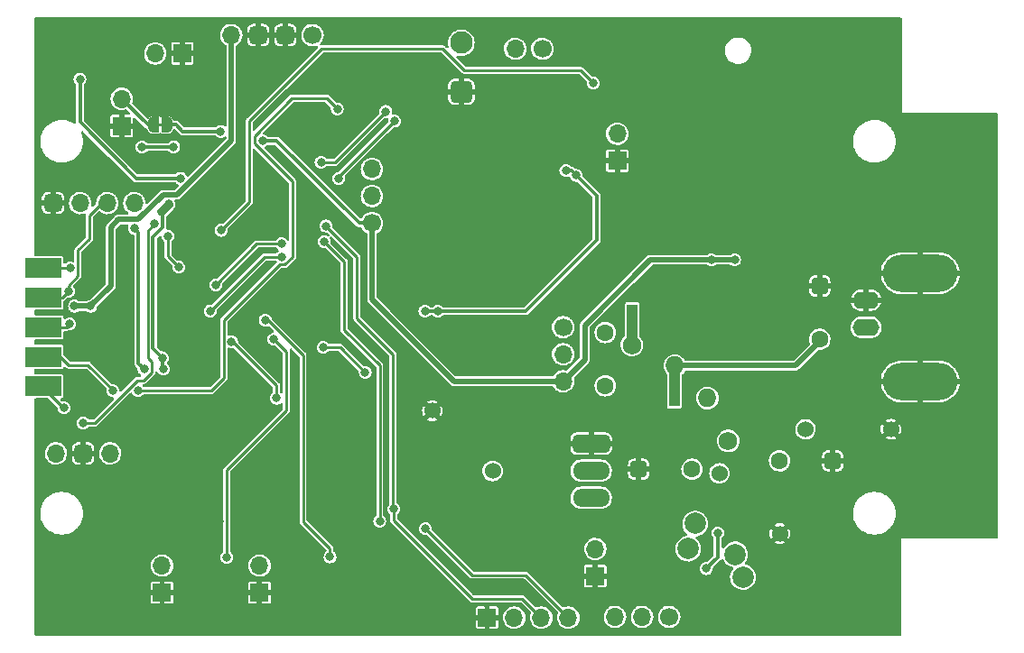
<source format=gbr>
%TF.GenerationSoftware,KiCad,Pcbnew,(6.0.4-0)*%
%TF.CreationDate,2023-07-28T13:04:43-04:00*%
%TF.ProjectId,SignalSlinger,5369676e-616c-4536-9c69-6e6765722e6b,rev?*%
%TF.SameCoordinates,Original*%
%TF.FileFunction,Copper,L2,Bot*%
%TF.FilePolarity,Positive*%
%FSLAX46Y46*%
G04 Gerber Fmt 4.6, Leading zero omitted, Abs format (unit mm)*
G04 Created by KiCad (PCBNEW (6.0.4-0)) date 2023-07-28 13:04:43*
%MOMM*%
%LPD*%
G01*
G04 APERTURE LIST*
G04 Aperture macros list*
%AMRoundRect*
0 Rectangle with rounded corners*
0 $1 Rounding radius*
0 $2 $3 $4 $5 $6 $7 $8 $9 X,Y pos of 4 corners*
0 Add a 4 corners polygon primitive as box body*
4,1,4,$2,$3,$4,$5,$6,$7,$8,$9,$2,$3,0*
0 Add four circle primitives for the rounded corners*
1,1,$1+$1,$2,$3*
1,1,$1+$1,$4,$5*
1,1,$1+$1,$6,$7*
1,1,$1+$1,$8,$9*
0 Add four rect primitives between the rounded corners*
20,1,$1+$1,$2,$3,$4,$5,0*
20,1,$1+$1,$4,$5,$6,$7,0*
20,1,$1+$1,$6,$7,$8,$9,0*
20,1,$1+$1,$8,$9,$2,$3,0*%
%AMFreePoly0*
4,1,22,0.500000,-0.750000,0.000000,-0.750000,0.000000,-0.745033,-0.079941,-0.743568,-0.215256,-0.701293,-0.333266,-0.622738,-0.424486,-0.514219,-0.481581,-0.384460,-0.499164,-0.250000,-0.500000,-0.250000,-0.500000,0.250000,-0.499164,0.250000,-0.499963,0.256109,-0.478152,0.396186,-0.417904,0.524511,-0.324060,0.630769,-0.204165,0.706417,-0.067858,0.745374,0.000000,0.744959,0.000000,0.750000,
0.500000,0.750000,0.500000,-0.750000,0.500000,-0.750000,$1*%
%AMFreePoly1*
4,1,20,0.000000,0.744959,0.073905,0.744508,0.209726,0.703889,0.328688,0.626782,0.421226,0.519385,0.479903,0.390333,0.500000,0.250000,0.500000,-0.250000,0.499851,-0.262216,0.476331,-0.402017,0.414519,-0.529596,0.319384,-0.634700,0.198574,-0.708877,0.061801,-0.746166,0.000000,-0.745033,0.000000,-0.750000,-0.500000,-0.750000,-0.500000,0.750000,0.000000,0.750000,0.000000,0.744959,
0.000000,0.744959,$1*%
G04 Aperture macros list end*
%TA.AperFunction,ComponentPad*%
%ADD10R,1.700000X1.700000*%
%TD*%
%TA.AperFunction,ComponentPad*%
%ADD11O,1.700000X1.700000*%
%TD*%
%TA.AperFunction,ComponentPad*%
%ADD12C,0.600000*%
%TD*%
%TA.AperFunction,SMDPad,CuDef*%
%ADD13R,2.300000X2.300000*%
%TD*%
%TA.AperFunction,ComponentPad*%
%ADD14C,1.700000*%
%TD*%
%TA.AperFunction,SMDPad,CuDef*%
%ADD15C,1.524000*%
%TD*%
%TA.AperFunction,ComponentPad*%
%ADD16O,3.500120X1.699260*%
%TD*%
%TA.AperFunction,ComponentPad*%
%ADD17RoundRect,0.424815X1.325245X0.424815X-1.325245X0.424815X-1.325245X-0.424815X1.325245X-0.424815X0*%
%TD*%
%TA.AperFunction,ComponentPad*%
%ADD18O,2.500000X1.600000*%
%TD*%
%TA.AperFunction,ComponentPad*%
%ADD19O,7.000000X3.500000*%
%TD*%
%TA.AperFunction,ComponentPad*%
%ADD20C,1.727200*%
%TD*%
%TA.AperFunction,SMDPad,CuDef*%
%ADD21R,1.000000X4.000000*%
%TD*%
%TA.AperFunction,ComponentPad*%
%ADD22O,1.727200X1.727200*%
%TD*%
%TA.AperFunction,ComponentPad*%
%ADD23RoundRect,0.425000X-0.425000X0.425000X-0.425000X-0.425000X0.425000X-0.425000X0.425000X0.425000X0*%
%TD*%
%TA.AperFunction,SMDPad,CuDef*%
%ADD24FreePoly0,180.000000*%
%TD*%
%TA.AperFunction,SMDPad,CuDef*%
%ADD25FreePoly1,180.000000*%
%TD*%
%TA.AperFunction,ComponentPad*%
%ADD26C,1.600000*%
%TD*%
%TA.AperFunction,ComponentPad*%
%ADD27RoundRect,0.400000X0.400000X-0.400000X0.400000X0.400000X-0.400000X0.400000X-0.400000X-0.400000X0*%
%TD*%
%TA.AperFunction,ComponentPad*%
%ADD28RoundRect,0.400000X-0.400000X-0.400000X0.400000X-0.400000X0.400000X0.400000X-0.400000X0.400000X0*%
%TD*%
%TA.AperFunction,ComponentPad*%
%ADD29C,2.100000*%
%TD*%
%TA.AperFunction,ComponentPad*%
%ADD30RoundRect,0.525000X-0.525000X0.525000X-0.525000X-0.525000X0.525000X-0.525000X0.525000X0.525000X0*%
%TD*%
%TA.AperFunction,ComponentPad*%
%ADD31C,2.000000*%
%TD*%
%TA.AperFunction,ComponentPad*%
%ADD32RoundRect,0.425000X0.425000X-0.425000X0.425000X0.425000X-0.425000X0.425000X-0.425000X-0.425000X0*%
%TD*%
%TA.AperFunction,SMDPad,CuDef*%
%ADD33R,3.480000X1.846667*%
%TD*%
%TA.AperFunction,ViaPad*%
%ADD34C,0.800000*%
%TD*%
%TA.AperFunction,Conductor*%
%ADD35C,0.350000*%
%TD*%
%TA.AperFunction,Conductor*%
%ADD36C,0.250000*%
%TD*%
%TA.AperFunction,Conductor*%
%ADD37C,0.500000*%
%TD*%
G04 APERTURE END LIST*
%TO.C,JP201*%
G36*
X61370000Y-70540000D02*
G01*
X60870000Y-70540000D01*
X60870000Y-70290000D01*
X61370000Y-70290000D01*
X61370000Y-70540000D01*
G37*
%TD*%
D10*
%TO.P,J104,1,Pin_1*%
%TO.N,GND*%
X61270000Y-114320000D03*
D11*
%TO.P,J104,2,Pin_2*%
%TO.N,Net-(D103-Pad2)*%
X61270000Y-111780000D03*
%TD*%
D12*
%TO.P,U203,11,PGND*%
%TO.N,GND*%
X88891000Y-77050000D03*
D13*
X89390000Y-77550000D03*
D12*
X88891000Y-78050000D03*
X89391000Y-77550000D03*
X89891000Y-78050000D03*
X89891000Y-77050000D03*
%TD*%
D14*
%TO.P,J302,1,Pin_1*%
%TO.N,RF_Raw*%
X108820000Y-116600000D03*
D11*
%TO.P,J302,2,Pin_2*%
%TO.N,Net-(C301-Pad1)*%
X106280000Y-116600000D03*
%TO.P,J302,3,Pin_3*%
%TO.N,unconnected-(J302-Pad3)*%
X103740000Y-116600000D03*
%TD*%
D10*
%TO.P,J203,1,Pin_1*%
%TO.N,GND*%
X57490000Y-70525000D03*
D11*
%TO.P,J203,2,Pin_2*%
%TO.N,Net-(C216-Pad1)*%
X57490000Y-67985000D03*
%TD*%
D14*
%TO.P,J202,1,Pin_1*%
%TO.N,V_ext*%
X80950000Y-79635000D03*
D11*
%TO.P,J202,2,Pin_2*%
%TO.N,Net-(C205-Pad2)*%
X80950000Y-77095000D03*
%TO.P,J202,3,Pin_3*%
%TO.N,+BATT*%
X80950000Y-74555000D03*
%TD*%
D14*
%TO.P,J101,1,Pin_1*%
%TO.N,Net-(J101-Pad1)*%
X96930000Y-63270000D03*
D11*
%TO.P,J101,2,Pin_2*%
%TO.N,+BATT*%
X94390000Y-63270000D03*
%TD*%
D12*
%TO.P,W101,1,1*%
%TO.N,CLK1*%
X92270000Y-102910000D03*
D15*
X92270000Y-102910000D03*
%TO.P,W101,2,GND*%
%TO.N,GND*%
X86613146Y-97253146D03*
D12*
X86613146Y-97253146D03*
%TD*%
D10*
%TO.P,J103,1,Pin_1*%
%TO.N,GND*%
X103955000Y-73790000D03*
D11*
%TO.P,J103,2,Pin_2*%
%TO.N,Net-(C104-Pad1)*%
X103955000Y-71250000D03*
%TD*%
D15*
%TO.P,W302,1,1*%
%TO.N,Net-(C303-Pad2)*%
X113540000Y-103130000D03*
D12*
X113540000Y-103130000D03*
%TO.P,W302,2,GND*%
%TO.N,GND*%
X119196854Y-108786854D03*
D15*
X119196854Y-108786854D03*
%TD*%
D12*
%TO.P,W301,1,1*%
%TO.N,Net-(C301-Pad2)*%
X121600000Y-98990000D03*
D15*
X121600000Y-98990000D03*
%TO.P,W301,2,GND*%
%TO.N,GND*%
X129600000Y-98990000D03*
D12*
X129600000Y-98990000D03*
%TD*%
D10*
%TO.P,J108,1,Pin_1*%
%TO.N,GND*%
X101890000Y-112775000D03*
D11*
%TO.P,J108,2,Pin_2*%
%TO.N,Net-(J108-Pad2)*%
X101890000Y-110235000D03*
%TD*%
D10*
%TO.P,J106,1,Pin_1*%
%TO.N,GND*%
X70410000Y-114320000D03*
D11*
%TO.P,J106,2,Pin_2*%
%TO.N,Net-(D104-Pad2)*%
X70410000Y-111780000D03*
%TD*%
D16*
%TO.P,Q103,1,G*%
%TO.N,Net-(Q103-Pad1)*%
X101500000Y-105420000D03*
%TO.P,Q103,2,D*%
%TO.N,Net-(L101-Pad2)*%
X101500000Y-102880000D03*
D17*
%TO.P,Q103,3,S*%
%TO.N,GND*%
X101500000Y-100340000D03*
%TD*%
D18*
%TO.P,J301,1,In*%
%TO.N,Net-(C304-Pad1)*%
X127275000Y-89412500D03*
D19*
%TO.P,J301,2,Ext*%
%TO.N,GND*%
X132355000Y-84332500D03*
D18*
X127275000Y-86872500D03*
D19*
X132355000Y-94492500D03*
%TD*%
D10*
%TO.P,J204,1,Pin_1*%
%TO.N,GND*%
X63175000Y-63710000D03*
D11*
%TO.P,J204,2,Pin_2*%
%TO.N,Net-(J204-Pad2)*%
X60635000Y-63710000D03*
%TD*%
D14*
%TO.P,J109,1,Pin_1*%
%TO.N,+5V*%
X98870000Y-89415000D03*
D11*
%TO.P,J109,2,Pin_2*%
%TO.N,Net-(C111-Pad1)*%
X98870000Y-91955000D03*
%TO.P,J109,3,Pin_3*%
%TO.N,V_ext*%
X98870000Y-94495000D03*
%TD*%
D10*
%TO.P,TP101,1,Pin_1*%
%TO.N,GND*%
X91750000Y-116680000D03*
D11*
%TO.P,TP101,2,Pin_2*%
%TO.N,VDD*%
X94290000Y-116680000D03*
%TO.P,TP101,3,Pin_3*%
%TO.N,Net-(R107-Pad1)*%
X96830000Y-116680000D03*
%TO.P,TP101,4,Pin_4*%
%TO.N,Net-(R108-Pad1)*%
X99370000Y-116680000D03*
%TD*%
D20*
%TO.P,L302,1,1*%
%TO.N,Net-(C303-Pad2)*%
X105327900Y-91085100D03*
D21*
X105360000Y-89270000D03*
D22*
%TO.P,L302,2,2*%
%TO.N,Net-(C304-Pad1)*%
X109353800Y-93028200D03*
D21*
X109310000Y-94820000D03*
%TD*%
D11*
%TO.P,J102,1,Pin_1*%
%TO.N,Frequency Down*%
X51325000Y-101260000D03*
D23*
%TO.P,J102,2,Pin_2*%
%TO.N,GND*%
X53865000Y-101260000D03*
D11*
%TO.P,J102,3,Pin_3*%
%TO.N,Frequency Up*%
X56405000Y-101260000D03*
%TD*%
D24*
%TO.P,JP201,1,A*%
%TO.N,V_ext*%
X61760000Y-70420000D03*
D25*
%TO.P,JP201,2,B*%
%TO.N,Net-(C216-Pad1)*%
X60460000Y-70420000D03*
%TD*%
D26*
%TO.P,C305,1*%
%TO.N,Net-(C304-Pad1)*%
X122940000Y-90540000D03*
D27*
%TO.P,C305,2*%
%TO.N,GND*%
X122940000Y-85540000D03*
%TD*%
D28*
%TO.P,C303,1*%
%TO.N,GND*%
X105960000Y-102740000D03*
D26*
%TO.P,C303,2*%
%TO.N,Net-(C303-Pad2)*%
X110960000Y-102740000D03*
%TD*%
D23*
%TO.P,J105,1,Pin_1*%
%TO.N,GND*%
X51052500Y-77750000D03*
D11*
%TO.P,J105,2,Pin_2*%
%TO.N,Paddle_Dit*%
X53592500Y-77750000D03*
%TO.P,J105,3,Pin_3*%
%TO.N,Paddle Dah*%
X56132500Y-77750000D03*
%TO.P,J105,4,Pin_4*%
%TO.N,Straightkey*%
X58672500Y-77750000D03*
%TD*%
D26*
%TO.P,C304,1*%
%TO.N,Net-(C304-Pad1)*%
X102820000Y-94910000D03*
%TO.P,C304,2*%
%TO.N,Net-(C303-Pad2)*%
X102820000Y-89910000D03*
%TD*%
D29*
%TO.P,BT201,1,+*%
%TO.N,+BATT*%
X89330000Y-62710000D03*
D30*
%TO.P,BT201,2,-*%
%TO.N,GND*%
X89330000Y-67310000D03*
%TD*%
D26*
%TO.P,C302,1*%
%TO.N,Net-(C301-Pad2)*%
X119160000Y-101950000D03*
D28*
%TO.P,C302,2*%
%TO.N,GND*%
X124160000Y-101950000D03*
%TD*%
D20*
%TO.P,L301,1,1*%
%TO.N,Net-(C301-Pad2)*%
X114344900Y-100086750D03*
D22*
%TO.P,L301,2,2*%
%TO.N,Net-(C303-Pad2)*%
X112401800Y-96060850D03*
%TD*%
D31*
%TO.P,L101,1,1*%
%TO.N,Net-(C111-Pad1)*%
X111250000Y-107840000D03*
%TO.P,L101,2,TAP*%
%TO.N,Net-(L101-Pad2)*%
X114990000Y-110730000D03*
X110590000Y-110200000D03*
%TO.P,L101,3,3*%
%TO.N,RF_Raw*%
X115730000Y-112860000D03*
%TD*%
D14*
%TO.P,MOD201,1,Pin_1*%
%TO.N,+BATT*%
X75377500Y-61990000D03*
D32*
%TO.P,MOD201,2,Pin_2*%
%TO.N,GND*%
X72837500Y-61990000D03*
%TO.P,MOD201,3,Pin_3*%
X70297500Y-61990000D03*
D11*
%TO.P,MOD201,4,Pin_4*%
%TO.N,V+_Charging*%
X67757500Y-61990000D03*
%TD*%
D33*
%TO.P,J107,1,1*%
%TO.N,Paddle_Dit*%
X50102500Y-83872500D03*
%TO.P,J107,2,2*%
%TO.N,Paddle Dah*%
X50102500Y-86642500D03*
%TO.P,J107,3,3*%
%TO.N,Straightkey*%
X50102500Y-89412500D03*
%TO.P,J107,4,4*%
%TO.N,Frequency Up*%
X50102500Y-92182500D03*
%TO.P,J107,5,5*%
%TO.N,Frequency Down*%
X50102500Y-94952500D03*
%TD*%
D34*
%TO.N,GND*%
X50010000Y-110590000D03*
X104209500Y-84470000D03*
X106582655Y-79207345D03*
X89840498Y-70370000D03*
X50030000Y-82000000D03*
X104860000Y-68000000D03*
X97090000Y-75170000D03*
X116270000Y-117770000D03*
X93380000Y-104470000D03*
X82220000Y-82780000D03*
X98997892Y-79612808D03*
X71550000Y-117570000D03*
X132610000Y-69790000D03*
X52770000Y-92210000D03*
X88380000Y-79980000D03*
X77300000Y-92460000D03*
X83070000Y-79520000D03*
X93420000Y-97850000D03*
X84360000Y-65630000D03*
X58295500Y-88970000D03*
X107150000Y-117890000D03*
X61960000Y-98640000D03*
X88360000Y-87135500D03*
X70670000Y-67610000D03*
X99060000Y-102630000D03*
X106750000Y-108110000D03*
X56680000Y-93240000D03*
X98662345Y-83522345D03*
X86270000Y-101360000D03*
X77370000Y-61140500D03*
X52250000Y-117630000D03*
X104550000Y-76990000D03*
X49980000Y-115170000D03*
X55890000Y-91810000D03*
X105370000Y-86350000D03*
X101411812Y-85671812D03*
X139000000Y-81200000D03*
X54760000Y-117600000D03*
X76117701Y-82647701D03*
X93160000Y-72930000D03*
X106267345Y-81082655D03*
X50150000Y-61200000D03*
X95270000Y-61040000D03*
X66510000Y-66770000D03*
X123580000Y-117770000D03*
X89040000Y-73230000D03*
X72890000Y-85420000D03*
X106880000Y-99230000D03*
X139020000Y-94640000D03*
X97980000Y-61110000D03*
X138940000Y-69970000D03*
X64450000Y-61170000D03*
X79440000Y-94470000D03*
X93200000Y-71090000D03*
X50150000Y-64370000D03*
X112680000Y-105700000D03*
X76910000Y-98600000D03*
X62000000Y-84650000D03*
X75490000Y-87530000D03*
X88380000Y-82100000D03*
X89539787Y-61024808D03*
X123640000Y-80940000D03*
X70690000Y-92040000D03*
X98730000Y-85800000D03*
X61590000Y-61170000D03*
X127500000Y-61020000D03*
X102482655Y-81892655D03*
X55780000Y-61200000D03*
X52880000Y-61200000D03*
X136000000Y-108400000D03*
X104209500Y-81050000D03*
X76880000Y-100230000D03*
X77530000Y-87500000D03*
X95840000Y-79340500D03*
X90850000Y-69200000D03*
X68607000Y-65610000D03*
X104332345Y-79147655D03*
X104770000Y-117890000D03*
X58690000Y-61200000D03*
X94830000Y-103000000D03*
X117720000Y-110180000D03*
X88810000Y-117350000D03*
X84090000Y-117540000D03*
X85120000Y-89400000D03*
X84880000Y-68240000D03*
X67770000Y-73330000D03*
X73760000Y-89540000D03*
X84070000Y-101270000D03*
X86440000Y-82730000D03*
X73765500Y-96360000D03*
X68050000Y-100630000D03*
X62580000Y-105170000D03*
X87160000Y-86400000D03*
X85220000Y-70330000D03*
X109420000Y-109030000D03*
X90402077Y-79969170D03*
X139000000Y-105160000D03*
X83840000Y-98860000D03*
X89840498Y-74080000D03*
X101000000Y-61030980D03*
X52630000Y-95200000D03*
X110070498Y-104650000D03*
X94784117Y-79568187D03*
X89430000Y-82520000D03*
X55410000Y-79990000D03*
X73390000Y-86850000D03*
X129960000Y-112050000D03*
X101440000Y-98430000D03*
X77630000Y-117530000D03*
X69090000Y-99550000D03*
X97452655Y-86922655D03*
X105160000Y-96130000D03*
X69564500Y-88790000D03*
X49980000Y-112980000D03*
X89420000Y-80000000D03*
X69300000Y-68380000D03*
X71740000Y-97110000D03*
X66220000Y-94020000D03*
X55450000Y-82660000D03*
X139000000Y-87630000D03*
X65610000Y-117570000D03*
X82220000Y-85430000D03*
X58157701Y-92717701D03*
X104209500Y-82760000D03*
X86320000Y-61130000D03*
X60000000Y-117580000D03*
X104530000Y-112400000D03*
X67000000Y-76650000D03*
X65040000Y-106400000D03*
X88410000Y-106970000D03*
X83100000Y-67030000D03*
X99980000Y-84600000D03*
X76680000Y-103220000D03*
X74850000Y-90575500D03*
X95070000Y-75020000D03*
X69330000Y-87570000D03*
X73765500Y-94850000D03*
X58230000Y-85390000D03*
X88450000Y-103770000D03*
X60160000Y-98110000D03*
X93180000Y-74880000D03*
X70450000Y-101090000D03*
X139020000Y-84860000D03*
X109010000Y-112380000D03*
X88950000Y-71430000D03*
X88960000Y-75140000D03*
X90380000Y-82100000D03*
X89840498Y-72290000D03*
X105570000Y-78050000D03*
X68607000Y-71030000D03*
X124540000Y-61080000D03*
X94780000Y-85180000D03*
X80360000Y-87640000D03*
X50060000Y-99660000D03*
X102150000Y-117890000D03*
X82250000Y-81020000D03*
X107212345Y-82027655D03*
X121640000Y-61080000D03*
X70350000Y-90110000D03*
X84390000Y-78680000D03*
X64790000Y-66670000D03*
X78530000Y-70080000D03*
X54590000Y-97470000D03*
X68610000Y-75200000D03*
X65020000Y-103860000D03*
X77320000Y-83940000D03*
X126830000Y-117720000D03*
X63450000Y-98400000D03*
X92510000Y-61060000D03*
X70630000Y-98400000D03*
X139030000Y-78700000D03*
X129910000Y-115240000D03*
X88910000Y-85350000D03*
X112800000Y-117830000D03*
X103780000Y-61040000D03*
X50110000Y-68110000D03*
X50010000Y-103130000D03*
X57290000Y-86460000D03*
X138850000Y-101580000D03*
X135320000Y-69820000D03*
X77490000Y-85350000D03*
X56275641Y-89084613D03*
X66590000Y-74560000D03*
X68607000Y-67480000D03*
X109420000Y-61010000D03*
X105340000Y-97990000D03*
X83230000Y-87450000D03*
X101230000Y-80170000D03*
X90550000Y-85590000D03*
X108690000Y-99660000D03*
X80990000Y-117510000D03*
X100421812Y-86661812D03*
X74620000Y-117530000D03*
X75660000Y-66520000D03*
X115300000Y-61080000D03*
X133010000Y-108350000D03*
X57500000Y-80180000D03*
X61240000Y-83569500D03*
X86530000Y-104270000D03*
X90910000Y-98575500D03*
X68580000Y-77110000D03*
X67750000Y-97090000D03*
X62530000Y-92650000D03*
X122020000Y-78350000D03*
X81730000Y-89270000D03*
X63760000Y-93520000D03*
X86120000Y-67060000D03*
X54910000Y-99420000D03*
X129930000Y-63420000D03*
X92790000Y-69220000D03*
X101180000Y-83360000D03*
X58050000Y-83810000D03*
X66570000Y-68320000D03*
X109340000Y-107380000D03*
X138970000Y-75870000D03*
X103760000Y-87910000D03*
X56190000Y-87400000D03*
X118550000Y-61080000D03*
X90140000Y-75190000D03*
X100154873Y-117898619D03*
X79410000Y-98960000D03*
X138950000Y-98040000D03*
X80040000Y-61140500D03*
X85000000Y-85730000D03*
X83950000Y-69500000D03*
X88420000Y-105500000D03*
X108100000Y-79380000D03*
X83170000Y-61130000D03*
X88570000Y-69170000D03*
X94860000Y-104600000D03*
X107640000Y-84140000D03*
X117200000Y-113820000D03*
X138970000Y-72980000D03*
X105450000Y-66790000D03*
X75650000Y-89540000D03*
X93410000Y-100210000D03*
X109600000Y-117860000D03*
X99090000Y-98430000D03*
X105322345Y-80137655D03*
X96891410Y-79563000D03*
X123710000Y-79180000D03*
X61560000Y-86140000D03*
X57830000Y-82450000D03*
X106480000Y-85190000D03*
X75380000Y-92540000D03*
X50090000Y-75770000D03*
X72080000Y-101150000D03*
X75380000Y-104150000D03*
X95380000Y-117880000D03*
X61800000Y-91290000D03*
X62700000Y-117560000D03*
X103540000Y-75930000D03*
X49960000Y-97740000D03*
X97960000Y-79335500D03*
X117760000Y-111940000D03*
X66615500Y-107650000D03*
X84340000Y-82780000D03*
X90180000Y-81000000D03*
X66600000Y-69900000D03*
X119730000Y-117720000D03*
X87890000Y-84300000D03*
X82090000Y-92180000D03*
X100250000Y-79170000D03*
X77800000Y-67320000D03*
X110990000Y-111900000D03*
X87300000Y-64020000D03*
X112500000Y-61050000D03*
X100670000Y-81510000D03*
X129900000Y-67980000D03*
X86480000Y-69150000D03*
X108162655Y-80787345D03*
X58210000Y-98190000D03*
X83300000Y-90900000D03*
X96070000Y-83920000D03*
X99060000Y-100730000D03*
X56630000Y-98220000D03*
X129870000Y-65770000D03*
X129910000Y-117770000D03*
X106660000Y-61040000D03*
X129900000Y-61050000D03*
X57260000Y-117580000D03*
X50050000Y-80030000D03*
X58210000Y-87460000D03*
X80200000Y-96760000D03*
X85600000Y-64560000D03*
X84600000Y-92670000D03*
X86440000Y-117540000D03*
X104490000Y-114030000D03*
X68490000Y-117570000D03*
X80955500Y-98960000D03*
X85940000Y-71700000D03*
X86400000Y-99700000D03*
X97780000Y-117880000D03*
X87320000Y-66094500D03*
X99632345Y-82552345D03*
X90000000Y-102720000D03*
X88680000Y-80990000D03*
X50000000Y-117630000D03*
X77490000Y-89560000D03*
X104070000Y-65670000D03*
X138950000Y-91120000D03*
X71970000Y-93420000D03*
X102510500Y-84510000D03*
X139050000Y-108450000D03*
X79380000Y-89540000D03*
X86550000Y-106710000D03*
%TO.N,+3V3*%
X61900000Y-77860000D03*
X61190000Y-78570000D03*
X61290000Y-92280000D03*
X61390000Y-93350000D03*
%TO.N,Net-(C203-Pad2)*%
X100110000Y-75160000D03*
X87130000Y-87910000D03*
X99130000Y-74710000D03*
X85920000Y-87910000D03*
%TO.N,Net-(D102-Pad2)*%
X76180000Y-73920000D03*
X82255000Y-69165000D03*
%TO.N,Net-(D105-Pad2)*%
X66310000Y-85440000D03*
X72474500Y-81590000D03*
%TO.N,V_ext*%
X114955000Y-83095000D03*
X112785000Y-83095000D03*
X66770000Y-71030000D03*
X70700000Y-71910000D03*
%TO.N,V+_Charging*%
X54580000Y-87440000D03*
X53060000Y-87430000D03*
%TO.N,Net-(P101-Pad1)*%
X58680000Y-80150000D03*
X59582299Y-93342299D03*
X59390000Y-72500000D03*
X62360000Y-72470000D03*
%TO.N,Power_enable*%
X101700000Y-66500000D03*
X66790000Y-80320000D03*
%TO.N,Vbat*%
X83060000Y-70070000D03*
X77820000Y-75450000D03*
%TO.N,Net-(R104-Pad2)*%
X67340000Y-111000000D03*
X71750000Y-90530000D03*
%TO.N,Net-(C301-Pad1)*%
X112300000Y-112070000D03*
X113360000Y-108710000D03*
%TO.N,Net-(R107-Pad1)*%
X76630000Y-79910000D03*
X83010000Y-106470000D03*
%TO.N,Paddle_Dit*%
X52660000Y-83860000D03*
%TO.N,FET_DRIVER_ENABLE*%
X76370000Y-91300000D03*
X80320000Y-93660000D03*
%TO.N,V3V3_PWR_ENABLE*%
X67780000Y-90760000D03*
X72010000Y-96070000D03*
%TO.N,Net-(R105-Pad2)*%
X77020000Y-110970000D03*
X70940000Y-88740000D03*
%TO.N,Net-(R108-Pad1)*%
X81680000Y-107610000D03*
X76470000Y-81380000D03*
X85960000Y-108320000D03*
%TO.N,Straightkey*%
X62850000Y-83780000D03*
X61810000Y-80850500D03*
X52620000Y-89110000D03*
%TO.N,Frequency Up*%
X77700000Y-68910000D03*
X59020000Y-95380000D03*
X56650000Y-95374500D03*
%TO.N,Frequency Down*%
X60530000Y-79730000D03*
X52060000Y-96980000D03*
X53870000Y-98390000D03*
%TO.N,Paddle Dah*%
X52490000Y-86040000D03*
%TO.N,Net-(D106-Pad1)*%
X65790000Y-87880000D03*
X72474500Y-82810000D03*
%TO.N,Fan_Contr*%
X63014312Y-75434312D03*
X53570000Y-66110000D03*
%TD*%
D35*
%TO.N,GND*%
X58050000Y-85210000D02*
X58230000Y-85390000D01*
X112800000Y-117830000D02*
X109630000Y-117830000D01*
X107150000Y-117890000D02*
X104770000Y-117890000D01*
D36*
X139020000Y-87610000D02*
X139000000Y-87630000D01*
X69564500Y-87804500D02*
X69564500Y-88790000D01*
D35*
X88620000Y-117540000D02*
X88810000Y-117350000D01*
X115270000Y-61050000D02*
X115300000Y-61080000D01*
X103760000Y-87620978D02*
X103760000Y-87910000D01*
X77370000Y-61140500D02*
X80040000Y-61140500D01*
X95270000Y-61040000D02*
X97910000Y-61040000D01*
X76910000Y-100200000D02*
X76880000Y-100230000D01*
D36*
X98997892Y-79612808D02*
X99807192Y-79612808D01*
X70690000Y-92040000D02*
X70690000Y-92140000D01*
D35*
X107310000Y-99660000D02*
X106880000Y-99230000D01*
X139000000Y-87630000D02*
X139000000Y-91070000D01*
D37*
X93200000Y-71090000D02*
X93200000Y-72890000D01*
D35*
X55890000Y-91810000D02*
X53170000Y-91810000D01*
X139000000Y-108400000D02*
X139050000Y-108450000D01*
D36*
X88950000Y-103770000D02*
X90000000Y-102720000D01*
D35*
X90090000Y-75140000D02*
X90140000Y-75190000D01*
X122880000Y-78350000D02*
X123710000Y-79180000D01*
X106267345Y-81082655D02*
X105322345Y-80137655D01*
X86440000Y-117540000D02*
X86630000Y-117350000D01*
X90402077Y-79969170D02*
X90402077Y-80777923D01*
X107640000Y-84140000D02*
X107530000Y-84140000D01*
X89840498Y-74080000D02*
X89840498Y-74030498D01*
X57830000Y-80510000D02*
X57830000Y-82450000D01*
X77530000Y-89520000D02*
X77490000Y-89560000D01*
D36*
X139020000Y-84860000D02*
X139020000Y-87610000D01*
X88680000Y-81800000D02*
X88680000Y-80990000D01*
D35*
X66590000Y-74560000D02*
X67000000Y-74970000D01*
X61560000Y-85090000D02*
X61560000Y-86140000D01*
X49980000Y-112980000D02*
X49980000Y-115170000D01*
X94860000Y-104600000D02*
X93510000Y-104600000D01*
D37*
X83230000Y-87450000D02*
X83230000Y-87510000D01*
D35*
X104860000Y-68000000D02*
X104860000Y-69860000D01*
D37*
X101440000Y-98430000D02*
X99090000Y-98430000D01*
D36*
X96891410Y-79563000D02*
X97732500Y-79563000D01*
X88380000Y-82100000D02*
X88680000Y-81800000D01*
D37*
X88550000Y-69150000D02*
X88570000Y-69170000D01*
D36*
X60080000Y-98190000D02*
X60160000Y-98110000D01*
D37*
X85940000Y-71050000D02*
X85220000Y-70330000D01*
D36*
X88910000Y-85350000D02*
X90310000Y-85350000D01*
X70690000Y-92140000D02*
X71970000Y-93420000D01*
D35*
X74850000Y-90575500D02*
X75380000Y-91105500D01*
X89810000Y-72290000D02*
X88950000Y-71430000D01*
D36*
X88420000Y-105500000D02*
X88420000Y-106960000D01*
D35*
X103955000Y-73790000D02*
X103955000Y-75515000D01*
X139000000Y-105160000D02*
X139000000Y-108400000D01*
X65020000Y-103860000D02*
X65020000Y-104900000D01*
X88960000Y-75140000D02*
X90090000Y-75140000D01*
X50000000Y-117630000D02*
X52250000Y-117630000D01*
X110070498Y-106649502D02*
X109340000Y-107380000D01*
X129870000Y-67950000D02*
X129900000Y-67980000D01*
D36*
X94780000Y-85180000D02*
X94810000Y-85180000D01*
D35*
X62530000Y-92650000D02*
X62530000Y-92020000D01*
D36*
X65040000Y-106400000D02*
X63810000Y-106400000D01*
D37*
X85940000Y-71700000D02*
X85940000Y-71050000D01*
D35*
X94830000Y-103000000D02*
X94830000Y-101630000D01*
X109010000Y-112380000D02*
X110510000Y-112380000D01*
X103770980Y-61030980D02*
X103780000Y-61040000D01*
X88810000Y-117350000D02*
X89480000Y-116680000D01*
D37*
X79380000Y-89540000D02*
X79450000Y-89540000D01*
D35*
X108162655Y-80787345D02*
X108162655Y-81077345D01*
D36*
X68610000Y-74170000D02*
X67770000Y-73330000D01*
D35*
X76910000Y-98600000D02*
X76910000Y-100200000D01*
X104209500Y-82760000D02*
X104209500Y-82811000D01*
X116320000Y-117720000D02*
X116270000Y-117770000D01*
X126830000Y-117720000D02*
X123630000Y-117720000D01*
D36*
X69330000Y-87570000D02*
X69564500Y-87804500D01*
D35*
X67750000Y-97090000D02*
X68050000Y-97390000D01*
X119730000Y-117720000D02*
X116320000Y-117720000D01*
D36*
X75700000Y-66560000D02*
X76460000Y-67320000D01*
D35*
X62530000Y-92020000D02*
X61800000Y-91290000D01*
X72080000Y-101150000D02*
X70510000Y-101150000D01*
D36*
X54910000Y-99420000D02*
X55430000Y-99420000D01*
D35*
X89539787Y-61024808D02*
X92474808Y-61024808D01*
X77430000Y-92460000D02*
X79440000Y-94470000D01*
X97452655Y-86922655D02*
X97607345Y-86922655D01*
X106755310Y-79380000D02*
X108100000Y-79380000D01*
X101000000Y-61030980D02*
X103770980Y-61030980D01*
X50150000Y-61200000D02*
X52880000Y-61200000D01*
D36*
X58210000Y-98190000D02*
X60080000Y-98190000D01*
X99807192Y-79612808D02*
X100250000Y-79170000D01*
D35*
X104209500Y-82760000D02*
X104209500Y-84470000D01*
X50050000Y-80030000D02*
X50070000Y-80010000D01*
X138970000Y-72980000D02*
X138970000Y-75870000D01*
D37*
X81730000Y-89270000D02*
X81730000Y-89010000D01*
D36*
X87760000Y-105500000D02*
X86530000Y-104270000D01*
D37*
X84880000Y-66150000D02*
X84360000Y-65630000D01*
X82250000Y-81020000D02*
X82250000Y-82750000D01*
D36*
X110070498Y-104650000D02*
X111120498Y-105700000D01*
D35*
X122020000Y-78350000D02*
X122880000Y-78350000D01*
X86440000Y-117540000D02*
X88620000Y-117540000D01*
X77300000Y-92460000D02*
X77430000Y-92460000D01*
X55780000Y-61200000D02*
X58690000Y-61200000D01*
X106660000Y-61040000D02*
X109390000Y-61040000D01*
X104550000Y-77030000D02*
X105570000Y-78050000D01*
D37*
X93180000Y-74880000D02*
X94930000Y-74880000D01*
D35*
X90402077Y-80777923D02*
X90180000Y-81000000D01*
X105030978Y-86350000D02*
X103760000Y-87620978D01*
X58050000Y-83810000D02*
X58050000Y-85210000D01*
D37*
X83910000Y-78680000D02*
X83070000Y-79520000D01*
D35*
X129900000Y-61050000D02*
X129900000Y-63390000D01*
X66570000Y-68320000D02*
X66570000Y-69870000D01*
X104550000Y-76990000D02*
X104550000Y-77030000D01*
X104209500Y-82811000D02*
X102510500Y-84510000D01*
X105340000Y-96310000D02*
X105160000Y-96130000D01*
D36*
X87624500Y-86400000D02*
X88360000Y-87135500D01*
D37*
X82220000Y-85430000D02*
X82220000Y-82780000D01*
D35*
X86630000Y-117350000D02*
X88810000Y-117350000D01*
X55450000Y-80030000D02*
X55450000Y-82660000D01*
D37*
X84340000Y-82780000D02*
X86390000Y-82780000D01*
D35*
X73765500Y-94850000D02*
X73765500Y-96360000D01*
D37*
X90850000Y-69200000D02*
X92770000Y-69200000D01*
D35*
X64790000Y-66670000D02*
X66410000Y-66670000D01*
X93510000Y-104600000D02*
X93380000Y-104470000D01*
X123630000Y-117720000D02*
X123580000Y-117770000D01*
X60000000Y-117580000D02*
X62680000Y-117580000D01*
X127440000Y-61080000D02*
X127500000Y-61020000D01*
X83170000Y-61130000D02*
X86320000Y-61130000D01*
D36*
X111120498Y-105700000D02*
X112680000Y-105700000D01*
X68610000Y-75200000D02*
X68610000Y-74170000D01*
D35*
X89840498Y-74030498D02*
X89040000Y-73230000D01*
D37*
X82250000Y-82750000D02*
X82220000Y-82780000D01*
D35*
X65610000Y-117570000D02*
X68490000Y-117570000D01*
X99980000Y-84600000D02*
X99980000Y-84560000D01*
X80200000Y-96760000D02*
X80200000Y-98204500D01*
X92474808Y-61024808D02*
X92510000Y-61060000D01*
X56190000Y-87400000D02*
X56350000Y-87400000D01*
D36*
X70690000Y-92040000D02*
X70690000Y-90450000D01*
X61960000Y-98640000D02*
X63210000Y-98640000D01*
D35*
X105340000Y-97990000D02*
X105340000Y-96310000D01*
D37*
X93200000Y-72890000D02*
X93160000Y-72930000D01*
D35*
X139030000Y-78700000D02*
X139030000Y-81170000D01*
X57570000Y-93240000D02*
X58092299Y-92717701D01*
X97755489Y-117904511D02*
X95404511Y-117904511D01*
X90910000Y-98575500D02*
X87745500Y-98575500D01*
D36*
X139020000Y-94640000D02*
X139020000Y-97970000D01*
X75660000Y-66520000D02*
X75700000Y-66560000D01*
D35*
X101411812Y-85671812D02*
X100421812Y-86661812D01*
X124540000Y-61080000D02*
X127440000Y-61080000D01*
X86270000Y-99830000D02*
X86400000Y-99700000D01*
X77490000Y-87460000D02*
X77530000Y-87500000D01*
D37*
X92770000Y-69200000D02*
X92790000Y-69220000D01*
D35*
X74580000Y-117570000D02*
X74620000Y-117530000D01*
X80200000Y-98204500D02*
X80955500Y-98960000D01*
D36*
X77320000Y-83850000D02*
X76117701Y-82647701D01*
D35*
X68670000Y-65610000D02*
X68607000Y-65610000D01*
X94830000Y-101630000D02*
X93410000Y-100210000D01*
X69090000Y-99550000D02*
X69480000Y-99550000D01*
X62000000Y-84650000D02*
X61560000Y-85090000D01*
X57500000Y-80180000D02*
X57830000Y-80510000D01*
X67770000Y-73330000D02*
X68607000Y-72493000D01*
X70670000Y-67610000D02*
X68670000Y-65610000D01*
D36*
X87160000Y-86400000D02*
X87624500Y-86400000D01*
D37*
X99060000Y-100730000D02*
X99060000Y-102630000D01*
D35*
X71550000Y-117570000D02*
X74580000Y-117570000D01*
X75650000Y-89540000D02*
X73760000Y-89540000D01*
X138790000Y-69820000D02*
X138940000Y-69970000D01*
X97780000Y-117880000D02*
X97755489Y-117904511D01*
D37*
X81730000Y-89010000D02*
X80360000Y-87640000D01*
X86390000Y-82780000D02*
X86440000Y-82730000D01*
D35*
X93420000Y-100200000D02*
X93410000Y-100210000D01*
X83840000Y-98860000D02*
X83840000Y-101040000D01*
X86270000Y-101360000D02*
X86270000Y-99830000D01*
X56680000Y-93240000D02*
X57570000Y-93240000D01*
X68607000Y-67480000D02*
X68607000Y-67687000D01*
D36*
X94810000Y-85180000D02*
X96070000Y-83920000D01*
D35*
X65020000Y-104900000D02*
X66615500Y-106495500D01*
X106450000Y-73220000D02*
X105880000Y-73790000D01*
X103955000Y-75515000D02*
X103540000Y-75930000D01*
X138950000Y-98040000D02*
X138950000Y-101480000D01*
D37*
X83100000Y-67030000D02*
X83100000Y-68650000D01*
D35*
X56350000Y-87400000D02*
X57290000Y-86460000D01*
D36*
X76460000Y-67320000D02*
X77800000Y-67320000D01*
D35*
X139030000Y-81170000D02*
X139000000Y-81200000D01*
X99632345Y-82552345D02*
X98662345Y-83522345D01*
X64260000Y-94020000D02*
X63760000Y-93520000D01*
X73390000Y-86850000D02*
X74070000Y-87530000D01*
X104330000Y-65670000D02*
X105450000Y-66790000D01*
X106450000Y-71450000D02*
X106450000Y-73220000D01*
X106582655Y-79207345D02*
X106755310Y-79380000D01*
X104332345Y-79147655D02*
X104332345Y-80927155D01*
X75380000Y-91105500D02*
X75380000Y-92540000D01*
X76310000Y-103220000D02*
X75380000Y-104150000D01*
X68610000Y-75200000D02*
X68610000Y-77080000D01*
X129870000Y-65770000D02*
X129870000Y-67950000D01*
D36*
X95612313Y-79568187D02*
X95840000Y-79340500D01*
D35*
X87745500Y-98575500D02*
X87745500Y-98385500D01*
X57240000Y-117600000D02*
X57260000Y-117580000D01*
X66220000Y-94020000D02*
X64260000Y-94020000D01*
X104530000Y-113990000D02*
X104490000Y-114030000D01*
X89840498Y-72290000D02*
X89810000Y-72290000D01*
X105880000Y-73790000D02*
X103955000Y-73790000D01*
X68610000Y-77080000D02*
X68580000Y-77110000D01*
D37*
X86480000Y-69150000D02*
X88550000Y-69150000D01*
D35*
X133060000Y-108400000D02*
X133010000Y-108350000D01*
D37*
X87320000Y-64040000D02*
X87300000Y-64020000D01*
D35*
X95404511Y-117904511D02*
X95380000Y-117880000D01*
X104530000Y-112400000D02*
X104530000Y-113990000D01*
D37*
X79450000Y-89540000D02*
X82090000Y-92180000D01*
D35*
X77630000Y-117530000D02*
X80970000Y-117530000D01*
X97607345Y-86922655D02*
X98730000Y-85800000D01*
X100163492Y-117890000D02*
X100154873Y-117898619D01*
X68050000Y-97390000D02*
X68050000Y-100630000D01*
D36*
X90310000Y-85350000D02*
X90550000Y-85590000D01*
D35*
X79410000Y-98960000D02*
X80955500Y-98960000D01*
X129900000Y-63390000D02*
X129930000Y-63420000D01*
D36*
X52630000Y-95200000D02*
X54590000Y-97160000D01*
D35*
X58295500Y-88970000D02*
X56390254Y-88970000D01*
X68607000Y-67687000D02*
X69300000Y-68380000D01*
X77530000Y-87500000D02*
X77530000Y-89520000D01*
X50110000Y-68110000D02*
X50110000Y-64410000D01*
X66570000Y-69870000D02*
X66600000Y-69900000D01*
X101230000Y-80950000D02*
X100670000Y-81510000D01*
X58092299Y-92717701D02*
X58157701Y-92717701D01*
X104332345Y-80927155D02*
X104209500Y-81050000D01*
D37*
X87320000Y-66094500D02*
X87320000Y-64040000D01*
D35*
X58230000Y-85390000D02*
X58230000Y-87440000D01*
X69480000Y-99550000D02*
X70630000Y-98400000D01*
D36*
X94784117Y-79568187D02*
X95612313Y-79568187D01*
D35*
X104070000Y-65670000D02*
X104330000Y-65670000D01*
X49500000Y-102620000D02*
X50010000Y-103130000D01*
X93420000Y-97850000D02*
X93420000Y-100200000D01*
X104860000Y-69860000D02*
X106450000Y-71450000D01*
D37*
X83300000Y-90900000D02*
X83300000Y-90840000D01*
D35*
X89840498Y-70370000D02*
X90280000Y-70370000D01*
X129910000Y-115240000D02*
X129910000Y-117770000D01*
D37*
X85600000Y-66540000D02*
X86120000Y-67060000D01*
D35*
X109390000Y-61040000D02*
X109420000Y-61010000D01*
X108162655Y-81077345D02*
X107212345Y-82027655D01*
D36*
X88420000Y-105500000D02*
X87760000Y-105500000D01*
X139020000Y-97970000D02*
X138950000Y-98040000D01*
D35*
X77490000Y-85350000D02*
X77490000Y-87460000D01*
X74070000Y-87530000D02*
X75490000Y-87530000D01*
X55410000Y-79990000D02*
X55450000Y-80030000D01*
X139000000Y-91070000D02*
X138950000Y-91120000D01*
X102150000Y-117890000D02*
X100163492Y-117890000D01*
D36*
X63210000Y-98640000D02*
X63450000Y-98400000D01*
D35*
X67000000Y-74970000D02*
X67000000Y-76650000D01*
X66410000Y-66670000D02*
X66510000Y-66770000D01*
X107530000Y-84140000D02*
X106480000Y-85190000D01*
X89460000Y-79980000D02*
X88380000Y-79980000D01*
X136000000Y-108400000D02*
X133060000Y-108400000D01*
D36*
X97732500Y-79563000D02*
X97960000Y-79335500D01*
D35*
X99980000Y-84560000D02*
X101180000Y-83360000D01*
D36*
X88420000Y-106960000D02*
X88410000Y-106970000D01*
D35*
X84090000Y-117540000D02*
X86440000Y-117540000D01*
X50060000Y-99660000D02*
X49500000Y-100220000D01*
X62680000Y-117580000D02*
X62700000Y-117560000D01*
D37*
X83100000Y-68650000D02*
X83950000Y-69500000D01*
D35*
X66615500Y-106495500D02*
X66615500Y-107650000D01*
X108690000Y-99660000D02*
X107310000Y-99660000D01*
D37*
X83230000Y-87510000D02*
X85120000Y-89400000D01*
D35*
X54760000Y-117600000D02*
X57240000Y-117600000D01*
X83840000Y-101040000D02*
X84070000Y-101270000D01*
X109630000Y-117830000D02*
X109600000Y-117860000D01*
X112500000Y-61050000D02*
X115270000Y-61050000D01*
X58230000Y-87440000D02*
X58210000Y-87460000D01*
X117720000Y-111900000D02*
X117760000Y-111940000D01*
X89420000Y-80000000D02*
X89460000Y-79980000D01*
X68607000Y-72493000D02*
X68607000Y-71030000D01*
X61590000Y-61170000D02*
X64450000Y-61170000D01*
D37*
X94930000Y-74880000D02*
X95070000Y-75020000D01*
D35*
X50110000Y-64410000D02*
X50150000Y-64370000D01*
X109420000Y-109030000D02*
X107670000Y-109030000D01*
D36*
X70690000Y-90450000D02*
X70350000Y-90110000D01*
D35*
X53170000Y-91810000D02*
X52770000Y-92210000D01*
X56390254Y-88970000D02*
X56275641Y-89084613D01*
X70510000Y-101150000D02*
X70450000Y-101090000D01*
X89480000Y-116680000D02*
X91750000Y-116680000D01*
D36*
X88450000Y-103770000D02*
X88950000Y-103770000D01*
D35*
X49500000Y-100220000D02*
X49500000Y-102620000D01*
D36*
X86460000Y-85730000D02*
X87890000Y-84300000D01*
D37*
X83300000Y-90840000D02*
X81730000Y-89270000D01*
D35*
X76680000Y-103220000D02*
X76310000Y-103220000D01*
X110510000Y-112380000D02*
X110990000Y-111900000D01*
D37*
X84880000Y-68240000D02*
X84880000Y-66150000D01*
D36*
X55430000Y-99420000D02*
X56630000Y-98220000D01*
D35*
X105370000Y-86350000D02*
X105030978Y-86350000D01*
X117720000Y-110180000D02*
X117720000Y-111900000D01*
X135320000Y-69820000D02*
X138790000Y-69820000D01*
D36*
X63810000Y-106400000D02*
X62580000Y-105170000D01*
D37*
X85600000Y-64560000D02*
X85600000Y-66540000D01*
D36*
X77320000Y-83940000D02*
X77320000Y-83850000D01*
D35*
X97910000Y-61040000D02*
X97980000Y-61110000D01*
D36*
X54590000Y-97160000D02*
X54590000Y-97470000D01*
D35*
X138950000Y-101480000D02*
X138850000Y-101580000D01*
D36*
X85000000Y-85730000D02*
X86460000Y-85730000D01*
D35*
X101230000Y-80170000D02*
X101230000Y-80950000D01*
X80970000Y-117530000D02*
X80990000Y-117510000D01*
X87745500Y-98385500D02*
X86613146Y-97253146D01*
X118550000Y-61080000D02*
X121640000Y-61080000D01*
D37*
X84390000Y-78680000D02*
X83910000Y-78680000D01*
D35*
X107670000Y-109030000D02*
X106750000Y-108110000D01*
X110070498Y-104650000D02*
X110070498Y-106649502D01*
%TO.N,+3V3*%
X60420000Y-80935325D02*
X60420000Y-91410000D01*
X61304511Y-78684511D02*
X61304511Y-80050814D01*
X61290000Y-93250000D02*
X61390000Y-93350000D01*
X61190000Y-78570000D02*
X61304511Y-78684511D01*
X61290000Y-92280000D02*
X61290000Y-93250000D01*
X61304511Y-80050814D02*
X60420000Y-80935325D01*
X60420000Y-91410000D02*
X61290000Y-92280000D01*
%TO.N,Net-(C203-Pad2)*%
X99660000Y-74710000D02*
X100110000Y-75160000D01*
X100110000Y-75160000D02*
X102020000Y-77070000D01*
X95370000Y-87910000D02*
X87130000Y-87910000D01*
X102020000Y-81260000D02*
X95370000Y-87910000D01*
X102020000Y-77070000D02*
X102020000Y-81260000D01*
X99130000Y-74710000D02*
X99660000Y-74710000D01*
X87130000Y-87910000D02*
X85920000Y-87910000D01*
D37*
%TO.N,Net-(C304-Pad1)*%
X109353800Y-93028200D02*
X120651800Y-93028200D01*
X120651800Y-93028200D02*
X123140000Y-90540000D01*
D36*
%TO.N,Net-(D102-Pad2)*%
X76180000Y-73920000D02*
X77510000Y-73920000D01*
X77510000Y-73920000D02*
X82255000Y-69175000D01*
X82255000Y-69175000D02*
X82255000Y-69165000D01*
%TO.N,Net-(D105-Pad2)*%
X70160000Y-81590000D02*
X72474500Y-81590000D01*
X66310000Y-85440000D02*
X70160000Y-81590000D01*
D35*
%TO.N,V_ext*%
X62580000Y-70420000D02*
X63190000Y-71030000D01*
D37*
X88625000Y-94495000D02*
X80950000Y-86820000D01*
D35*
X70700000Y-71910000D02*
X72010000Y-71910000D01*
D37*
X100900000Y-89220000D02*
X100900000Y-92465000D01*
D35*
X79735000Y-79635000D02*
X80950000Y-79635000D01*
D37*
X98870000Y-94495000D02*
X88625000Y-94495000D01*
D35*
X61760000Y-70420000D02*
X62580000Y-70420000D01*
X72010000Y-71910000D02*
X79735000Y-79635000D01*
X63190000Y-71030000D02*
X66770000Y-71030000D01*
D37*
X100900000Y-92465000D02*
X98870000Y-94495000D01*
X114955000Y-83095000D02*
X112785000Y-83095000D01*
X107025000Y-83095000D02*
X100900000Y-89220000D01*
X80950000Y-86820000D02*
X80950000Y-79635000D01*
X112785000Y-83095000D02*
X107025000Y-83095000D01*
D35*
%TO.N,Net-(C216-Pad1)*%
X59925000Y-70420000D02*
X57490000Y-67985000D01*
X60460000Y-70420000D02*
X59925000Y-70420000D01*
D37*
%TO.N,V+_Charging*%
X57178120Y-79300489D02*
X59049511Y-79300489D01*
X56470000Y-85550000D02*
X56470000Y-80008609D01*
X62670015Y-76980000D02*
X67757500Y-71892515D01*
X61370000Y-76980000D02*
X62670015Y-76980000D01*
X53060000Y-87430000D02*
X54570000Y-87430000D01*
X56470000Y-80008609D02*
X57178120Y-79300489D01*
X54570000Y-87430000D02*
X54580000Y-87440000D01*
X67757500Y-71892515D02*
X67757500Y-61990000D01*
X59049511Y-79300489D02*
X61370000Y-76980000D01*
X53060000Y-87430000D02*
X53070000Y-87440000D01*
X53070000Y-87440000D02*
X54580000Y-87440000D01*
X54580000Y-87440000D02*
X56470000Y-85550000D01*
D35*
%TO.N,Net-(P101-Pad1)*%
X62360000Y-72470000D02*
X62330000Y-72500000D01*
X59070000Y-80540000D02*
X59070000Y-92830000D01*
X58680000Y-80150000D02*
X59070000Y-80540000D01*
X62330000Y-72500000D02*
X59390000Y-72500000D01*
X59070000Y-92830000D02*
X59582299Y-93342299D01*
D36*
%TO.N,Power_enable*%
X87600103Y-63295489D02*
X89594614Y-65290000D01*
X100490000Y-65290000D02*
X101700000Y-66500000D01*
X66790000Y-80320000D02*
X69450000Y-77660000D01*
X69450000Y-77660000D02*
X69450000Y-70050000D01*
X69450000Y-70050000D02*
X76204511Y-63295489D01*
X89594614Y-65290000D02*
X100490000Y-65290000D01*
X76204511Y-63295489D02*
X87600103Y-63295489D01*
%TO.N,Vbat*%
X77820000Y-75450000D02*
X77820000Y-75310000D01*
X77820000Y-75310000D02*
X83060000Y-70070000D01*
%TO.N,Net-(R104-Pad2)*%
X67340000Y-102810000D02*
X67340000Y-111000000D01*
X72940000Y-91720000D02*
X72940000Y-97040000D01*
X72930000Y-97220000D02*
X67340000Y-102810000D01*
X71750000Y-90530000D02*
X72940000Y-91720000D01*
X72930000Y-97050000D02*
X72930000Y-97220000D01*
X72940000Y-97040000D02*
X72930000Y-97050000D01*
D35*
%TO.N,Net-(C301-Pad1)*%
X113360000Y-111010000D02*
X113360000Y-108710000D01*
X112300000Y-112070000D02*
X113360000Y-111010000D01*
D36*
%TO.N,Net-(R107-Pad1)*%
X82920000Y-106380000D02*
X83010000Y-106470000D01*
X83010000Y-107570000D02*
X90340000Y-114900000D01*
X95050000Y-114900000D02*
X96830000Y-116680000D01*
X79540000Y-88580000D02*
X82920000Y-91960000D01*
X83010000Y-106470000D02*
X83010000Y-107570000D01*
X76630000Y-79910000D02*
X79540000Y-82820000D01*
X82920000Y-91960000D02*
X82920000Y-106380000D01*
X79540000Y-82820000D02*
X79540000Y-88580000D01*
X90340000Y-114900000D02*
X95050000Y-114900000D01*
%TO.N,Paddle_Dit*%
X52647500Y-83872500D02*
X52660000Y-83860000D01*
X50002500Y-83872500D02*
X52647500Y-83872500D01*
%TO.N,FET_DRIVER_ENABLE*%
X77960000Y-91300000D02*
X76370000Y-91300000D01*
X80320000Y-93660000D02*
X77960000Y-91300000D01*
%TO.N,V3V3_PWR_ENABLE*%
X72010000Y-96070000D02*
X72010000Y-94890000D01*
X67880000Y-90760000D02*
X67780000Y-90760000D01*
X72010000Y-94890000D02*
X67880000Y-90760000D01*
%TO.N,Net-(R105-Pad2)*%
X74490000Y-107680000D02*
X74490000Y-92030000D01*
X74490000Y-92030000D02*
X71200000Y-88740000D01*
X77020000Y-110970000D02*
X77020000Y-110210000D01*
X77020000Y-110210000D02*
X74490000Y-107680000D01*
X71200000Y-88740000D02*
X70940000Y-88740000D01*
%TO.N,Net-(R108-Pad1)*%
X76470000Y-81380000D02*
X78324511Y-83234511D01*
X78324511Y-83234511D02*
X78324511Y-89644511D01*
X81680000Y-93000000D02*
X81680000Y-107610000D01*
X78324511Y-89644511D02*
X81680000Y-93000000D01*
X99370000Y-116680000D02*
X95370000Y-112680000D01*
X90320000Y-112680000D02*
X85960000Y-108320000D01*
X95370000Y-112680000D02*
X90320000Y-112680000D01*
%TO.N,Straightkey*%
X62850000Y-83780000D02*
X61810000Y-82740000D01*
X61810000Y-82740000D02*
X61810000Y-80850500D01*
X50002500Y-89412500D02*
X52317500Y-89412500D01*
X52317500Y-89412500D02*
X52620000Y-89110000D01*
%TO.N,Frequency Up*%
X51772886Y-92182500D02*
X51772886Y-92237500D01*
X69920000Y-72154614D02*
X69920000Y-71440000D01*
X52495386Y-92960000D02*
X54330000Y-92960000D01*
X69920000Y-71440000D02*
X73460000Y-67900000D01*
X59020000Y-95380000D02*
X65884614Y-95380000D01*
X65884614Y-95380000D02*
X67055489Y-94209125D01*
X67055489Y-94209125D02*
X67055489Y-88764511D01*
X51772886Y-92237500D02*
X52495386Y-92960000D01*
X50102500Y-92182500D02*
X51772886Y-92182500D01*
X73460000Y-67900000D02*
X76690000Y-67900000D01*
X56640000Y-95364500D02*
X56650000Y-95374500D01*
X73511786Y-75746400D02*
X69920000Y-72154614D01*
X56640000Y-95270000D02*
X56640000Y-95364500D01*
X72285489Y-83534511D02*
X72774603Y-83534511D01*
X76690000Y-67900000D02*
X77700000Y-68910000D01*
X72774603Y-83534511D02*
X73511786Y-82797328D01*
X67055489Y-88764511D02*
X72285489Y-83534511D01*
X73511786Y-82797328D02*
X73511786Y-75746400D01*
X54330000Y-92960000D02*
X56640000Y-95270000D01*
%TO.N,Frequency Down*%
X50102500Y-95092500D02*
X51990000Y-96980000D01*
X59920480Y-92300480D02*
X59920480Y-80339520D01*
X60306810Y-93642402D02*
X60306810Y-92686810D01*
X59539212Y-94410000D02*
X60306810Y-93642402D01*
X54985386Y-98390000D02*
X58965386Y-94410000D01*
X59920480Y-80339520D02*
X60530000Y-79730000D01*
X60306810Y-92686810D02*
X59920480Y-92300480D01*
X58965386Y-94410000D02*
X59539212Y-94410000D01*
X51990000Y-96980000D02*
X52060000Y-96980000D01*
X53870000Y-98390000D02*
X54985386Y-98390000D01*
%TO.N,Paddle Dah*%
X54455489Y-78919897D02*
X55625386Y-77750000D01*
X51887500Y-86642500D02*
X52490000Y-86040000D01*
X53384511Y-84605489D02*
X53384511Y-82175489D01*
X52490000Y-85500000D02*
X53384511Y-84605489D01*
X53384511Y-82175489D02*
X54455489Y-81104511D01*
X50002500Y-86642500D02*
X51887500Y-86642500D01*
X54455489Y-81104511D02*
X54455489Y-78919897D01*
X52490000Y-86040000D02*
X52490000Y-85500000D01*
%TO.N,Net-(D106-Pad1)*%
X65790000Y-87880000D02*
X70860000Y-82810000D01*
X70860000Y-82810000D02*
X72474500Y-82810000D01*
D35*
%TO.N,Fan_Contr*%
X58844312Y-75434312D02*
X63014312Y-75434312D01*
X58844312Y-75434312D02*
X53570000Y-70160000D01*
X53570000Y-70160000D02*
X53570000Y-66110000D01*
%TD*%
%TA.AperFunction,Conductor*%
%TO.N,GND*%
G36*
X130572121Y-60350002D02*
G01*
X130618614Y-60403658D01*
X130630000Y-60456000D01*
X130630000Y-69310000D01*
X139534000Y-69310000D01*
X139602121Y-69330002D01*
X139648614Y-69383658D01*
X139660000Y-69436000D01*
X139660000Y-109104000D01*
X139639998Y-109172121D01*
X139586342Y-109218614D01*
X139534000Y-109230000D01*
X130580000Y-109230000D01*
X130580000Y-118234000D01*
X130559998Y-118302121D01*
X130506342Y-118348614D01*
X130454000Y-118360000D01*
X49426000Y-118360000D01*
X49357879Y-118339998D01*
X49311386Y-118286342D01*
X49300000Y-118234000D01*
X49300000Y-117543511D01*
X90700000Y-117543511D01*
X90701207Y-117555766D01*
X90709183Y-117595864D01*
X90718499Y-117618355D01*
X90748915Y-117663876D01*
X90766124Y-117681085D01*
X90811645Y-117711501D01*
X90834136Y-117720817D01*
X90874234Y-117728793D01*
X90886489Y-117730000D01*
X91481885Y-117730000D01*
X91497124Y-117725525D01*
X91498329Y-117724135D01*
X91500000Y-117716452D01*
X91500000Y-117711885D01*
X92000000Y-117711885D01*
X92004475Y-117727124D01*
X92005865Y-117728329D01*
X92013548Y-117730000D01*
X92613511Y-117730000D01*
X92625766Y-117728793D01*
X92665864Y-117720817D01*
X92688355Y-117711501D01*
X92733876Y-117681085D01*
X92751085Y-117663876D01*
X92781501Y-117618355D01*
X92790817Y-117595864D01*
X92798793Y-117555766D01*
X92800000Y-117543511D01*
X92800000Y-116948115D01*
X92795525Y-116932876D01*
X92794135Y-116931671D01*
X92786452Y-116930000D01*
X92018115Y-116930000D01*
X92002876Y-116934475D01*
X92001671Y-116935865D01*
X92000000Y-116943548D01*
X92000000Y-117711885D01*
X91500000Y-117711885D01*
X91500000Y-116948115D01*
X91495525Y-116932876D01*
X91494135Y-116931671D01*
X91486452Y-116930000D01*
X90718115Y-116930000D01*
X90702876Y-116934475D01*
X90701671Y-116935865D01*
X90700000Y-116943548D01*
X90700000Y-117543511D01*
X49300000Y-117543511D01*
X49300000Y-116665262D01*
X93234520Y-116665262D01*
X93251759Y-116870553D01*
X93253458Y-116876478D01*
X93297292Y-117029344D01*
X93308544Y-117068586D01*
X93311359Y-117074063D01*
X93311360Y-117074066D01*
X93380435Y-117208472D01*
X93402712Y-117251818D01*
X93530677Y-117413270D01*
X93687564Y-117546791D01*
X93692942Y-117549797D01*
X93692944Y-117549798D01*
X93724255Y-117567297D01*
X93867398Y-117647297D01*
X93962238Y-117678113D01*
X94057471Y-117709056D01*
X94057475Y-117709057D01*
X94063329Y-117710959D01*
X94267894Y-117735351D01*
X94274029Y-117734879D01*
X94274031Y-117734879D01*
X94337437Y-117730000D01*
X94473300Y-117719546D01*
X94479230Y-117717890D01*
X94479232Y-117717890D01*
X94665797Y-117665800D01*
X94665796Y-117665800D01*
X94671725Y-117664145D01*
X94677214Y-117661372D01*
X94677220Y-117661370D01*
X94830098Y-117584145D01*
X94855610Y-117571258D01*
X95017951Y-117444424D01*
X95110448Y-117337265D01*
X95148540Y-117293134D01*
X95148540Y-117293133D01*
X95152564Y-117288472D01*
X95173387Y-117251818D01*
X95251276Y-117114707D01*
X95254323Y-117109344D01*
X95319351Y-116913863D01*
X95345171Y-116709474D01*
X95345583Y-116680000D01*
X95325480Y-116474970D01*
X95265935Y-116277749D01*
X95169218Y-116095849D01*
X95094006Y-116003630D01*
X95042906Y-115940975D01*
X95042903Y-115940972D01*
X95039011Y-115936200D01*
X94942308Y-115856200D01*
X94885025Y-115808811D01*
X94885021Y-115808809D01*
X94880275Y-115804882D01*
X94717233Y-115716726D01*
X94704474Y-115709827D01*
X94699055Y-115706897D01*
X94502254Y-115645977D01*
X94496129Y-115645333D01*
X94496128Y-115645333D01*
X94303498Y-115625087D01*
X94303496Y-115625087D01*
X94297369Y-115624443D01*
X94223043Y-115631207D01*
X94098342Y-115642555D01*
X94098339Y-115642556D01*
X94092203Y-115643114D01*
X93894572Y-115701280D01*
X93889107Y-115704137D01*
X93885762Y-115705886D01*
X93712002Y-115796726D01*
X93707201Y-115800586D01*
X93707198Y-115800588D01*
X93638031Y-115856200D01*
X93551447Y-115925815D01*
X93419024Y-116083630D01*
X93416056Y-116089028D01*
X93416053Y-116089033D01*
X93353142Y-116203469D01*
X93319776Y-116264162D01*
X93257484Y-116460532D01*
X93256798Y-116466649D01*
X93256797Y-116466653D01*
X93241840Y-116600000D01*
X93234520Y-116665262D01*
X49300000Y-116665262D01*
X49300000Y-116411885D01*
X90700000Y-116411885D01*
X90704475Y-116427124D01*
X90705865Y-116428329D01*
X90713548Y-116430000D01*
X91481885Y-116430000D01*
X91497124Y-116425525D01*
X91498329Y-116424135D01*
X91500000Y-116416452D01*
X91500000Y-116411885D01*
X92000000Y-116411885D01*
X92004475Y-116427124D01*
X92005865Y-116428329D01*
X92013548Y-116430000D01*
X92781885Y-116430000D01*
X92797124Y-116425525D01*
X92798329Y-116424135D01*
X92800000Y-116416452D01*
X92800000Y-115816489D01*
X92798793Y-115804234D01*
X92790817Y-115764136D01*
X92781501Y-115741645D01*
X92751085Y-115696124D01*
X92733876Y-115678915D01*
X92688355Y-115648499D01*
X92665864Y-115639183D01*
X92625766Y-115631207D01*
X92613511Y-115630000D01*
X92018115Y-115630000D01*
X92002876Y-115634475D01*
X92001671Y-115635865D01*
X92000000Y-115643548D01*
X92000000Y-116411885D01*
X91500000Y-116411885D01*
X91500000Y-115648115D01*
X91495525Y-115632876D01*
X91494135Y-115631671D01*
X91486452Y-115630000D01*
X90886489Y-115630000D01*
X90874234Y-115631207D01*
X90834136Y-115639183D01*
X90811645Y-115648499D01*
X90766124Y-115678915D01*
X90748915Y-115696124D01*
X90718499Y-115741645D01*
X90709183Y-115764136D01*
X90701207Y-115804234D01*
X90700000Y-115816489D01*
X90700000Y-116411885D01*
X49300000Y-116411885D01*
X49300000Y-115183511D01*
X60220000Y-115183511D01*
X60221207Y-115195766D01*
X60229183Y-115235864D01*
X60238499Y-115258355D01*
X60268915Y-115303876D01*
X60286124Y-115321085D01*
X60331645Y-115351501D01*
X60354136Y-115360817D01*
X60394234Y-115368793D01*
X60406489Y-115370000D01*
X61001885Y-115370000D01*
X61017124Y-115365525D01*
X61018329Y-115364135D01*
X61020000Y-115356452D01*
X61020000Y-115351885D01*
X61520000Y-115351885D01*
X61524475Y-115367124D01*
X61525865Y-115368329D01*
X61533548Y-115370000D01*
X62133511Y-115370000D01*
X62145766Y-115368793D01*
X62185864Y-115360817D01*
X62208355Y-115351501D01*
X62253876Y-115321085D01*
X62271085Y-115303876D01*
X62301501Y-115258355D01*
X62310817Y-115235864D01*
X62318793Y-115195766D01*
X62320000Y-115183511D01*
X69360000Y-115183511D01*
X69361207Y-115195766D01*
X69369183Y-115235864D01*
X69378499Y-115258355D01*
X69408915Y-115303876D01*
X69426124Y-115321085D01*
X69471645Y-115351501D01*
X69494136Y-115360817D01*
X69534234Y-115368793D01*
X69546489Y-115370000D01*
X70141885Y-115370000D01*
X70157124Y-115365525D01*
X70158329Y-115364135D01*
X70160000Y-115356452D01*
X70160000Y-115351885D01*
X70660000Y-115351885D01*
X70664475Y-115367124D01*
X70665865Y-115368329D01*
X70673548Y-115370000D01*
X71273511Y-115370000D01*
X71285766Y-115368793D01*
X71325864Y-115360817D01*
X71348355Y-115351501D01*
X71393876Y-115321085D01*
X71411085Y-115303876D01*
X71441501Y-115258355D01*
X71450817Y-115235864D01*
X71458793Y-115195766D01*
X71460000Y-115183511D01*
X71460000Y-114588115D01*
X71455525Y-114572876D01*
X71454135Y-114571671D01*
X71446452Y-114570000D01*
X70678115Y-114570000D01*
X70662876Y-114574475D01*
X70661671Y-114575865D01*
X70660000Y-114583548D01*
X70660000Y-115351885D01*
X70160000Y-115351885D01*
X70160000Y-114588115D01*
X70155525Y-114572876D01*
X70154135Y-114571671D01*
X70146452Y-114570000D01*
X69378115Y-114570000D01*
X69362876Y-114574475D01*
X69361671Y-114575865D01*
X69360000Y-114583548D01*
X69360000Y-115183511D01*
X62320000Y-115183511D01*
X62320000Y-114588115D01*
X62315525Y-114572876D01*
X62314135Y-114571671D01*
X62306452Y-114570000D01*
X61538115Y-114570000D01*
X61522876Y-114574475D01*
X61521671Y-114575865D01*
X61520000Y-114583548D01*
X61520000Y-115351885D01*
X61020000Y-115351885D01*
X61020000Y-114588115D01*
X61015525Y-114572876D01*
X61014135Y-114571671D01*
X61006452Y-114570000D01*
X60238115Y-114570000D01*
X60222876Y-114574475D01*
X60221671Y-114575865D01*
X60220000Y-114583548D01*
X60220000Y-115183511D01*
X49300000Y-115183511D01*
X49300000Y-114051885D01*
X60220000Y-114051885D01*
X60224475Y-114067124D01*
X60225865Y-114068329D01*
X60233548Y-114070000D01*
X61001885Y-114070000D01*
X61017124Y-114065525D01*
X61018329Y-114064135D01*
X61020000Y-114056452D01*
X61020000Y-114051885D01*
X61520000Y-114051885D01*
X61524475Y-114067124D01*
X61525865Y-114068329D01*
X61533548Y-114070000D01*
X62301885Y-114070000D01*
X62317124Y-114065525D01*
X62318329Y-114064135D01*
X62320000Y-114056452D01*
X62320000Y-114051885D01*
X69360000Y-114051885D01*
X69364475Y-114067124D01*
X69365865Y-114068329D01*
X69373548Y-114070000D01*
X70141885Y-114070000D01*
X70157124Y-114065525D01*
X70158329Y-114064135D01*
X70160000Y-114056452D01*
X70160000Y-114051885D01*
X70660000Y-114051885D01*
X70664475Y-114067124D01*
X70665865Y-114068329D01*
X70673548Y-114070000D01*
X71441885Y-114070000D01*
X71457124Y-114065525D01*
X71458329Y-114064135D01*
X71460000Y-114056452D01*
X71460000Y-113456489D01*
X71458793Y-113444234D01*
X71450817Y-113404136D01*
X71441501Y-113381645D01*
X71411085Y-113336124D01*
X71393876Y-113318915D01*
X71348355Y-113288499D01*
X71325864Y-113279183D01*
X71285766Y-113271207D01*
X71273511Y-113270000D01*
X70678115Y-113270000D01*
X70662876Y-113274475D01*
X70661671Y-113275865D01*
X70660000Y-113283548D01*
X70660000Y-114051885D01*
X70160000Y-114051885D01*
X70160000Y-113288115D01*
X70155525Y-113272876D01*
X70154135Y-113271671D01*
X70146452Y-113270000D01*
X69546489Y-113270000D01*
X69534234Y-113271207D01*
X69494136Y-113279183D01*
X69471645Y-113288499D01*
X69426124Y-113318915D01*
X69408915Y-113336124D01*
X69378499Y-113381645D01*
X69369183Y-113404136D01*
X69361207Y-113444234D01*
X69360000Y-113456489D01*
X69360000Y-114051885D01*
X62320000Y-114051885D01*
X62320000Y-113456489D01*
X62318793Y-113444234D01*
X62310817Y-113404136D01*
X62301501Y-113381645D01*
X62271085Y-113336124D01*
X62253876Y-113318915D01*
X62208355Y-113288499D01*
X62185864Y-113279183D01*
X62145766Y-113271207D01*
X62133511Y-113270000D01*
X61538115Y-113270000D01*
X61522876Y-113274475D01*
X61521671Y-113275865D01*
X61520000Y-113283548D01*
X61520000Y-114051885D01*
X61020000Y-114051885D01*
X61020000Y-113288115D01*
X61015525Y-113272876D01*
X61014135Y-113271671D01*
X61006452Y-113270000D01*
X60406489Y-113270000D01*
X60394234Y-113271207D01*
X60354136Y-113279183D01*
X60331645Y-113288499D01*
X60286124Y-113318915D01*
X60268915Y-113336124D01*
X60238499Y-113381645D01*
X60229183Y-113404136D01*
X60221207Y-113444234D01*
X60220000Y-113456489D01*
X60220000Y-114051885D01*
X49300000Y-114051885D01*
X49300000Y-111765262D01*
X60214520Y-111765262D01*
X60215036Y-111771406D01*
X60228411Y-111930679D01*
X60231759Y-111970553D01*
X60288544Y-112168586D01*
X60291359Y-112174063D01*
X60291360Y-112174066D01*
X60322363Y-112234391D01*
X60382712Y-112351818D01*
X60510677Y-112513270D01*
X60515370Y-112517264D01*
X60515371Y-112517265D01*
X60519202Y-112520525D01*
X60667564Y-112646791D01*
X60672942Y-112649797D01*
X60672944Y-112649798D01*
X60704563Y-112667469D01*
X60847398Y-112747297D01*
X60942238Y-112778112D01*
X61037471Y-112809056D01*
X61037475Y-112809057D01*
X61043329Y-112810959D01*
X61247894Y-112835351D01*
X61254029Y-112834879D01*
X61254031Y-112834879D01*
X61310039Y-112830569D01*
X61453300Y-112819546D01*
X61459230Y-112817890D01*
X61459232Y-112817890D01*
X61645797Y-112765800D01*
X61645796Y-112765800D01*
X61651725Y-112764145D01*
X61657214Y-112761372D01*
X61657220Y-112761370D01*
X61830116Y-112674033D01*
X61835610Y-112671258D01*
X61854984Y-112656122D01*
X61933810Y-112594536D01*
X61997951Y-112544424D01*
X62014718Y-112525000D01*
X62128540Y-112393134D01*
X62128540Y-112393133D01*
X62132564Y-112388472D01*
X62137124Y-112380446D01*
X62220094Y-112234391D01*
X62234323Y-112209344D01*
X62299351Y-112013863D01*
X62325171Y-111809474D01*
X62325495Y-111786330D01*
X62325534Y-111783522D01*
X62325534Y-111783518D01*
X62325583Y-111780000D01*
X62324138Y-111765262D01*
X69354520Y-111765262D01*
X69355036Y-111771406D01*
X69368411Y-111930679D01*
X69371759Y-111970553D01*
X69428544Y-112168586D01*
X69431359Y-112174063D01*
X69431360Y-112174066D01*
X69462363Y-112234391D01*
X69522712Y-112351818D01*
X69650677Y-112513270D01*
X69655370Y-112517264D01*
X69655371Y-112517265D01*
X69659202Y-112520525D01*
X69807564Y-112646791D01*
X69812942Y-112649797D01*
X69812944Y-112649798D01*
X69844563Y-112667469D01*
X69987398Y-112747297D01*
X70082238Y-112778112D01*
X70177471Y-112809056D01*
X70177475Y-112809057D01*
X70183329Y-112810959D01*
X70387894Y-112835351D01*
X70394029Y-112834879D01*
X70394031Y-112834879D01*
X70450039Y-112830569D01*
X70593300Y-112819546D01*
X70599230Y-112817890D01*
X70599232Y-112817890D01*
X70785797Y-112765800D01*
X70785796Y-112765800D01*
X70791725Y-112764145D01*
X70797214Y-112761372D01*
X70797220Y-112761370D01*
X70970116Y-112674033D01*
X70975610Y-112671258D01*
X70994984Y-112656122D01*
X71073810Y-112594536D01*
X71137951Y-112544424D01*
X71154718Y-112525000D01*
X71268540Y-112393134D01*
X71268540Y-112393133D01*
X71272564Y-112388472D01*
X71277124Y-112380446D01*
X71360094Y-112234391D01*
X71374323Y-112209344D01*
X71439351Y-112013863D01*
X71465171Y-111809474D01*
X71465495Y-111786330D01*
X71465534Y-111783522D01*
X71465534Y-111783518D01*
X71465583Y-111780000D01*
X71445480Y-111574970D01*
X71385935Y-111377749D01*
X71289218Y-111195849D01*
X71209249Y-111097798D01*
X71162906Y-111040975D01*
X71162903Y-111040972D01*
X71159011Y-111036200D01*
X71129096Y-111011452D01*
X71005025Y-110908811D01*
X71005021Y-110908809D01*
X71000275Y-110904882D01*
X70845926Y-110821426D01*
X70824474Y-110809827D01*
X70819055Y-110806897D01*
X70622254Y-110745977D01*
X70616129Y-110745333D01*
X70616128Y-110745333D01*
X70423498Y-110725087D01*
X70423496Y-110725087D01*
X70417369Y-110724443D01*
X70330529Y-110732346D01*
X70218342Y-110742555D01*
X70218339Y-110742556D01*
X70212203Y-110743114D01*
X70014572Y-110801280D01*
X70009107Y-110804137D01*
X69948907Y-110835609D01*
X69832002Y-110896726D01*
X69827201Y-110900586D01*
X69827198Y-110900588D01*
X69689311Y-111011452D01*
X69671447Y-111025815D01*
X69539024Y-111183630D01*
X69536056Y-111189028D01*
X69536053Y-111189033D01*
X69448711Y-111347910D01*
X69439776Y-111364162D01*
X69377484Y-111560532D01*
X69376798Y-111566649D01*
X69376797Y-111566653D01*
X69367643Y-111648264D01*
X69354520Y-111765262D01*
X62324138Y-111765262D01*
X62305480Y-111574970D01*
X62245935Y-111377749D01*
X62149218Y-111195849D01*
X62069249Y-111097798D01*
X62022906Y-111040975D01*
X62022903Y-111040972D01*
X62019011Y-111036200D01*
X61989096Y-111011452D01*
X61865025Y-110908811D01*
X61865021Y-110908809D01*
X61860275Y-110904882D01*
X61705926Y-110821426D01*
X61684474Y-110809827D01*
X61679055Y-110806897D01*
X61482254Y-110745977D01*
X61476129Y-110745333D01*
X61476128Y-110745333D01*
X61283498Y-110725087D01*
X61283496Y-110725087D01*
X61277369Y-110724443D01*
X61190529Y-110732346D01*
X61078342Y-110742555D01*
X61078339Y-110742556D01*
X61072203Y-110743114D01*
X60874572Y-110801280D01*
X60869107Y-110804137D01*
X60808907Y-110835609D01*
X60692002Y-110896726D01*
X60687201Y-110900586D01*
X60687198Y-110900588D01*
X60549311Y-111011452D01*
X60531447Y-111025815D01*
X60399024Y-111183630D01*
X60396056Y-111189028D01*
X60396053Y-111189033D01*
X60308711Y-111347910D01*
X60299776Y-111364162D01*
X60237484Y-111560532D01*
X60236798Y-111566649D01*
X60236797Y-111566653D01*
X60227643Y-111648264D01*
X60214520Y-111765262D01*
X49300000Y-111765262D01*
X49300000Y-106843497D01*
X49849637Y-106843497D01*
X49849881Y-106847932D01*
X49849881Y-106847936D01*
X49864240Y-107108835D01*
X49865205Y-107126370D01*
X49880930Y-107205426D01*
X49916249Y-107382984D01*
X49920474Y-107404226D01*
X49921950Y-107408429D01*
X49996350Y-107620289D01*
X50014342Y-107671524D01*
X50016395Y-107675477D01*
X50016398Y-107675483D01*
X50059561Y-107758574D01*
X50144936Y-107922928D01*
X50147519Y-107926543D01*
X50147523Y-107926549D01*
X50216332Y-108022837D01*
X50309651Y-108153424D01*
X50312729Y-108156651D01*
X50312731Y-108156653D01*
X50483268Y-108335422D01*
X50505199Y-108358412D01*
X50727680Y-108533801D01*
X50807221Y-108580002D01*
X50968807Y-108673859D01*
X50968813Y-108673862D01*
X50972654Y-108676093D01*
X50976777Y-108677763D01*
X51227954Y-108779500D01*
X51235232Y-108782448D01*
X51239545Y-108783519D01*
X51239550Y-108783521D01*
X51505856Y-108849672D01*
X51505861Y-108849673D01*
X51510177Y-108850745D01*
X51514605Y-108851199D01*
X51514607Y-108851199D01*
X51586589Y-108858574D01*
X51751790Y-108875500D01*
X51927170Y-108875500D01*
X52137593Y-108860601D01*
X52141948Y-108859663D01*
X52141951Y-108859663D01*
X52410200Y-108801911D01*
X52410202Y-108801911D01*
X52414547Y-108800975D01*
X52680337Y-108702920D01*
X52820988Y-108627029D01*
X52925744Y-108570506D01*
X52929660Y-108568393D01*
X53157540Y-108400078D01*
X53223220Y-108335422D01*
X53271124Y-108288264D01*
X53359430Y-108201334D01*
X53362131Y-108197794D01*
X53362137Y-108197788D01*
X53528602Y-107979667D01*
X53528605Y-107979663D01*
X53531304Y-107976126D01*
X53578162Y-107892455D01*
X53667552Y-107732837D01*
X53667555Y-107732832D01*
X53669730Y-107728947D01*
X53673689Y-107718715D01*
X53770341Y-107468885D01*
X53770343Y-107468879D01*
X53771948Y-107464730D01*
X53835918Y-107188747D01*
X53860363Y-106906503D01*
X53859911Y-106898282D01*
X53845040Y-106628073D01*
X53845039Y-106628066D01*
X53844795Y-106623630D01*
X53810315Y-106450289D01*
X53790396Y-106350146D01*
X53790395Y-106350141D01*
X53789526Y-106345774D01*
X53769801Y-106289605D01*
X53697136Y-106082684D01*
X53697135Y-106082681D01*
X53695658Y-106078476D01*
X53693605Y-106074523D01*
X53693602Y-106074517D01*
X53569225Y-105835083D01*
X53565064Y-105827072D01*
X53562481Y-105823457D01*
X53562477Y-105823451D01*
X53482858Y-105712037D01*
X53400349Y-105596576D01*
X53358028Y-105552212D01*
X53207876Y-105394811D01*
X53207873Y-105394808D01*
X53204801Y-105391588D01*
X52982320Y-105216199D01*
X52872073Y-105152163D01*
X52741193Y-105076141D01*
X52741187Y-105076138D01*
X52737346Y-105073907D01*
X52667309Y-105045539D01*
X52478894Y-104969223D01*
X52478891Y-104969222D01*
X52474768Y-104967552D01*
X52470455Y-104966481D01*
X52470450Y-104966479D01*
X52204144Y-104900328D01*
X52204139Y-104900327D01*
X52199823Y-104899255D01*
X52195395Y-104898801D01*
X52195393Y-104898801D01*
X52100552Y-104889084D01*
X51958210Y-104874500D01*
X51782830Y-104874500D01*
X51572407Y-104889399D01*
X51568052Y-104890337D01*
X51568049Y-104890337D01*
X51299800Y-104948089D01*
X51299798Y-104948089D01*
X51295453Y-104949025D01*
X51029663Y-105047080D01*
X50780340Y-105181607D01*
X50552460Y-105349922D01*
X50350570Y-105548666D01*
X50347869Y-105552206D01*
X50347863Y-105552212D01*
X50181398Y-105770333D01*
X50178696Y-105773874D01*
X50176521Y-105777758D01*
X50049458Y-106004647D01*
X50040270Y-106021053D01*
X50038662Y-106025211D01*
X50038659Y-106025216D01*
X49939659Y-106281115D01*
X49938052Y-106285270D01*
X49937048Y-106289602D01*
X49937047Y-106289605D01*
X49931569Y-106313238D01*
X49874082Y-106561253D01*
X49849637Y-106843497D01*
X49300000Y-106843497D01*
X49300000Y-101245262D01*
X50269520Y-101245262D01*
X50270036Y-101251406D01*
X50282645Y-101401556D01*
X50286759Y-101450553D01*
X50288458Y-101456478D01*
X50318092Y-101559823D01*
X50343544Y-101648586D01*
X50346359Y-101654063D01*
X50346360Y-101654066D01*
X50427214Y-101811391D01*
X50437712Y-101831818D01*
X50565677Y-101993270D01*
X50570370Y-101997264D01*
X50570371Y-101997265D01*
X50705326Y-102112120D01*
X50722564Y-102126791D01*
X50727942Y-102129797D01*
X50727944Y-102129798D01*
X50793817Y-102166613D01*
X50902398Y-102227297D01*
X50997238Y-102258113D01*
X51092471Y-102289056D01*
X51092475Y-102289057D01*
X51098329Y-102290959D01*
X51302894Y-102315351D01*
X51309029Y-102314879D01*
X51309031Y-102314879D01*
X51374945Y-102309807D01*
X51508300Y-102299546D01*
X51514230Y-102297890D01*
X51514232Y-102297890D01*
X51700797Y-102245800D01*
X51700796Y-102245800D01*
X51706725Y-102244145D01*
X51712214Y-102241372D01*
X51712220Y-102241370D01*
X51885116Y-102154033D01*
X51890610Y-102151258D01*
X51910149Y-102135993D01*
X51986019Y-102076717D01*
X52052951Y-102024424D01*
X52059711Y-102016593D01*
X52183540Y-101873134D01*
X52183540Y-101873133D01*
X52187564Y-101868472D01*
X52199671Y-101847161D01*
X52250880Y-101757015D01*
X52257340Y-101745643D01*
X52815000Y-101745643D01*
X52815193Y-101750568D01*
X52817284Y-101777139D01*
X52819583Y-101789726D01*
X52859633Y-101927577D01*
X52865880Y-101942013D01*
X52938194Y-102064290D01*
X52947834Y-102076717D01*
X53048283Y-102177166D01*
X53060710Y-102186806D01*
X53182987Y-102259120D01*
X53197423Y-102265367D01*
X53335274Y-102305417D01*
X53347861Y-102307716D01*
X53374432Y-102309807D01*
X53379357Y-102310000D01*
X53596885Y-102310000D01*
X53612124Y-102305525D01*
X53613329Y-102304135D01*
X53615000Y-102296452D01*
X53615000Y-102291885D01*
X54115000Y-102291885D01*
X54119475Y-102307124D01*
X54120865Y-102308329D01*
X54128548Y-102310000D01*
X54350643Y-102310000D01*
X54355568Y-102309807D01*
X54382139Y-102307716D01*
X54394726Y-102305417D01*
X54532577Y-102265367D01*
X54547013Y-102259120D01*
X54669290Y-102186806D01*
X54681717Y-102177166D01*
X54782166Y-102076717D01*
X54791806Y-102064290D01*
X54864120Y-101942013D01*
X54870367Y-101927577D01*
X54910417Y-101789726D01*
X54912716Y-101777139D01*
X54914807Y-101750568D01*
X54915000Y-101745643D01*
X54915000Y-101528115D01*
X54910525Y-101512876D01*
X54909135Y-101511671D01*
X54901452Y-101510000D01*
X54133115Y-101510000D01*
X54117876Y-101514475D01*
X54116671Y-101515865D01*
X54115000Y-101523548D01*
X54115000Y-102291885D01*
X53615000Y-102291885D01*
X53615000Y-101528115D01*
X53610525Y-101512876D01*
X53609135Y-101511671D01*
X53601452Y-101510000D01*
X52833115Y-101510000D01*
X52817876Y-101514475D01*
X52816671Y-101515865D01*
X52815000Y-101523548D01*
X52815000Y-101745643D01*
X52257340Y-101745643D01*
X52289323Y-101689344D01*
X52354351Y-101493863D01*
X52380171Y-101289474D01*
X52380583Y-101260000D01*
X52379138Y-101245262D01*
X55349520Y-101245262D01*
X55350036Y-101251406D01*
X55362645Y-101401556D01*
X55366759Y-101450553D01*
X55368458Y-101456478D01*
X55398092Y-101559823D01*
X55423544Y-101648586D01*
X55426359Y-101654063D01*
X55426360Y-101654066D01*
X55507214Y-101811391D01*
X55517712Y-101831818D01*
X55645677Y-101993270D01*
X55650370Y-101997264D01*
X55650371Y-101997265D01*
X55785326Y-102112120D01*
X55802564Y-102126791D01*
X55807942Y-102129797D01*
X55807944Y-102129798D01*
X55873817Y-102166613D01*
X55982398Y-102227297D01*
X56077238Y-102258113D01*
X56172471Y-102289056D01*
X56172475Y-102289057D01*
X56178329Y-102290959D01*
X56382894Y-102315351D01*
X56389029Y-102314879D01*
X56389031Y-102314879D01*
X56454945Y-102309807D01*
X56588300Y-102299546D01*
X56594230Y-102297890D01*
X56594232Y-102297890D01*
X56780797Y-102245800D01*
X56780796Y-102245800D01*
X56786725Y-102244145D01*
X56792214Y-102241372D01*
X56792220Y-102241370D01*
X56965116Y-102154033D01*
X56970610Y-102151258D01*
X56990149Y-102135993D01*
X57066019Y-102076717D01*
X57132951Y-102024424D01*
X57139711Y-102016593D01*
X57263540Y-101873134D01*
X57263540Y-101873133D01*
X57267564Y-101868472D01*
X57279671Y-101847161D01*
X57330880Y-101757015D01*
X57369323Y-101689344D01*
X57434351Y-101493863D01*
X57460171Y-101289474D01*
X57460583Y-101260000D01*
X57440480Y-101054970D01*
X57380935Y-100857749D01*
X57284218Y-100675849D01*
X57162831Y-100527014D01*
X57157906Y-100520975D01*
X57157903Y-100520972D01*
X57154011Y-100516200D01*
X57117327Y-100485852D01*
X57000025Y-100388811D01*
X57000021Y-100388809D01*
X56995275Y-100384882D01*
X56814055Y-100286897D01*
X56617254Y-100225977D01*
X56611129Y-100225333D01*
X56611128Y-100225333D01*
X56418498Y-100205087D01*
X56418496Y-100205087D01*
X56412369Y-100204443D01*
X56332944Y-100211671D01*
X56213342Y-100222555D01*
X56213339Y-100222556D01*
X56207203Y-100223114D01*
X56009572Y-100281280D01*
X55827002Y-100376726D01*
X55822201Y-100380586D01*
X55822198Y-100380588D01*
X55811971Y-100388811D01*
X55666447Y-100505815D01*
X55534024Y-100663630D01*
X55531056Y-100669028D01*
X55531053Y-100669033D01*
X55475859Y-100769432D01*
X55434776Y-100844162D01*
X55372484Y-101040532D01*
X55371798Y-101046649D01*
X55371797Y-101046653D01*
X55359559Y-101155764D01*
X55349520Y-101245262D01*
X52379138Y-101245262D01*
X52360480Y-101054970D01*
X52341433Y-100991885D01*
X52815000Y-100991885D01*
X52819475Y-101007124D01*
X52820865Y-101008329D01*
X52828548Y-101010000D01*
X53596885Y-101010000D01*
X53612124Y-101005525D01*
X53613329Y-101004135D01*
X53615000Y-100996452D01*
X53615000Y-100991885D01*
X54115000Y-100991885D01*
X54119475Y-101007124D01*
X54120865Y-101008329D01*
X54128548Y-101010000D01*
X54896885Y-101010000D01*
X54912124Y-101005525D01*
X54913329Y-101004135D01*
X54915000Y-100996452D01*
X54915000Y-100774358D01*
X54914807Y-100769432D01*
X54912716Y-100742861D01*
X54910417Y-100730274D01*
X54870367Y-100592423D01*
X54864120Y-100577987D01*
X54791806Y-100455710D01*
X54782166Y-100443283D01*
X54681717Y-100342834D01*
X54669290Y-100333194D01*
X54547013Y-100260880D01*
X54532577Y-100254633D01*
X54394726Y-100214583D01*
X54382139Y-100212284D01*
X54355568Y-100210193D01*
X54350642Y-100210000D01*
X54133115Y-100210000D01*
X54117876Y-100214475D01*
X54116671Y-100215865D01*
X54115000Y-100223548D01*
X54115000Y-100991885D01*
X53615000Y-100991885D01*
X53615000Y-100228115D01*
X53610525Y-100212876D01*
X53609135Y-100211671D01*
X53601452Y-100210000D01*
X53379358Y-100210000D01*
X53374432Y-100210193D01*
X53347861Y-100212284D01*
X53335274Y-100214583D01*
X53197423Y-100254633D01*
X53182987Y-100260880D01*
X53060710Y-100333194D01*
X53048283Y-100342834D01*
X52947834Y-100443283D01*
X52938194Y-100455710D01*
X52865880Y-100577987D01*
X52859633Y-100592423D01*
X52819583Y-100730274D01*
X52817284Y-100742861D01*
X52815193Y-100769432D01*
X52815000Y-100774358D01*
X52815000Y-100991885D01*
X52341433Y-100991885D01*
X52300935Y-100857749D01*
X52204218Y-100675849D01*
X52082831Y-100527014D01*
X52077906Y-100520975D01*
X52077903Y-100520972D01*
X52074011Y-100516200D01*
X52037327Y-100485852D01*
X51920025Y-100388811D01*
X51920021Y-100388809D01*
X51915275Y-100384882D01*
X51734055Y-100286897D01*
X51537254Y-100225977D01*
X51531129Y-100225333D01*
X51531128Y-100225333D01*
X51338498Y-100205087D01*
X51338496Y-100205087D01*
X51332369Y-100204443D01*
X51252944Y-100211671D01*
X51133342Y-100222555D01*
X51133339Y-100222556D01*
X51127203Y-100223114D01*
X50929572Y-100281280D01*
X50747002Y-100376726D01*
X50742201Y-100380586D01*
X50742198Y-100380588D01*
X50731971Y-100388811D01*
X50586447Y-100505815D01*
X50454024Y-100663630D01*
X50451056Y-100669028D01*
X50451053Y-100669033D01*
X50395859Y-100769432D01*
X50354776Y-100844162D01*
X50292484Y-101040532D01*
X50291798Y-101046649D01*
X50291797Y-101046653D01*
X50279559Y-101155764D01*
X50269520Y-101245262D01*
X49300000Y-101245262D01*
X49300000Y-96202333D01*
X49320002Y-96134212D01*
X49373658Y-96087719D01*
X49426000Y-96076333D01*
X50573817Y-96076333D01*
X50641938Y-96096335D01*
X50662912Y-96113238D01*
X51419147Y-96869473D01*
X51453173Y-96931785D01*
X51454497Y-96963553D01*
X51455396Y-96963553D01*
X51455396Y-96971812D01*
X51454318Y-96980000D01*
X51455396Y-96988188D01*
X51472003Y-97114328D01*
X51474956Y-97136762D01*
X51535464Y-97282841D01*
X51631718Y-97408282D01*
X51757159Y-97504536D01*
X51903238Y-97565044D01*
X52060000Y-97585682D01*
X52068188Y-97584604D01*
X52208574Y-97566122D01*
X52216762Y-97565044D01*
X52362841Y-97504536D01*
X52488282Y-97408282D01*
X52584536Y-97282841D01*
X52645044Y-97136762D01*
X52647998Y-97114328D01*
X52664604Y-96988188D01*
X52665682Y-96980000D01*
X52645044Y-96823238D01*
X52584536Y-96677159D01*
X52488282Y-96551718D01*
X52362841Y-96455464D01*
X52216762Y-96394956D01*
X52060000Y-96374318D01*
X52051812Y-96375396D01*
X51931301Y-96391261D01*
X51861152Y-96380321D01*
X51825760Y-96355434D01*
X51761754Y-96291428D01*
X51727728Y-96229116D01*
X51732793Y-96158301D01*
X51775340Y-96101465D01*
X51841860Y-96076654D01*
X51850849Y-96076333D01*
X51862248Y-96076333D01*
X51868316Y-96075126D01*
X51908561Y-96067121D01*
X51908562Y-96067121D01*
X51920731Y-96064700D01*
X51987052Y-96020385D01*
X52031367Y-95954064D01*
X52035111Y-95935245D01*
X52041793Y-95901649D01*
X52043000Y-95895581D01*
X52043000Y-94009419D01*
X52036377Y-93976122D01*
X52033788Y-93963106D01*
X52033788Y-93963105D01*
X52031367Y-93950936D01*
X51987052Y-93884615D01*
X51920731Y-93840300D01*
X51908562Y-93837879D01*
X51908561Y-93837879D01*
X51868316Y-93829874D01*
X51862248Y-93828667D01*
X49426000Y-93828667D01*
X49357879Y-93808665D01*
X49311386Y-93755009D01*
X49300000Y-93702667D01*
X49300000Y-93432333D01*
X49320002Y-93364212D01*
X49373658Y-93317719D01*
X49426000Y-93306333D01*
X51862248Y-93306333D01*
X51868316Y-93305126D01*
X51908561Y-93297121D01*
X51908562Y-93297121D01*
X51920731Y-93294700D01*
X51987052Y-93250385D01*
X52031367Y-93184064D01*
X52032545Y-93184851D01*
X52068607Y-93140100D01*
X52135971Y-93117679D01*
X52204762Y-93135237D01*
X52229563Y-93154504D01*
X52251281Y-93176222D01*
X52258707Y-93184325D01*
X52282931Y-93213194D01*
X52292474Y-93218704D01*
X52292478Y-93218707D01*
X52315565Y-93232036D01*
X52324834Y-93237940D01*
X52355702Y-93259554D01*
X52366350Y-93262407D01*
X52369521Y-93263886D01*
X52372797Y-93265078D01*
X52382341Y-93270588D01*
X52419462Y-93277134D01*
X52430169Y-93279508D01*
X52466579Y-93289263D01*
X52477554Y-93288303D01*
X52477556Y-93288303D01*
X52504117Y-93285979D01*
X52515098Y-93285500D01*
X54142984Y-93285500D01*
X54211105Y-93305502D01*
X54232079Y-93322405D01*
X56028286Y-95118613D01*
X56062311Y-95180923D01*
X56064112Y-95224150D01*
X56044318Y-95374500D01*
X56064956Y-95531262D01*
X56125464Y-95677341D01*
X56221718Y-95802782D01*
X56347159Y-95899036D01*
X56493238Y-95959544D01*
X56501426Y-95960622D01*
X56648420Y-95979974D01*
X56713347Y-96008696D01*
X56752439Y-96067962D01*
X56753284Y-96138953D01*
X56721069Y-96193991D01*
X54887465Y-98027595D01*
X54825153Y-98061621D01*
X54798370Y-98064500D01*
X54439286Y-98064500D01*
X54371165Y-98044498D01*
X54339323Y-98015204D01*
X54303305Y-97968264D01*
X54298282Y-97961718D01*
X54172841Y-97865464D01*
X54026762Y-97804956D01*
X53870000Y-97784318D01*
X53713238Y-97804956D01*
X53567159Y-97865464D01*
X53441718Y-97961718D01*
X53345464Y-98087159D01*
X53284956Y-98233238D01*
X53264318Y-98390000D01*
X53284956Y-98546762D01*
X53345464Y-98692841D01*
X53357161Y-98708085D01*
X53419186Y-98788917D01*
X53441718Y-98818282D01*
X53567159Y-98914536D01*
X53713238Y-98975044D01*
X53870000Y-98995682D01*
X53878188Y-98994604D01*
X54018574Y-98976122D01*
X54026762Y-98975044D01*
X54172841Y-98914536D01*
X54298282Y-98818282D01*
X54339323Y-98764796D01*
X54396661Y-98722929D01*
X54439286Y-98715500D01*
X54965676Y-98715500D01*
X54976658Y-98715980D01*
X55003206Y-98718303D01*
X55003208Y-98718303D01*
X55014193Y-98719264D01*
X55050601Y-98709508D01*
X55061328Y-98707130D01*
X55064687Y-98706538D01*
X55098431Y-98700588D01*
X55107976Y-98695077D01*
X55111252Y-98693885D01*
X55114420Y-98692408D01*
X55125070Y-98689554D01*
X55155930Y-98667945D01*
X55165201Y-98662039D01*
X55188292Y-98648707D01*
X55197841Y-98643194D01*
X55222071Y-98614317D01*
X55229497Y-98606215D01*
X58261780Y-95573932D01*
X58324092Y-95539906D01*
X58394907Y-95544971D01*
X58451743Y-95587518D01*
X58467284Y-95614809D01*
X58495464Y-95682841D01*
X58591718Y-95808282D01*
X58717159Y-95904536D01*
X58863238Y-95965044D01*
X59020000Y-95985682D01*
X59028188Y-95984604D01*
X59168574Y-95966122D01*
X59176762Y-95965044D01*
X59322841Y-95904536D01*
X59448282Y-95808282D01*
X59489323Y-95754796D01*
X59546661Y-95712929D01*
X59589286Y-95705500D01*
X65864904Y-95705500D01*
X65875886Y-95705980D01*
X65902434Y-95708303D01*
X65902436Y-95708303D01*
X65913421Y-95709264D01*
X65949829Y-95699508D01*
X65960556Y-95697130D01*
X65963915Y-95696538D01*
X65997659Y-95690588D01*
X66007204Y-95685077D01*
X66010480Y-95683885D01*
X66013648Y-95682408D01*
X66024298Y-95679554D01*
X66055158Y-95657945D01*
X66064429Y-95652039D01*
X66087524Y-95638705D01*
X66087525Y-95638704D01*
X66097069Y-95633194D01*
X66114548Y-95612364D01*
X66121299Y-95604319D01*
X66128724Y-95596217D01*
X67271711Y-94453230D01*
X67279815Y-94445803D01*
X67300239Y-94428665D01*
X67308683Y-94421580D01*
X67314193Y-94412037D01*
X67314196Y-94412033D01*
X67327525Y-94388946D01*
X67333430Y-94379676D01*
X67348721Y-94357838D01*
X67355043Y-94348809D01*
X67357896Y-94338161D01*
X67359375Y-94334990D01*
X67360567Y-94331714D01*
X67366077Y-94322170D01*
X67372623Y-94285049D01*
X67374997Y-94274342D01*
X67384752Y-94237932D01*
X67381468Y-94200394D01*
X67380989Y-94189413D01*
X67380989Y-91433274D01*
X67400991Y-91365153D01*
X67454647Y-91318660D01*
X67524921Y-91308556D01*
X67555207Y-91316865D01*
X67615608Y-91341884D01*
X67615611Y-91341885D01*
X67623238Y-91345044D01*
X67780000Y-91365682D01*
X67788188Y-91364604D01*
X67935209Y-91345249D01*
X68005358Y-91356189D01*
X68040750Y-91381076D01*
X71647595Y-94987921D01*
X71681621Y-95050233D01*
X71684500Y-95077016D01*
X71684500Y-95500714D01*
X71664498Y-95568835D01*
X71635205Y-95600676D01*
X71581718Y-95641718D01*
X71485464Y-95767159D01*
X71424956Y-95913238D01*
X71404318Y-96070000D01*
X71424956Y-96226762D01*
X71485464Y-96372841D01*
X71581718Y-96498282D01*
X71707159Y-96594536D01*
X71853238Y-96655044D01*
X72010000Y-96675682D01*
X72018188Y-96674604D01*
X72039191Y-96671839D01*
X72166762Y-96655044D01*
X72312841Y-96594536D01*
X72319394Y-96589508D01*
X72319397Y-96589506D01*
X72411796Y-96518606D01*
X72478016Y-96493005D01*
X72547565Y-96507270D01*
X72598361Y-96556871D01*
X72614500Y-96618568D01*
X72614500Y-96953240D01*
X72610206Y-96985852D01*
X72600736Y-97021193D01*
X72601697Y-97032179D01*
X72600737Y-97043156D01*
X72597467Y-97042870D01*
X72587072Y-97094571D01*
X72564640Y-97125034D01*
X67123785Y-102565889D01*
X67115681Y-102573316D01*
X67086806Y-102597545D01*
X67081293Y-102607094D01*
X67067961Y-102630185D01*
X67062055Y-102639456D01*
X67040446Y-102670316D01*
X67037592Y-102680966D01*
X67036115Y-102684134D01*
X67034923Y-102687410D01*
X67029412Y-102696955D01*
X67023889Y-102728278D01*
X67022870Y-102734058D01*
X67020492Y-102744785D01*
X67010736Y-102781193D01*
X67011697Y-102792178D01*
X67011697Y-102792180D01*
X67014020Y-102818728D01*
X67014500Y-102829710D01*
X67014500Y-110430714D01*
X66994498Y-110498835D01*
X66965204Y-110530677D01*
X66911718Y-110571718D01*
X66815464Y-110697159D01*
X66754956Y-110843238D01*
X66734318Y-111000000D01*
X66754956Y-111156762D01*
X66815464Y-111302841D01*
X66842087Y-111337537D01*
X66892553Y-111403305D01*
X66911718Y-111428282D01*
X67037159Y-111524536D01*
X67183238Y-111585044D01*
X67340000Y-111605682D01*
X67348188Y-111604604D01*
X67488574Y-111586122D01*
X67496762Y-111585044D01*
X67642841Y-111524536D01*
X67768282Y-111428282D01*
X67787448Y-111403305D01*
X67837913Y-111337537D01*
X67864536Y-111302841D01*
X67925044Y-111156762D01*
X67945682Y-111000000D01*
X67925044Y-110843238D01*
X67864536Y-110697159D01*
X67768282Y-110571718D01*
X67714796Y-110530677D01*
X67672929Y-110473339D01*
X67665500Y-110430714D01*
X67665500Y-102997016D01*
X67685502Y-102928895D01*
X67702405Y-102907921D01*
X73146215Y-97464111D01*
X73154319Y-97456684D01*
X73174749Y-97439541D01*
X73183194Y-97432455D01*
X73197150Y-97408282D01*
X73202039Y-97399815D01*
X73207945Y-97390544D01*
X73223230Y-97368715D01*
X73229554Y-97359684D01*
X73232408Y-97349034D01*
X73233885Y-97345866D01*
X73235077Y-97342590D01*
X73240588Y-97333045D01*
X73247130Y-97295942D01*
X73249509Y-97285210D01*
X73251813Y-97276613D01*
X73259264Y-97248807D01*
X73255979Y-97211257D01*
X73255500Y-97200276D01*
X73255500Y-97136761D01*
X73259793Y-97104152D01*
X73266411Y-97079452D01*
X73266411Y-97079451D01*
X73269263Y-97068807D01*
X73268295Y-97057736D01*
X73265979Y-97031269D01*
X73265500Y-97020288D01*
X73265500Y-91739713D01*
X73265979Y-91728732D01*
X73268303Y-91702170D01*
X73268303Y-91702168D01*
X73269263Y-91691193D01*
X73259508Y-91654783D01*
X73257133Y-91644072D01*
X73252501Y-91617806D01*
X73250588Y-91606955D01*
X73245078Y-91597411D01*
X73243886Y-91594135D01*
X73242408Y-91590965D01*
X73239554Y-91580316D01*
X73239180Y-91579782D01*
X73229478Y-91515911D01*
X73258456Y-91451097D01*
X73317875Y-91412240D01*
X73388870Y-91411675D01*
X73443429Y-91443755D01*
X74127595Y-92127921D01*
X74161621Y-92190233D01*
X74164500Y-92217016D01*
X74164500Y-107660290D01*
X74164020Y-107671272D01*
X74160736Y-107708807D01*
X74170449Y-107745054D01*
X74170491Y-107745210D01*
X74172870Y-107755942D01*
X74179412Y-107793045D01*
X74184923Y-107802590D01*
X74186115Y-107805866D01*
X74187592Y-107809034D01*
X74190446Y-107819684D01*
X74212055Y-107850544D01*
X74217961Y-107859815D01*
X74231293Y-107882906D01*
X74236806Y-107892455D01*
X74245251Y-107899541D01*
X74265682Y-107916685D01*
X74273785Y-107924111D01*
X76657595Y-110307922D01*
X76691621Y-110370234D01*
X76694500Y-110397017D01*
X76694500Y-110400714D01*
X76674498Y-110468835D01*
X76645204Y-110500677D01*
X76591718Y-110541718D01*
X76586695Y-110548264D01*
X76568698Y-110571718D01*
X76495464Y-110667159D01*
X76434956Y-110813238D01*
X76414318Y-110970000D01*
X76418192Y-110999424D01*
X76431669Y-111101791D01*
X76434956Y-111126762D01*
X76495464Y-111272841D01*
X76552088Y-111346635D01*
X76575963Y-111377749D01*
X76591718Y-111398282D01*
X76598264Y-111403305D01*
X76622284Y-111421736D01*
X76717159Y-111494536D01*
X76863238Y-111555044D01*
X77020000Y-111575682D01*
X77028188Y-111574604D01*
X77070239Y-111569068D01*
X77176762Y-111555044D01*
X77322841Y-111494536D01*
X77417716Y-111421736D01*
X77441736Y-111403305D01*
X77448282Y-111398282D01*
X77464038Y-111377749D01*
X77487912Y-111346635D01*
X77544536Y-111272841D01*
X77605044Y-111126762D01*
X77608332Y-111101791D01*
X77621808Y-110999424D01*
X77625682Y-110970000D01*
X77605044Y-110813238D01*
X77544536Y-110667159D01*
X77471302Y-110571718D01*
X77453305Y-110548264D01*
X77448282Y-110541718D01*
X77394796Y-110500677D01*
X77352929Y-110443339D01*
X77345500Y-110400714D01*
X77345500Y-110229710D01*
X77345980Y-110218728D01*
X77348303Y-110192175D01*
X77348303Y-110192170D01*
X77349263Y-110181193D01*
X77339508Y-110144783D01*
X77337133Y-110134072D01*
X77332501Y-110107806D01*
X77330588Y-110096955D01*
X77325078Y-110087411D01*
X77323886Y-110084135D01*
X77322407Y-110080964D01*
X77319554Y-110070316D01*
X77297940Y-110039448D01*
X77292036Y-110030179D01*
X77278709Y-110007096D01*
X77278707Y-110007093D01*
X77273194Y-109997545D01*
X77244331Y-109973326D01*
X77236227Y-109965900D01*
X76044370Y-108774043D01*
X74852405Y-107582079D01*
X74818380Y-107519767D01*
X74815500Y-107492984D01*
X74815500Y-92049710D01*
X74815980Y-92038728D01*
X74818303Y-92012180D01*
X74818303Y-92012178D01*
X74819264Y-92001193D01*
X74809508Y-91964785D01*
X74807130Y-91954058D01*
X74805781Y-91946406D01*
X74800588Y-91916955D01*
X74795077Y-91907410D01*
X74793885Y-91904134D01*
X74792408Y-91900966D01*
X74789554Y-91890316D01*
X74767945Y-91859456D01*
X74762039Y-91850185D01*
X74748707Y-91827094D01*
X74743194Y-91817545D01*
X74714317Y-91793315D01*
X74706215Y-91785889D01*
X74220326Y-91300000D01*
X75764318Y-91300000D01*
X75784956Y-91456762D01*
X75845464Y-91602841D01*
X75850491Y-91609392D01*
X75932209Y-91715889D01*
X75941718Y-91728282D01*
X76067159Y-91824536D01*
X76213238Y-91885044D01*
X76370000Y-91905682D01*
X76378188Y-91904604D01*
X76518574Y-91886122D01*
X76526762Y-91885044D01*
X76672841Y-91824536D01*
X76798282Y-91728282D01*
X76807792Y-91715889D01*
X76839323Y-91674796D01*
X76896661Y-91632929D01*
X76939286Y-91625500D01*
X77772984Y-91625500D01*
X77841105Y-91645502D01*
X77862079Y-91662405D01*
X79687291Y-93487617D01*
X79721317Y-93549929D01*
X79723118Y-93593157D01*
X79714318Y-93660000D01*
X79734956Y-93816762D01*
X79795464Y-93962841D01*
X79835952Y-94015606D01*
X79879706Y-94072627D01*
X79891718Y-94088282D01*
X80017159Y-94184536D01*
X80163238Y-94245044D01*
X80320000Y-94265682D01*
X80328188Y-94264604D01*
X80468574Y-94246122D01*
X80476762Y-94245044D01*
X80622841Y-94184536D01*
X80748282Y-94088282D01*
X80760295Y-94072627D01*
X80804048Y-94015606D01*
X80844536Y-93962841D01*
X80905044Y-93816762D01*
X80925682Y-93660000D01*
X80905044Y-93503238D01*
X80844536Y-93357159D01*
X80762606Y-93250385D01*
X80753305Y-93238264D01*
X80748282Y-93231718D01*
X80622841Y-93135464D01*
X80476762Y-93074956D01*
X80320000Y-93054318D01*
X80253157Y-93063118D01*
X80183010Y-93052179D01*
X80147617Y-93027291D01*
X78204111Y-91083785D01*
X78196684Y-91075681D01*
X78182948Y-91059311D01*
X78172455Y-91046806D01*
X78158354Y-91038665D01*
X78139815Y-91027961D01*
X78130544Y-91022055D01*
X78108715Y-91006770D01*
X78099684Y-91000446D01*
X78089034Y-90997592D01*
X78085866Y-90996115D01*
X78082590Y-90994923D01*
X78073045Y-90989412D01*
X78039301Y-90983462D01*
X78035942Y-90982870D01*
X78025215Y-90980492D01*
X77988807Y-90970736D01*
X77977822Y-90971697D01*
X77977820Y-90971697D01*
X77951272Y-90974020D01*
X77940290Y-90974500D01*
X76939286Y-90974500D01*
X76871165Y-90954498D01*
X76839323Y-90925204D01*
X76803305Y-90878264D01*
X76798282Y-90871718D01*
X76672841Y-90775464D01*
X76526762Y-90714956D01*
X76370000Y-90694318D01*
X76213238Y-90714956D01*
X76067159Y-90775464D01*
X75941718Y-90871718D01*
X75845464Y-90997159D01*
X75784956Y-91143238D01*
X75764318Y-91300000D01*
X74220326Y-91300000D01*
X71555256Y-88634930D01*
X71525340Y-88583115D01*
X71525044Y-88583238D01*
X71524113Y-88580991D01*
X71464536Y-88437159D01*
X71393525Y-88344615D01*
X71373305Y-88318264D01*
X71368282Y-88311718D01*
X71242841Y-88215464D01*
X71096762Y-88154956D01*
X70940000Y-88134318D01*
X70783238Y-88154956D01*
X70637159Y-88215464D01*
X70511718Y-88311718D01*
X70506695Y-88318264D01*
X70486475Y-88344615D01*
X70415464Y-88437159D01*
X70354956Y-88583238D01*
X70353878Y-88591426D01*
X70353036Y-88597820D01*
X70334318Y-88740000D01*
X70354956Y-88896762D01*
X70358116Y-88904391D01*
X70358504Y-88905327D01*
X70415464Y-89042841D01*
X70511718Y-89168282D01*
X70637159Y-89264536D01*
X70783238Y-89325044D01*
X70940000Y-89345682D01*
X70948188Y-89344604D01*
X71088574Y-89326122D01*
X71096762Y-89325044D01*
X71180171Y-89290495D01*
X71250759Y-89282906D01*
X71317483Y-89317809D01*
X71723083Y-89723409D01*
X71757109Y-89785721D01*
X71752044Y-89856536D01*
X71709497Y-89913372D01*
X71650434Y-89937426D01*
X71618919Y-89941575D01*
X71593238Y-89944956D01*
X71447159Y-90005464D01*
X71357918Y-90073941D01*
X71335057Y-90091483D01*
X71321718Y-90101718D01*
X71225464Y-90227159D01*
X71164956Y-90373238D01*
X71144318Y-90530000D01*
X71164956Y-90686762D01*
X71225464Y-90832841D01*
X71321718Y-90958282D01*
X71328264Y-90963305D01*
X71348897Y-90979137D01*
X71447159Y-91054536D01*
X71593238Y-91115044D01*
X71750000Y-91135682D01*
X71816843Y-91126882D01*
X71886990Y-91137821D01*
X71922383Y-91162709D01*
X72577595Y-91817921D01*
X72611621Y-91880233D01*
X72614500Y-91907016D01*
X72614500Y-95521432D01*
X72594498Y-95589553D01*
X72540842Y-95636046D01*
X72470568Y-95646150D01*
X72411796Y-95621394D01*
X72384796Y-95600676D01*
X72342929Y-95543338D01*
X72335500Y-95500714D01*
X72335500Y-94909710D01*
X72335980Y-94898728D01*
X72338303Y-94872180D01*
X72338303Y-94872178D01*
X72339264Y-94861193D01*
X72329508Y-94824785D01*
X72327130Y-94814058D01*
X72325121Y-94802665D01*
X72320588Y-94776955D01*
X72315077Y-94767410D01*
X72313885Y-94764134D01*
X72312408Y-94760966D01*
X72309554Y-94750316D01*
X72287945Y-94719456D01*
X72282039Y-94710185D01*
X72268707Y-94687094D01*
X72263194Y-94677545D01*
X72234317Y-94653315D01*
X72226215Y-94645889D01*
X68421509Y-90841183D01*
X68387483Y-90778871D01*
X68385557Y-90760951D01*
X68385682Y-90760000D01*
X68365044Y-90603238D01*
X68304536Y-90457159D01*
X68208282Y-90331718D01*
X68179012Y-90309258D01*
X68154387Y-90290363D01*
X68082841Y-90235464D01*
X67936762Y-90174956D01*
X67927830Y-90173780D01*
X67788188Y-90155396D01*
X67780000Y-90154318D01*
X67771812Y-90155396D01*
X67632171Y-90173780D01*
X67623238Y-90174956D01*
X67615611Y-90178115D01*
X67615608Y-90178116D01*
X67555207Y-90203135D01*
X67484617Y-90210724D01*
X67421130Y-90178944D01*
X67384903Y-90117886D01*
X67380989Y-90086726D01*
X67380989Y-88951527D01*
X67400991Y-88883406D01*
X67417894Y-88862432D01*
X72383410Y-83896916D01*
X72445722Y-83862890D01*
X72472505Y-83860011D01*
X72754893Y-83860011D01*
X72765875Y-83860491D01*
X72792423Y-83862814D01*
X72792425Y-83862814D01*
X72803410Y-83863775D01*
X72839818Y-83854019D01*
X72850545Y-83851641D01*
X72853904Y-83851049D01*
X72887648Y-83845099D01*
X72897193Y-83839588D01*
X72900469Y-83838396D01*
X72903637Y-83836919D01*
X72914287Y-83834065D01*
X72945147Y-83812456D01*
X72954418Y-83806550D01*
X72977509Y-83793218D01*
X72987058Y-83787705D01*
X73011282Y-83758836D01*
X73018709Y-83750731D01*
X73728014Y-83041427D01*
X73736118Y-83034001D01*
X73738973Y-83031605D01*
X73764980Y-83009783D01*
X73770490Y-83000240D01*
X73770493Y-83000236D01*
X73783822Y-82977149D01*
X73789727Y-82967879D01*
X73805018Y-82946041D01*
X73811340Y-82937012D01*
X73814193Y-82926364D01*
X73815672Y-82923193D01*
X73816864Y-82919917D01*
X73822374Y-82910373D01*
X73828920Y-82873252D01*
X73831294Y-82862545D01*
X73841049Y-82826135D01*
X73839684Y-82810525D01*
X73837765Y-82788597D01*
X73837286Y-82777616D01*
X73837286Y-81380000D01*
X75864318Y-81380000D01*
X75865396Y-81388188D01*
X75881587Y-81511168D01*
X75884956Y-81536762D01*
X75945464Y-81682841D01*
X76041718Y-81808282D01*
X76167159Y-81904536D01*
X76313238Y-81965044D01*
X76470000Y-81985682D01*
X76536843Y-81976882D01*
X76606990Y-81987821D01*
X76642383Y-82012709D01*
X77962106Y-83332432D01*
X77996132Y-83394744D01*
X77999011Y-83421527D01*
X77999011Y-89624801D01*
X77998531Y-89635783D01*
X77996738Y-89656280D01*
X77995247Y-89673318D01*
X78005002Y-89709721D01*
X78007381Y-89720453D01*
X78013923Y-89757556D01*
X78019434Y-89767101D01*
X78020626Y-89770377D01*
X78022103Y-89773545D01*
X78024957Y-89784195D01*
X78034387Y-89797662D01*
X78046566Y-89815055D01*
X78052472Y-89824326D01*
X78064030Y-89844344D01*
X78071317Y-89856966D01*
X78079762Y-89864052D01*
X78100193Y-89881196D01*
X78108296Y-89888622D01*
X81317595Y-93097921D01*
X81351621Y-93160233D01*
X81354500Y-93187016D01*
X81354500Y-107040714D01*
X81334498Y-107108835D01*
X81305204Y-107140677D01*
X81251718Y-107181718D01*
X81155464Y-107307159D01*
X81094956Y-107453238D01*
X81074318Y-107610000D01*
X81077637Y-107635210D01*
X81093532Y-107755942D01*
X81094956Y-107766762D01*
X81155464Y-107912841D01*
X81251718Y-108038282D01*
X81377159Y-108134536D01*
X81523238Y-108195044D01*
X81531426Y-108196122D01*
X81594798Y-108204465D01*
X81680000Y-108215682D01*
X81688188Y-108214604D01*
X81828574Y-108196122D01*
X81836762Y-108195044D01*
X81982841Y-108134536D01*
X82108282Y-108038282D01*
X82204536Y-107912841D01*
X82265044Y-107766762D01*
X82266469Y-107755942D01*
X82282363Y-107635210D01*
X82285682Y-107610000D01*
X82265044Y-107453238D01*
X82204536Y-107307159D01*
X82108282Y-107181718D01*
X82054796Y-107140677D01*
X82012929Y-107083339D01*
X82005500Y-107040714D01*
X82005500Y-93019710D01*
X82005980Y-93008728D01*
X82008303Y-92982180D01*
X82008303Y-92982178D01*
X82009264Y-92971193D01*
X81999508Y-92934785D01*
X81997130Y-92924058D01*
X81995831Y-92916692D01*
X81990588Y-92886955D01*
X81985077Y-92877410D01*
X81983885Y-92874134D01*
X81982408Y-92870966D01*
X81979554Y-92860316D01*
X81957945Y-92829456D01*
X81952039Y-92820185D01*
X81938707Y-92797094D01*
X81933194Y-92787545D01*
X81904317Y-92763315D01*
X81896215Y-92755889D01*
X78686916Y-89546590D01*
X78652890Y-89484278D01*
X78650011Y-89457495D01*
X78650011Y-83254221D01*
X78650491Y-83243239D01*
X78652814Y-83216691D01*
X78652814Y-83216689D01*
X78653775Y-83205704D01*
X78644019Y-83169296D01*
X78641641Y-83158569D01*
X78637573Y-83135500D01*
X78635099Y-83121466D01*
X78629588Y-83111921D01*
X78628396Y-83108645D01*
X78626919Y-83105477D01*
X78624065Y-83094827D01*
X78602456Y-83063967D01*
X78596550Y-83054696D01*
X78583218Y-83031605D01*
X78577705Y-83022056D01*
X78548828Y-82997826D01*
X78540726Y-82990400D01*
X77102709Y-81552383D01*
X77068683Y-81490071D01*
X77066882Y-81446842D01*
X77074604Y-81388188D01*
X77075682Y-81380000D01*
X77055044Y-81223238D01*
X77051717Y-81215204D01*
X76994904Y-81078047D01*
X76987315Y-81007457D01*
X77019094Y-80943970D01*
X77080152Y-80907743D01*
X77151104Y-80910277D01*
X77200408Y-80940734D01*
X78191051Y-81931378D01*
X79177595Y-82917922D01*
X79211621Y-82980234D01*
X79214500Y-83007017D01*
X79214500Y-88560290D01*
X79214020Y-88571272D01*
X79212257Y-88591426D01*
X79210736Y-88608807D01*
X79213590Y-88619456D01*
X79220491Y-88645210D01*
X79222870Y-88655942D01*
X79229412Y-88693045D01*
X79234923Y-88702590D01*
X79236115Y-88705866D01*
X79237592Y-88709034D01*
X79240446Y-88719684D01*
X79251664Y-88735704D01*
X79262055Y-88750544D01*
X79267961Y-88759815D01*
X79275712Y-88773239D01*
X79286806Y-88792455D01*
X79312367Y-88813903D01*
X79315682Y-88816685D01*
X79323785Y-88824111D01*
X82557595Y-92057921D01*
X82591621Y-92120233D01*
X82594500Y-92147016D01*
X82594500Y-105982288D01*
X82574498Y-106050409D01*
X82568463Y-106058992D01*
X82553513Y-106078476D01*
X82485464Y-106167159D01*
X82424956Y-106313238D01*
X82404318Y-106470000D01*
X82424956Y-106626762D01*
X82485464Y-106772841D01*
X82581718Y-106898282D01*
X82588264Y-106903305D01*
X82635204Y-106939323D01*
X82677071Y-106996661D01*
X82684500Y-107039286D01*
X82684500Y-107550290D01*
X82684020Y-107561272D01*
X82682048Y-107583816D01*
X82680736Y-107598807D01*
X82688035Y-107626046D01*
X82690491Y-107635210D01*
X82692870Y-107645942D01*
X82699412Y-107683045D01*
X82704923Y-107692590D01*
X82706115Y-107695866D01*
X82707592Y-107699034D01*
X82710446Y-107709684D01*
X82726658Y-107732837D01*
X82732055Y-107740544D01*
X82737961Y-107749815D01*
X82747746Y-107766762D01*
X82756806Y-107782455D01*
X82778300Y-107800491D01*
X82785682Y-107806685D01*
X82793785Y-107814111D01*
X90095895Y-115116222D01*
X90103322Y-115124326D01*
X90127545Y-115153194D01*
X90160184Y-115172038D01*
X90169452Y-115177942D01*
X90200316Y-115199553D01*
X90210962Y-115202406D01*
X90214130Y-115203883D01*
X90217407Y-115205076D01*
X90226955Y-115210588D01*
X90256508Y-115215799D01*
X90264069Y-115217132D01*
X90274803Y-115219512D01*
X90311193Y-115229263D01*
X90322169Y-115228303D01*
X90322172Y-115228303D01*
X90348731Y-115225979D01*
X90359712Y-115225500D01*
X94862984Y-115225500D01*
X94931105Y-115245502D01*
X94952079Y-115262405D01*
X95828257Y-116138583D01*
X95862283Y-116200895D01*
X95859264Y-116265776D01*
X95797484Y-116460532D01*
X95796798Y-116466649D01*
X95796797Y-116466653D01*
X95781840Y-116600000D01*
X95774520Y-116665262D01*
X95791759Y-116870553D01*
X95793458Y-116876478D01*
X95837292Y-117029344D01*
X95848544Y-117068586D01*
X95851359Y-117074063D01*
X95851360Y-117074066D01*
X95920435Y-117208472D01*
X95942712Y-117251818D01*
X96070677Y-117413270D01*
X96227564Y-117546791D01*
X96232942Y-117549797D01*
X96232944Y-117549798D01*
X96264255Y-117567297D01*
X96407398Y-117647297D01*
X96502238Y-117678113D01*
X96597471Y-117709056D01*
X96597475Y-117709057D01*
X96603329Y-117710959D01*
X96807894Y-117735351D01*
X96814029Y-117734879D01*
X96814031Y-117734879D01*
X96877437Y-117730000D01*
X97013300Y-117719546D01*
X97019230Y-117717890D01*
X97019232Y-117717890D01*
X97205797Y-117665800D01*
X97205796Y-117665800D01*
X97211725Y-117664145D01*
X97217214Y-117661372D01*
X97217220Y-117661370D01*
X97370098Y-117584145D01*
X97395610Y-117571258D01*
X97557951Y-117444424D01*
X97650448Y-117337265D01*
X97688540Y-117293134D01*
X97688540Y-117293133D01*
X97692564Y-117288472D01*
X97713387Y-117251818D01*
X97791276Y-117114707D01*
X97794323Y-117109344D01*
X97859351Y-116913863D01*
X97885171Y-116709474D01*
X97885583Y-116680000D01*
X97865480Y-116474970D01*
X97805935Y-116277749D01*
X97709218Y-116095849D01*
X97634006Y-116003630D01*
X97582906Y-115940975D01*
X97582903Y-115940972D01*
X97579011Y-115936200D01*
X97482308Y-115856200D01*
X97425025Y-115808811D01*
X97425021Y-115808809D01*
X97420275Y-115804882D01*
X97257233Y-115716726D01*
X97244474Y-115709827D01*
X97239055Y-115706897D01*
X97042254Y-115645977D01*
X97036129Y-115645333D01*
X97036128Y-115645333D01*
X96843498Y-115625087D01*
X96843496Y-115625087D01*
X96837369Y-115624443D01*
X96763043Y-115631207D01*
X96638342Y-115642555D01*
X96638339Y-115642556D01*
X96632203Y-115643114D01*
X96434572Y-115701280D01*
X96429108Y-115704137D01*
X96424781Y-115705885D01*
X96354128Y-115712860D01*
X96288482Y-115678156D01*
X95294111Y-114683785D01*
X95286684Y-114675681D01*
X95269541Y-114655251D01*
X95269542Y-114655251D01*
X95262455Y-114646806D01*
X95252906Y-114641293D01*
X95229815Y-114627961D01*
X95220544Y-114622055D01*
X95198715Y-114606770D01*
X95189684Y-114600446D01*
X95179034Y-114597592D01*
X95175866Y-114596115D01*
X95172590Y-114594923D01*
X95163045Y-114589412D01*
X95129301Y-114583462D01*
X95125942Y-114582870D01*
X95115215Y-114580492D01*
X95078807Y-114570736D01*
X95067822Y-114571697D01*
X95067820Y-114571697D01*
X95041272Y-114574020D01*
X95030290Y-114574500D01*
X90527017Y-114574500D01*
X90458896Y-114554498D01*
X90437922Y-114537595D01*
X84220326Y-108320000D01*
X85354318Y-108320000D01*
X85374956Y-108476762D01*
X85435464Y-108622841D01*
X85531718Y-108748282D01*
X85657159Y-108844536D01*
X85803238Y-108905044D01*
X85960000Y-108925682D01*
X86026843Y-108916882D01*
X86096990Y-108927821D01*
X86132383Y-108952709D01*
X90075889Y-112896215D01*
X90083316Y-112904319D01*
X90107545Y-112933194D01*
X90117094Y-112938707D01*
X90140185Y-112952039D01*
X90149456Y-112957945D01*
X90180316Y-112979554D01*
X90190967Y-112982408D01*
X90194140Y-112983888D01*
X90197412Y-112985079D01*
X90206955Y-112990588D01*
X90244076Y-112997134D01*
X90254783Y-112999508D01*
X90291193Y-113009263D01*
X90302168Y-113008303D01*
X90302170Y-113008303D01*
X90328731Y-113005979D01*
X90339712Y-113005500D01*
X95182984Y-113005500D01*
X95251105Y-113025502D01*
X95272079Y-113042405D01*
X98368257Y-116138584D01*
X98402283Y-116200896D01*
X98399264Y-116265776D01*
X98337484Y-116460532D01*
X98336798Y-116466649D01*
X98336797Y-116466653D01*
X98321840Y-116600000D01*
X98314520Y-116665262D01*
X98331759Y-116870553D01*
X98333458Y-116876478D01*
X98377292Y-117029344D01*
X98388544Y-117068586D01*
X98391359Y-117074063D01*
X98391360Y-117074066D01*
X98460435Y-117208472D01*
X98482712Y-117251818D01*
X98610677Y-117413270D01*
X98767564Y-117546791D01*
X98772942Y-117549797D01*
X98772944Y-117549798D01*
X98804255Y-117567297D01*
X98947398Y-117647297D01*
X99042238Y-117678113D01*
X99137471Y-117709056D01*
X99137475Y-117709057D01*
X99143329Y-117710959D01*
X99347894Y-117735351D01*
X99354029Y-117734879D01*
X99354031Y-117734879D01*
X99417437Y-117730000D01*
X99553300Y-117719546D01*
X99559230Y-117717890D01*
X99559232Y-117717890D01*
X99745797Y-117665800D01*
X99745796Y-117665800D01*
X99751725Y-117664145D01*
X99757214Y-117661372D01*
X99757220Y-117661370D01*
X99910098Y-117584145D01*
X99935610Y-117571258D01*
X100097951Y-117444424D01*
X100190448Y-117337265D01*
X100228540Y-117293134D01*
X100228540Y-117293133D01*
X100232564Y-117288472D01*
X100253387Y-117251818D01*
X100331276Y-117114707D01*
X100334323Y-117109344D01*
X100399351Y-116913863D01*
X100425171Y-116709474D01*
X100425583Y-116680000D01*
X100416294Y-116585262D01*
X102684520Y-116585262D01*
X102685036Y-116591406D01*
X102694951Y-116709474D01*
X102701759Y-116790553D01*
X102703458Y-116796478D01*
X102745630Y-116943548D01*
X102758544Y-116988586D01*
X102761359Y-116994063D01*
X102761360Y-116994066D01*
X102817597Y-117103491D01*
X102852712Y-117171818D01*
X102980677Y-117333270D01*
X102985370Y-117337264D01*
X102985371Y-117337265D01*
X103105810Y-117439766D01*
X103137564Y-117466791D01*
X103317398Y-117567297D01*
X103405318Y-117595864D01*
X103507471Y-117629056D01*
X103507475Y-117629057D01*
X103513329Y-117630959D01*
X103717894Y-117655351D01*
X103724029Y-117654879D01*
X103724031Y-117654879D01*
X103780039Y-117650569D01*
X103923300Y-117639546D01*
X103929230Y-117637890D01*
X103929232Y-117637890D01*
X104115797Y-117585800D01*
X104115796Y-117585800D01*
X104121725Y-117584145D01*
X104127214Y-117581372D01*
X104127220Y-117581370D01*
X104300116Y-117494033D01*
X104305610Y-117491258D01*
X104467951Y-117364424D01*
X104529487Y-117293134D01*
X104598540Y-117213134D01*
X104598540Y-117213133D01*
X104602564Y-117208472D01*
X104623387Y-117171818D01*
X104658877Y-117109344D01*
X104704323Y-117029344D01*
X104769351Y-116833863D01*
X104795171Y-116629474D01*
X104795583Y-116600000D01*
X104794138Y-116585262D01*
X105224520Y-116585262D01*
X105225036Y-116591406D01*
X105234951Y-116709474D01*
X105241759Y-116790553D01*
X105243458Y-116796478D01*
X105285630Y-116943548D01*
X105298544Y-116988586D01*
X105301359Y-116994063D01*
X105301360Y-116994066D01*
X105357597Y-117103491D01*
X105392712Y-117171818D01*
X105520677Y-117333270D01*
X105525370Y-117337264D01*
X105525371Y-117337265D01*
X105645810Y-117439766D01*
X105677564Y-117466791D01*
X105857398Y-117567297D01*
X105945318Y-117595864D01*
X106047471Y-117629056D01*
X106047475Y-117629057D01*
X106053329Y-117630959D01*
X106257894Y-117655351D01*
X106264029Y-117654879D01*
X106264031Y-117654879D01*
X106320039Y-117650569D01*
X106463300Y-117639546D01*
X106469230Y-117637890D01*
X106469232Y-117637890D01*
X106655797Y-117585800D01*
X106655796Y-117585800D01*
X106661725Y-117584145D01*
X106667214Y-117581372D01*
X106667220Y-117581370D01*
X106840116Y-117494033D01*
X106845610Y-117491258D01*
X107007951Y-117364424D01*
X107069487Y-117293134D01*
X107138540Y-117213134D01*
X107138540Y-117213133D01*
X107142564Y-117208472D01*
X107163387Y-117171818D01*
X107198877Y-117109344D01*
X107244323Y-117029344D01*
X107309351Y-116833863D01*
X107335171Y-116629474D01*
X107335583Y-116600000D01*
X107334138Y-116585262D01*
X107764520Y-116585262D01*
X107765036Y-116591406D01*
X107774951Y-116709474D01*
X107781759Y-116790553D01*
X107783458Y-116796478D01*
X107825630Y-116943548D01*
X107838544Y-116988586D01*
X107841359Y-116994063D01*
X107841360Y-116994066D01*
X107897597Y-117103491D01*
X107932712Y-117171818D01*
X108060677Y-117333270D01*
X108065370Y-117337264D01*
X108065371Y-117337265D01*
X108185810Y-117439766D01*
X108217564Y-117466791D01*
X108397398Y-117567297D01*
X108485318Y-117595864D01*
X108587471Y-117629056D01*
X108587475Y-117629057D01*
X108593329Y-117630959D01*
X108797894Y-117655351D01*
X108804029Y-117654879D01*
X108804031Y-117654879D01*
X108860039Y-117650569D01*
X109003300Y-117639546D01*
X109009230Y-117637890D01*
X109009232Y-117637890D01*
X109195797Y-117585800D01*
X109195796Y-117585800D01*
X109201725Y-117584145D01*
X109207214Y-117581372D01*
X109207220Y-117581370D01*
X109380116Y-117494033D01*
X109385610Y-117491258D01*
X109547951Y-117364424D01*
X109609487Y-117293134D01*
X109678540Y-117213134D01*
X109678540Y-117213133D01*
X109682564Y-117208472D01*
X109703387Y-117171818D01*
X109738877Y-117109344D01*
X109784323Y-117029344D01*
X109849351Y-116833863D01*
X109875171Y-116629474D01*
X109875583Y-116600000D01*
X109855480Y-116394970D01*
X109795935Y-116197749D01*
X109699218Y-116015849D01*
X109622636Y-115921950D01*
X109572906Y-115860975D01*
X109572903Y-115860972D01*
X109569011Y-115856200D01*
X109511728Y-115808811D01*
X109415025Y-115728811D01*
X109415021Y-115728809D01*
X109410275Y-115724882D01*
X109229055Y-115626897D01*
X109032254Y-115565977D01*
X109026129Y-115565333D01*
X109026128Y-115565333D01*
X108833498Y-115545087D01*
X108833496Y-115545087D01*
X108827369Y-115544443D01*
X108740529Y-115552346D01*
X108628342Y-115562555D01*
X108628339Y-115562556D01*
X108622203Y-115563114D01*
X108424572Y-115621280D01*
X108419107Y-115624137D01*
X108404696Y-115631671D01*
X108242002Y-115716726D01*
X108237201Y-115720586D01*
X108237198Y-115720588D01*
X108127471Y-115808811D01*
X108081447Y-115845815D01*
X107949024Y-116003630D01*
X107946056Y-116009028D01*
X107946053Y-116009033D01*
X107852743Y-116178765D01*
X107849776Y-116184162D01*
X107787484Y-116380532D01*
X107786798Y-116386649D01*
X107786797Y-116386653D01*
X107777824Y-116466653D01*
X107764520Y-116585262D01*
X107334138Y-116585262D01*
X107315480Y-116394970D01*
X107255935Y-116197749D01*
X107159218Y-116015849D01*
X107082636Y-115921950D01*
X107032906Y-115860975D01*
X107032903Y-115860972D01*
X107029011Y-115856200D01*
X106971728Y-115808811D01*
X106875025Y-115728811D01*
X106875021Y-115728809D01*
X106870275Y-115724882D01*
X106689055Y-115626897D01*
X106492254Y-115565977D01*
X106486129Y-115565333D01*
X106486128Y-115565333D01*
X106293498Y-115545087D01*
X106293496Y-115545087D01*
X106287369Y-115544443D01*
X106200529Y-115552346D01*
X106088342Y-115562555D01*
X106088339Y-115562556D01*
X106082203Y-115563114D01*
X105884572Y-115621280D01*
X105879107Y-115624137D01*
X105864696Y-115631671D01*
X105702002Y-115716726D01*
X105697201Y-115720586D01*
X105697198Y-115720588D01*
X105587471Y-115808811D01*
X105541447Y-115845815D01*
X105409024Y-116003630D01*
X105406056Y-116009028D01*
X105406053Y-116009033D01*
X105312743Y-116178765D01*
X105309776Y-116184162D01*
X105247484Y-116380532D01*
X105246798Y-116386649D01*
X105246797Y-116386653D01*
X105237824Y-116466653D01*
X105224520Y-116585262D01*
X104794138Y-116585262D01*
X104775480Y-116394970D01*
X104715935Y-116197749D01*
X104619218Y-116015849D01*
X104542636Y-115921950D01*
X104492906Y-115860975D01*
X104492903Y-115860972D01*
X104489011Y-115856200D01*
X104431728Y-115808811D01*
X104335025Y-115728811D01*
X104335021Y-115728809D01*
X104330275Y-115724882D01*
X104149055Y-115626897D01*
X103952254Y-115565977D01*
X103946129Y-115565333D01*
X103946128Y-115565333D01*
X103753498Y-115545087D01*
X103753496Y-115545087D01*
X103747369Y-115544443D01*
X103660529Y-115552346D01*
X103548342Y-115562555D01*
X103548339Y-115562556D01*
X103542203Y-115563114D01*
X103344572Y-115621280D01*
X103339107Y-115624137D01*
X103324696Y-115631671D01*
X103162002Y-115716726D01*
X103157201Y-115720586D01*
X103157198Y-115720588D01*
X103047471Y-115808811D01*
X103001447Y-115845815D01*
X102869024Y-116003630D01*
X102866056Y-116009028D01*
X102866053Y-116009033D01*
X102772743Y-116178765D01*
X102769776Y-116184162D01*
X102707484Y-116380532D01*
X102706798Y-116386649D01*
X102706797Y-116386653D01*
X102697824Y-116466653D01*
X102684520Y-116585262D01*
X100416294Y-116585262D01*
X100405480Y-116474970D01*
X100345935Y-116277749D01*
X100249218Y-116095849D01*
X100174006Y-116003630D01*
X100122906Y-115940975D01*
X100122903Y-115940972D01*
X100119011Y-115936200D01*
X100022308Y-115856200D01*
X99965025Y-115808811D01*
X99965021Y-115808809D01*
X99960275Y-115804882D01*
X99797233Y-115716726D01*
X99784474Y-115709827D01*
X99779055Y-115706897D01*
X99582254Y-115645977D01*
X99576129Y-115645333D01*
X99576128Y-115645333D01*
X99383498Y-115625087D01*
X99383496Y-115625087D01*
X99377369Y-115624443D01*
X99303043Y-115631207D01*
X99178342Y-115642555D01*
X99178339Y-115642556D01*
X99172203Y-115643114D01*
X98974572Y-115701280D01*
X98969113Y-115704134D01*
X98964776Y-115705886D01*
X98894123Y-115712858D01*
X98828482Y-115678155D01*
X96788837Y-113638511D01*
X100840000Y-113638511D01*
X100841207Y-113650766D01*
X100849183Y-113690864D01*
X100858499Y-113713355D01*
X100888915Y-113758876D01*
X100906124Y-113776085D01*
X100951645Y-113806501D01*
X100974136Y-113815817D01*
X101014234Y-113823793D01*
X101026489Y-113825000D01*
X101621885Y-113825000D01*
X101637124Y-113820525D01*
X101638329Y-113819135D01*
X101640000Y-113811452D01*
X101640000Y-113806885D01*
X102140000Y-113806885D01*
X102144475Y-113822124D01*
X102145865Y-113823329D01*
X102153548Y-113825000D01*
X102753511Y-113825000D01*
X102765766Y-113823793D01*
X102805864Y-113815817D01*
X102828355Y-113806501D01*
X102873876Y-113776085D01*
X102891085Y-113758876D01*
X102921501Y-113713355D01*
X102930817Y-113690864D01*
X102938793Y-113650766D01*
X102940000Y-113638511D01*
X102940000Y-113043115D01*
X102935525Y-113027876D01*
X102934135Y-113026671D01*
X102926452Y-113025000D01*
X102158115Y-113025000D01*
X102142876Y-113029475D01*
X102141671Y-113030865D01*
X102140000Y-113038548D01*
X102140000Y-113806885D01*
X101640000Y-113806885D01*
X101640000Y-113043115D01*
X101635525Y-113027876D01*
X101634135Y-113026671D01*
X101626452Y-113025000D01*
X100858115Y-113025000D01*
X100842876Y-113029475D01*
X100841671Y-113030865D01*
X100840000Y-113038548D01*
X100840000Y-113638511D01*
X96788837Y-113638511D01*
X95657211Y-112506885D01*
X100840000Y-112506885D01*
X100844475Y-112522124D01*
X100845865Y-112523329D01*
X100853548Y-112525000D01*
X101621885Y-112525000D01*
X101637124Y-112520525D01*
X101638329Y-112519135D01*
X101640000Y-112511452D01*
X101640000Y-112506885D01*
X102140000Y-112506885D01*
X102144475Y-112522124D01*
X102145865Y-112523329D01*
X102153548Y-112525000D01*
X102921885Y-112525000D01*
X102937124Y-112520525D01*
X102938329Y-112519135D01*
X102940000Y-112511452D01*
X102940000Y-112070000D01*
X111694318Y-112070000D01*
X111714956Y-112226762D01*
X111775464Y-112372841D01*
X111871718Y-112498282D01*
X111878264Y-112503305D01*
X111891251Y-112513270D01*
X111997159Y-112594536D01*
X112143238Y-112655044D01*
X112300000Y-112675682D01*
X112308188Y-112674604D01*
X112448574Y-112656122D01*
X112456762Y-112655044D01*
X112602841Y-112594536D01*
X112708749Y-112513270D01*
X112721736Y-112503305D01*
X112728282Y-112498282D01*
X112824536Y-112372841D01*
X112885044Y-112226762D01*
X112905682Y-112070000D01*
X112904604Y-112061812D01*
X112904604Y-112053554D01*
X112906995Y-112053554D01*
X112916043Y-111995505D01*
X112940935Y-111960102D01*
X113587689Y-111313348D01*
X113605920Y-111298623D01*
X113607460Y-111297222D01*
X113616210Y-111291572D01*
X113636736Y-111265535D01*
X113640617Y-111261168D01*
X113640539Y-111261102D01*
X113643893Y-111257144D01*
X113647575Y-111253462D01*
X113658661Y-111237948D01*
X113662218Y-111233211D01*
X113684943Y-111204386D01*
X113742825Y-111163274D01*
X113813745Y-111159982D01*
X113875187Y-111195555D01*
X113898317Y-111229643D01*
X113945883Y-111332821D01*
X114073222Y-111513002D01*
X114231264Y-111666961D01*
X114236060Y-111670166D01*
X114236063Y-111670168D01*
X114371417Y-111760608D01*
X114414717Y-111789540D01*
X114420020Y-111791818D01*
X114420023Y-111791820D01*
X114576706Y-111859136D01*
X114617436Y-111876635D01*
X114703768Y-111896170D01*
X114727314Y-111901498D01*
X114789341Y-111936041D01*
X114822845Y-111998634D01*
X114817191Y-112069405D01*
X114798456Y-112102396D01*
X114718863Y-112203360D01*
X114616131Y-112398620D01*
X114581096Y-112511452D01*
X114556859Y-112589509D01*
X114550703Y-112609333D01*
X114524770Y-112828440D01*
X114539200Y-113048604D01*
X114540621Y-113054200D01*
X114540622Y-113054205D01*
X114592090Y-113256857D01*
X114593511Y-113262452D01*
X114595928Y-113267694D01*
X114595928Y-113267695D01*
X114601224Y-113279183D01*
X114685883Y-113462821D01*
X114813222Y-113643002D01*
X114971264Y-113796961D01*
X114976060Y-113800166D01*
X114976063Y-113800168D01*
X115060261Y-113856427D01*
X115154717Y-113919540D01*
X115160020Y-113921818D01*
X115160023Y-113921820D01*
X115352129Y-114004355D01*
X115357436Y-114006635D01*
X115437088Y-114024658D01*
X115566995Y-114054054D01*
X115567001Y-114054055D01*
X115572632Y-114055329D01*
X115578403Y-114055556D01*
X115578405Y-114055556D01*
X115646211Y-114058220D01*
X115793098Y-114063991D01*
X115902275Y-114048161D01*
X116005738Y-114033160D01*
X116005743Y-114033159D01*
X116011452Y-114032331D01*
X116016916Y-114030476D01*
X116016921Y-114030475D01*
X116214907Y-113963268D01*
X116214912Y-113963266D01*
X116220379Y-113961410D01*
X116412884Y-113853602D01*
X116448726Y-113823793D01*
X116578086Y-113716204D01*
X116582518Y-113712518D01*
X116723602Y-113542884D01*
X116831410Y-113350379D01*
X116852416Y-113288499D01*
X116900475Y-113146921D01*
X116900476Y-113146916D01*
X116902331Y-113141452D01*
X116903159Y-113135743D01*
X116903160Y-113135738D01*
X116933458Y-112926772D01*
X116933991Y-112923098D01*
X116935643Y-112860000D01*
X116915454Y-112640289D01*
X116902551Y-112594536D01*
X116864576Y-112459888D01*
X116855565Y-112427936D01*
X116757980Y-112230053D01*
X116644577Y-112078188D01*
X116629420Y-112057891D01*
X116629420Y-112057890D01*
X116625967Y-112053267D01*
X116487565Y-111925329D01*
X116468189Y-111907418D01*
X116468186Y-111907416D01*
X116463949Y-111903499D01*
X116277350Y-111785764D01*
X116072421Y-111704006D01*
X115996173Y-111688839D01*
X115933265Y-111655933D01*
X115898132Y-111594238D01*
X115901932Y-111523343D01*
X115923881Y-111484692D01*
X115979904Y-111417332D01*
X115979911Y-111417322D01*
X115983602Y-111412884D01*
X116065884Y-111265959D01*
X116088586Y-111225422D01*
X116088587Y-111225420D01*
X116091410Y-111220379D01*
X116093266Y-111214912D01*
X116093268Y-111214907D01*
X116160475Y-111016921D01*
X116160476Y-111016916D01*
X116162331Y-111011452D01*
X116163159Y-111005743D01*
X116163160Y-111005738D01*
X116187827Y-110835609D01*
X116193991Y-110793098D01*
X116195643Y-110730000D01*
X116175454Y-110510289D01*
X116115565Y-110297936D01*
X116034756Y-110134072D01*
X116020535Y-110105234D01*
X116017980Y-110100053D01*
X116006094Y-110084135D01*
X115889420Y-109927891D01*
X115889420Y-109927890D01*
X115885967Y-109923267D01*
X115773347Y-109819162D01*
X115728189Y-109777418D01*
X115728186Y-109777416D01*
X115723949Y-109773499D01*
X115537350Y-109655764D01*
X115448087Y-109620152D01*
X118722728Y-109620152D01*
X118727638Y-109626711D01*
X118804477Y-109669656D01*
X118815715Y-109674565D01*
X118983420Y-109729055D01*
X118995394Y-109731688D01*
X119170498Y-109752568D01*
X119182747Y-109752825D01*
X119358570Y-109739296D01*
X119370650Y-109737165D01*
X119540484Y-109689746D01*
X119551917Y-109685312D01*
X119661878Y-109629767D01*
X119672162Y-109620122D01*
X119669924Y-109613478D01*
X119209665Y-109153218D01*
X119195722Y-109145605D01*
X119193888Y-109145736D01*
X119187274Y-109149987D01*
X118729485Y-109607777D01*
X118722728Y-109620152D01*
X115448087Y-109620152D01*
X115332421Y-109574006D01*
X115326761Y-109572880D01*
X115326757Y-109572879D01*
X115121691Y-109532089D01*
X115121688Y-109532089D01*
X115116024Y-109530962D01*
X115110249Y-109530886D01*
X115110245Y-109530886D01*
X114999504Y-109529437D01*
X114895406Y-109528074D01*
X114889709Y-109529053D01*
X114889708Y-109529053D01*
X114683654Y-109564459D01*
X114683653Y-109564459D01*
X114677957Y-109565438D01*
X114470957Y-109641804D01*
X114465996Y-109644756D01*
X114465995Y-109644756D01*
X114298950Y-109744138D01*
X114281341Y-109754614D01*
X114115457Y-109900090D01*
X113978863Y-110073360D01*
X113976177Y-110078466D01*
X113976174Y-110078470D01*
X113973007Y-110084490D01*
X113923587Y-110135461D01*
X113854454Y-110151623D01*
X113787558Y-110127843D01*
X113744139Y-110071671D01*
X113735500Y-110025820D01*
X113735500Y-109240920D01*
X113755502Y-109172799D01*
X113776603Y-109149862D01*
X113775891Y-109149150D01*
X113781736Y-109143305D01*
X113788282Y-109138282D01*
X113884536Y-109012841D01*
X113945044Y-108866762D01*
X113956532Y-108779500D01*
X118230809Y-108779500D01*
X118245564Y-108955212D01*
X118247779Y-108967279D01*
X118296382Y-109136777D01*
X118300900Y-109148189D01*
X118354084Y-109251673D01*
X118363805Y-109261894D01*
X118370604Y-109259550D01*
X118830490Y-108799665D01*
X118836867Y-108787986D01*
X119555605Y-108787986D01*
X119555736Y-108789820D01*
X119559987Y-108796434D01*
X120017731Y-109254177D01*
X120030106Y-109260934D01*
X120036840Y-109255893D01*
X120076894Y-109185385D01*
X120081883Y-109174179D01*
X120137540Y-109006867D01*
X120140260Y-108994895D01*
X120162689Y-108817348D01*
X120163181Y-108810321D01*
X120163460Y-108790376D01*
X120163165Y-108783349D01*
X120145700Y-108605230D01*
X120143317Y-108593193D01*
X120092352Y-108424390D01*
X120087678Y-108413049D01*
X120039437Y-108322323D01*
X120029578Y-108312242D01*
X120022451Y-108314811D01*
X119563218Y-108774043D01*
X119555605Y-108787986D01*
X118836867Y-108787986D01*
X118838103Y-108785722D01*
X118837972Y-108783888D01*
X118833721Y-108777274D01*
X118375850Y-108319404D01*
X118363475Y-108312647D01*
X118357086Y-108317429D01*
X118311335Y-108400649D01*
X118306504Y-108411921D01*
X118253186Y-108580002D01*
X118250636Y-108591996D01*
X118230980Y-108767232D01*
X118230809Y-108779500D01*
X113956532Y-108779500D01*
X113965682Y-108710000D01*
X113945044Y-108553238D01*
X113884536Y-108407159D01*
X113788282Y-108281718D01*
X113662841Y-108185464D01*
X113516762Y-108124956D01*
X113490147Y-108121452D01*
X113368188Y-108105396D01*
X113360000Y-108104318D01*
X113351812Y-108105396D01*
X113229854Y-108121452D01*
X113203238Y-108124956D01*
X113057159Y-108185464D01*
X112931718Y-108281718D01*
X112835464Y-108407159D01*
X112774956Y-108553238D01*
X112754318Y-108710000D01*
X112774956Y-108866762D01*
X112835464Y-109012841D01*
X112931718Y-109138282D01*
X112938264Y-109143305D01*
X112944109Y-109149150D01*
X112942420Y-109150839D01*
X112977072Y-109198298D01*
X112984500Y-109240920D01*
X112984500Y-110802273D01*
X112964498Y-110870394D01*
X112947595Y-110891368D01*
X112409898Y-111429065D01*
X112347586Y-111463091D01*
X112316446Y-111464387D01*
X112316446Y-111465396D01*
X112308188Y-111465396D01*
X112300000Y-111464318D01*
X112143238Y-111484956D01*
X111997159Y-111545464D01*
X111871718Y-111641718D01*
X111775464Y-111767159D01*
X111714956Y-111913238D01*
X111694318Y-112070000D01*
X102940000Y-112070000D01*
X102940000Y-111911489D01*
X102938793Y-111899234D01*
X102930817Y-111859136D01*
X102921501Y-111836645D01*
X102891085Y-111791124D01*
X102873876Y-111773915D01*
X102828355Y-111743499D01*
X102805864Y-111734183D01*
X102765766Y-111726207D01*
X102753511Y-111725000D01*
X102158115Y-111725000D01*
X102142876Y-111729475D01*
X102141671Y-111730865D01*
X102140000Y-111738548D01*
X102140000Y-112506885D01*
X101640000Y-112506885D01*
X101640000Y-111743115D01*
X101635525Y-111727876D01*
X101634135Y-111726671D01*
X101626452Y-111725000D01*
X101026489Y-111725000D01*
X101014234Y-111726207D01*
X100974136Y-111734183D01*
X100951645Y-111743499D01*
X100906124Y-111773915D01*
X100888915Y-111791124D01*
X100858499Y-111836645D01*
X100849183Y-111859136D01*
X100841207Y-111899234D01*
X100840000Y-111911489D01*
X100840000Y-112506885D01*
X95657211Y-112506885D01*
X95614110Y-112463784D01*
X95606683Y-112455680D01*
X95589541Y-112435251D01*
X95589542Y-112435251D01*
X95582455Y-112426806D01*
X95572906Y-112421293D01*
X95549815Y-112407961D01*
X95540544Y-112402055D01*
X95518715Y-112386770D01*
X95509684Y-112380446D01*
X95499034Y-112377592D01*
X95495866Y-112376115D01*
X95492590Y-112374923D01*
X95483045Y-112369412D01*
X95449301Y-112363462D01*
X95445942Y-112362870D01*
X95435215Y-112360492D01*
X95398807Y-112350736D01*
X95387822Y-112351697D01*
X95387820Y-112351697D01*
X95361272Y-112354020D01*
X95350290Y-112354500D01*
X90507016Y-112354500D01*
X90438895Y-112334498D01*
X90417921Y-112317595D01*
X88320588Y-110220262D01*
X100834520Y-110220262D01*
X100835036Y-110226406D01*
X100849127Y-110394205D01*
X100851759Y-110425553D01*
X100853458Y-110431478D01*
X100900880Y-110596857D01*
X100908544Y-110623586D01*
X100911359Y-110629063D01*
X100911360Y-110629066D01*
X100999866Y-110801280D01*
X101002712Y-110806818D01*
X101130677Y-110968270D01*
X101135370Y-110972264D01*
X101135371Y-110972265D01*
X101256616Y-111075452D01*
X101287564Y-111101791D01*
X101292942Y-111104797D01*
X101292944Y-111104798D01*
X101324563Y-111122469D01*
X101467398Y-111202297D01*
X101551560Y-111229643D01*
X101657471Y-111264056D01*
X101657475Y-111264057D01*
X101663329Y-111265959D01*
X101867894Y-111290351D01*
X101874029Y-111289879D01*
X101874031Y-111289879D01*
X101930039Y-111285569D01*
X102073300Y-111274546D01*
X102079230Y-111272890D01*
X102079232Y-111272890D01*
X102265797Y-111220800D01*
X102265796Y-111220800D01*
X102271725Y-111219145D01*
X102277214Y-111216372D01*
X102277220Y-111216370D01*
X102428073Y-111140168D01*
X102455610Y-111126258D01*
X102617951Y-110999424D01*
X102624522Y-110991812D01*
X102748540Y-110848134D01*
X102748540Y-110848133D01*
X102752564Y-110843472D01*
X102773387Y-110806818D01*
X102831347Y-110704789D01*
X102854323Y-110664344D01*
X102919351Y-110468863D01*
X102945171Y-110264474D01*
X102945583Y-110235000D01*
X102939057Y-110168440D01*
X109384770Y-110168440D01*
X109399200Y-110388604D01*
X109400621Y-110394200D01*
X109400622Y-110394205D01*
X109427195Y-110498835D01*
X109453511Y-110602452D01*
X109455928Y-110607694D01*
X109455928Y-110607695D01*
X109519159Y-110744853D01*
X109545883Y-110802821D01*
X109673222Y-110983002D01*
X109831264Y-111136961D01*
X109836060Y-111140166D01*
X109836063Y-111140168D01*
X109931896Y-111204201D01*
X110014717Y-111259540D01*
X110020020Y-111261818D01*
X110020023Y-111261820D01*
X110139958Y-111313348D01*
X110217436Y-111346635D01*
X110271043Y-111358765D01*
X110426995Y-111394054D01*
X110427001Y-111394055D01*
X110432632Y-111395329D01*
X110438403Y-111395556D01*
X110438405Y-111395556D01*
X110506211Y-111398220D01*
X110653098Y-111403991D01*
X110762275Y-111388161D01*
X110865738Y-111373160D01*
X110865743Y-111373159D01*
X110871452Y-111372331D01*
X110876916Y-111370476D01*
X110876921Y-111370475D01*
X111074907Y-111303268D01*
X111074912Y-111303266D01*
X111080379Y-111301410D01*
X111100127Y-111290351D01*
X111225070Y-111220379D01*
X111272884Y-111193602D01*
X111292268Y-111177481D01*
X111427466Y-111065037D01*
X111442518Y-111052518D01*
X111562039Y-110908811D01*
X111579908Y-110887326D01*
X111579910Y-110887323D01*
X111583602Y-110882884D01*
X111669221Y-110730000D01*
X111688586Y-110695422D01*
X111688587Y-110695420D01*
X111691410Y-110690379D01*
X111693266Y-110684912D01*
X111693268Y-110684907D01*
X111760475Y-110486921D01*
X111760476Y-110486916D01*
X111762331Y-110481452D01*
X111763159Y-110475743D01*
X111763160Y-110475738D01*
X111793458Y-110266772D01*
X111793991Y-110263098D01*
X111795643Y-110200000D01*
X111775454Y-109980289D01*
X111760677Y-109927891D01*
X111717134Y-109773499D01*
X111717134Y-109773498D01*
X111715565Y-109767936D01*
X111617980Y-109570053D01*
X111588733Y-109530886D01*
X111489420Y-109397891D01*
X111489420Y-109397890D01*
X111485967Y-109393267D01*
X111456771Y-109366278D01*
X111347021Y-109264827D01*
X111329895Y-109248996D01*
X111293451Y-109188068D01*
X111295732Y-109117109D01*
X111336014Y-109058646D01*
X111397345Y-109031776D01*
X111525738Y-109013160D01*
X111525743Y-109013159D01*
X111531452Y-109012331D01*
X111536916Y-109010476D01*
X111536921Y-109010475D01*
X111734907Y-108943268D01*
X111734912Y-108943266D01*
X111740379Y-108941410D01*
X111768464Y-108925682D01*
X111860050Y-108874391D01*
X111932884Y-108833602D01*
X111952428Y-108817348D01*
X112098086Y-108696204D01*
X112102518Y-108692518D01*
X112203995Y-108570506D01*
X112239908Y-108527326D01*
X112239910Y-108527323D01*
X112243602Y-108522884D01*
X112351410Y-108330379D01*
X112353266Y-108324912D01*
X112353268Y-108324907D01*
X112420475Y-108126921D01*
X112420476Y-108126916D01*
X112422331Y-108121452D01*
X112423159Y-108115743D01*
X112423160Y-108115738D01*
X112443402Y-107976126D01*
X112446613Y-107953983D01*
X118722046Y-107953983D01*
X118724501Y-107960947D01*
X119121965Y-108358412D01*
X119184043Y-108420490D01*
X119197986Y-108428103D01*
X119199820Y-108427972D01*
X119206434Y-108423721D01*
X119664420Y-107965734D01*
X119671177Y-107953359D01*
X119666518Y-107947135D01*
X119576873Y-107898663D01*
X119565558Y-107893907D01*
X119397112Y-107841765D01*
X119385101Y-107839299D01*
X119209730Y-107820867D01*
X119197462Y-107820782D01*
X119021860Y-107836762D01*
X119009813Y-107839060D01*
X118840648Y-107888848D01*
X118829280Y-107893441D01*
X118732195Y-107944196D01*
X118722046Y-107953983D01*
X112446613Y-107953983D01*
X112453991Y-107903098D01*
X112455643Y-107840000D01*
X112435454Y-107620289D01*
X112417263Y-107555786D01*
X112391582Y-107464730D01*
X112375565Y-107407936D01*
X112277980Y-107210053D01*
X112145967Y-107033267D01*
X112005375Y-106903305D01*
X111988189Y-106887418D01*
X111988186Y-106887416D01*
X111983949Y-106883499D01*
X111920550Y-106843497D01*
X126049637Y-106843497D01*
X126049881Y-106847932D01*
X126049881Y-106847936D01*
X126064240Y-107108835D01*
X126065205Y-107126370D01*
X126080930Y-107205426D01*
X126116249Y-107382984D01*
X126120474Y-107404226D01*
X126121950Y-107408429D01*
X126196350Y-107620289D01*
X126214342Y-107671524D01*
X126216395Y-107675477D01*
X126216398Y-107675483D01*
X126259561Y-107758574D01*
X126344936Y-107922928D01*
X126347519Y-107926543D01*
X126347523Y-107926549D01*
X126416332Y-108022837D01*
X126509651Y-108153424D01*
X126512729Y-108156651D01*
X126512731Y-108156653D01*
X126683268Y-108335422D01*
X126705199Y-108358412D01*
X126927680Y-108533801D01*
X127007221Y-108580002D01*
X127168807Y-108673859D01*
X127168813Y-108673862D01*
X127172654Y-108676093D01*
X127176777Y-108677763D01*
X127427954Y-108779500D01*
X127435232Y-108782448D01*
X127439545Y-108783519D01*
X127439550Y-108783521D01*
X127705856Y-108849672D01*
X127705861Y-108849673D01*
X127710177Y-108850745D01*
X127714605Y-108851199D01*
X127714607Y-108851199D01*
X127786589Y-108858574D01*
X127951790Y-108875500D01*
X128127170Y-108875500D01*
X128337593Y-108860601D01*
X128341948Y-108859663D01*
X128341951Y-108859663D01*
X128610200Y-108801911D01*
X128610202Y-108801911D01*
X128614547Y-108800975D01*
X128880337Y-108702920D01*
X129020988Y-108627029D01*
X129125744Y-108570506D01*
X129129660Y-108568393D01*
X129357540Y-108400078D01*
X129423220Y-108335422D01*
X129471124Y-108288264D01*
X129559430Y-108201334D01*
X129562131Y-108197794D01*
X129562137Y-108197788D01*
X129728602Y-107979667D01*
X129728605Y-107979663D01*
X129731304Y-107976126D01*
X129778162Y-107892455D01*
X129867552Y-107732837D01*
X129867555Y-107732832D01*
X129869730Y-107728947D01*
X129873689Y-107718715D01*
X129970341Y-107468885D01*
X129970343Y-107468879D01*
X129971948Y-107464730D01*
X130035918Y-107188747D01*
X130060363Y-106906503D01*
X130059911Y-106898282D01*
X130045040Y-106628073D01*
X130045039Y-106628066D01*
X130044795Y-106623630D01*
X130010315Y-106450289D01*
X129990396Y-106350146D01*
X129990395Y-106350141D01*
X129989526Y-106345774D01*
X129969801Y-106289605D01*
X129897136Y-106082684D01*
X129897135Y-106082681D01*
X129895658Y-106078476D01*
X129893605Y-106074523D01*
X129893602Y-106074517D01*
X129769225Y-105835083D01*
X129765064Y-105827072D01*
X129762481Y-105823457D01*
X129762477Y-105823451D01*
X129682858Y-105712037D01*
X129600349Y-105596576D01*
X129558028Y-105552212D01*
X129407876Y-105394811D01*
X129407873Y-105394808D01*
X129404801Y-105391588D01*
X129182320Y-105216199D01*
X129072073Y-105152163D01*
X128941193Y-105076141D01*
X128941187Y-105076138D01*
X128937346Y-105073907D01*
X128867309Y-105045539D01*
X128678894Y-104969223D01*
X128678891Y-104969222D01*
X128674768Y-104967552D01*
X128670455Y-104966481D01*
X128670450Y-104966479D01*
X128404144Y-104900328D01*
X128404139Y-104900327D01*
X128399823Y-104899255D01*
X128395395Y-104898801D01*
X128395393Y-104898801D01*
X128300552Y-104889084D01*
X128158210Y-104874500D01*
X127982830Y-104874500D01*
X127772407Y-104889399D01*
X127768052Y-104890337D01*
X127768049Y-104890337D01*
X127499800Y-104948089D01*
X127499798Y-104948089D01*
X127495453Y-104949025D01*
X127229663Y-105047080D01*
X126980340Y-105181607D01*
X126752460Y-105349922D01*
X126550570Y-105548666D01*
X126547869Y-105552206D01*
X126547863Y-105552212D01*
X126381398Y-105770333D01*
X126378696Y-105773874D01*
X126376521Y-105777758D01*
X126249458Y-106004647D01*
X126240270Y-106021053D01*
X126238662Y-106025211D01*
X126238659Y-106025216D01*
X126139659Y-106281115D01*
X126138052Y-106285270D01*
X126137048Y-106289602D01*
X126137047Y-106289605D01*
X126131569Y-106313238D01*
X126074082Y-106561253D01*
X126049637Y-106843497D01*
X111920550Y-106843497D01*
X111797350Y-106765764D01*
X111592421Y-106684006D01*
X111586761Y-106682880D01*
X111586757Y-106682879D01*
X111381691Y-106642089D01*
X111381688Y-106642089D01*
X111376024Y-106640962D01*
X111370249Y-106640886D01*
X111370245Y-106640886D01*
X111259504Y-106639437D01*
X111155406Y-106638074D01*
X111149709Y-106639053D01*
X111149708Y-106639053D01*
X110943654Y-106674459D01*
X110943653Y-106674459D01*
X110937957Y-106675438D01*
X110730957Y-106751804D01*
X110541341Y-106864614D01*
X110375457Y-107010090D01*
X110238863Y-107183360D01*
X110136131Y-107378620D01*
X110070703Y-107589333D01*
X110044770Y-107808440D01*
X110046099Y-107828715D01*
X110058021Y-108010608D01*
X110059200Y-108028604D01*
X110060621Y-108034200D01*
X110060622Y-108034205D01*
X110102168Y-108197788D01*
X110113511Y-108242452D01*
X110115928Y-108247694D01*
X110115928Y-108247695D01*
X110153036Y-108328188D01*
X110205883Y-108442821D01*
X110333222Y-108623002D01*
X110491264Y-108776961D01*
X110496065Y-108780169D01*
X110500555Y-108783805D01*
X110499122Y-108785575D01*
X110538280Y-108832449D01*
X110547113Y-108902894D01*
X110516459Y-108966932D01*
X110456050Y-109004231D01*
X110444081Y-109006893D01*
X110277957Y-109035438D01*
X110070957Y-109111804D01*
X110065996Y-109114756D01*
X110065995Y-109114756D01*
X109918009Y-109202799D01*
X109881341Y-109224614D01*
X109715457Y-109370090D01*
X109578863Y-109543360D01*
X109476131Y-109738620D01*
X109410703Y-109949333D01*
X109384770Y-110168440D01*
X102939057Y-110168440D01*
X102925480Y-110029970D01*
X102865935Y-109832749D01*
X102769218Y-109650849D01*
X102695859Y-109560902D01*
X102642906Y-109495975D01*
X102642903Y-109495972D01*
X102639011Y-109491200D01*
X102621786Y-109476950D01*
X102485025Y-109363811D01*
X102485021Y-109363809D01*
X102480275Y-109359882D01*
X102299055Y-109261897D01*
X102102254Y-109200977D01*
X102096129Y-109200333D01*
X102096128Y-109200333D01*
X101903498Y-109180087D01*
X101903496Y-109180087D01*
X101897369Y-109179443D01*
X101810529Y-109187346D01*
X101698342Y-109197555D01*
X101698339Y-109197556D01*
X101692203Y-109198114D01*
X101494572Y-109256280D01*
X101312002Y-109351726D01*
X101307201Y-109355586D01*
X101307198Y-109355588D01*
X101260335Y-109393267D01*
X101151447Y-109480815D01*
X101019024Y-109638630D01*
X101016056Y-109644028D01*
X101016053Y-109644033D01*
X100947036Y-109769576D01*
X100919776Y-109819162D01*
X100857484Y-110015532D01*
X100856798Y-110021649D01*
X100856797Y-110021653D01*
X100847422Y-110105234D01*
X100834520Y-110220262D01*
X88320588Y-110220262D01*
X86592709Y-108492383D01*
X86558683Y-108430071D01*
X86556882Y-108386842D01*
X86564604Y-108328188D01*
X86565682Y-108320000D01*
X86545044Y-108163238D01*
X86484536Y-108017159D01*
X86388282Y-107891718D01*
X86262841Y-107795464D01*
X86116762Y-107734956D01*
X85960000Y-107714318D01*
X85803238Y-107734956D01*
X85657159Y-107795464D01*
X85531718Y-107891718D01*
X85435464Y-108017159D01*
X85374956Y-108163238D01*
X85354318Y-108320000D01*
X84220326Y-108320000D01*
X83372405Y-107472079D01*
X83338379Y-107409767D01*
X83335500Y-107382984D01*
X83335500Y-107039286D01*
X83355502Y-106971165D01*
X83384796Y-106939323D01*
X83431736Y-106903305D01*
X83438282Y-106898282D01*
X83534536Y-106772841D01*
X83595044Y-106626762D01*
X83615682Y-106470000D01*
X83595044Y-106313238D01*
X83534536Y-106167159D01*
X83438282Y-106041718D01*
X83312841Y-105945464D01*
X83307655Y-105943316D01*
X83259507Y-105892821D01*
X83245500Y-105835083D01*
X83245500Y-105412633D01*
X99544385Y-105412633D01*
X99563050Y-105617727D01*
X99564788Y-105623633D01*
X99564789Y-105623637D01*
X99607964Y-105770333D01*
X99621195Y-105815289D01*
X99716607Y-105997795D01*
X99845651Y-106158292D01*
X100003411Y-106290669D01*
X100008814Y-106293639D01*
X100008815Y-106293640D01*
X100096001Y-106341571D01*
X100183878Y-106389882D01*
X100380179Y-106452152D01*
X100386296Y-106452838D01*
X100386300Y-106452839D01*
X100462413Y-106461376D01*
X100540457Y-106470130D01*
X102452251Y-106470130D01*
X102605388Y-106455115D01*
X102802540Y-106395591D01*
X102896233Y-106345774D01*
X102978933Y-106301802D01*
X102978936Y-106301800D01*
X102984375Y-106298908D01*
X102989145Y-106295018D01*
X102989149Y-106295015D01*
X103139200Y-106172636D01*
X103139202Y-106172634D01*
X103143968Y-106168747D01*
X103275240Y-106010067D01*
X103278171Y-106004647D01*
X103370261Y-105834329D01*
X103370263Y-105834325D01*
X103373190Y-105828911D01*
X103434089Y-105632180D01*
X103436254Y-105611588D01*
X103454971Y-105433496D01*
X103454971Y-105433494D01*
X103455615Y-105427367D01*
X103436950Y-105222273D01*
X103435163Y-105216199D01*
X103380544Y-105030620D01*
X103378805Y-105024711D01*
X103308556Y-104890337D01*
X103286247Y-104847664D01*
X103286247Y-104847663D01*
X103283393Y-104842205D01*
X103154349Y-104681708D01*
X102996589Y-104549331D01*
X102981603Y-104541092D01*
X102821519Y-104453085D01*
X102816122Y-104450118D01*
X102619821Y-104387848D01*
X102613704Y-104387162D01*
X102613700Y-104387161D01*
X102537587Y-104378624D01*
X102459543Y-104369870D01*
X100547749Y-104369870D01*
X100394612Y-104384885D01*
X100197460Y-104444409D01*
X100192018Y-104447303D01*
X100192017Y-104447303D01*
X100021067Y-104538198D01*
X100021064Y-104538200D01*
X100015625Y-104541092D01*
X100010855Y-104544982D01*
X100010851Y-104544985D01*
X99860800Y-104667364D01*
X99856032Y-104671253D01*
X99724760Y-104829933D01*
X99721831Y-104835350D01*
X99721829Y-104835353D01*
X99649447Y-104969223D01*
X99626810Y-105011089D01*
X99565911Y-105207820D01*
X99565268Y-105213938D01*
X99565267Y-105213943D01*
X99546597Y-105391588D01*
X99544385Y-105412633D01*
X83245500Y-105412633D01*
X83245500Y-102896496D01*
X91302937Y-102896496D01*
X91307054Y-102945525D01*
X91318156Y-103077727D01*
X91318732Y-103084590D01*
X91320431Y-103090515D01*
X91344714Y-103175199D01*
X91370760Y-103266034D01*
X91457040Y-103433917D01*
X91460865Y-103438743D01*
X91460867Y-103438746D01*
X91570456Y-103577014D01*
X91570460Y-103577019D01*
X91574285Y-103581844D01*
X91718030Y-103704180D01*
X91723408Y-103707186D01*
X91723410Y-103707187D01*
X91781158Y-103739461D01*
X91882800Y-103796267D01*
X92062317Y-103854595D01*
X92249745Y-103876945D01*
X92255880Y-103876473D01*
X92255882Y-103876473D01*
X92431803Y-103862937D01*
X92431807Y-103862936D01*
X92437945Y-103862464D01*
X92443877Y-103860808D01*
X92443881Y-103860807D01*
X92613804Y-103813363D01*
X92613808Y-103813362D01*
X92619748Y-103811703D01*
X92718536Y-103761802D01*
X92782728Y-103729377D01*
X92782730Y-103729376D01*
X92788229Y-103726598D01*
X92936970Y-103610388D01*
X92940996Y-103605724D01*
X92940999Y-103605721D01*
X93056278Y-103472169D01*
X93056279Y-103472167D01*
X93060307Y-103467501D01*
X93153542Y-103303378D01*
X93213123Y-103124272D01*
X93236780Y-102937005D01*
X93237157Y-102910000D01*
X93233493Y-102872633D01*
X99544385Y-102872633D01*
X99563050Y-103077727D01*
X99564788Y-103083633D01*
X99564789Y-103083637D01*
X99587414Y-103160509D01*
X99621195Y-103275289D01*
X99628590Y-103289434D01*
X99701260Y-103428438D01*
X99716607Y-103457795D01*
X99845651Y-103618292D01*
X100003411Y-103750669D01*
X100008814Y-103753639D01*
X100008815Y-103753640D01*
X100114431Y-103811703D01*
X100183878Y-103849882D01*
X100380179Y-103912152D01*
X100386296Y-103912838D01*
X100386300Y-103912839D01*
X100462413Y-103921376D01*
X100540457Y-103930130D01*
X102452251Y-103930130D01*
X102605388Y-103915115D01*
X102802540Y-103855591D01*
X102890314Y-103808921D01*
X102978933Y-103761802D01*
X102978936Y-103761800D01*
X102984375Y-103758908D01*
X102989145Y-103755018D01*
X102989149Y-103755015D01*
X103139200Y-103632636D01*
X103139202Y-103632634D01*
X103143968Y-103628747D01*
X103275240Y-103470067D01*
X103278855Y-103463382D01*
X103370261Y-103294329D01*
X103370263Y-103294325D01*
X103373190Y-103288911D01*
X103382106Y-103260110D01*
X103408390Y-103175199D01*
X104960001Y-103175199D01*
X104960539Y-103183411D01*
X104974366Y-103288444D01*
X104978604Y-103304259D01*
X105032741Y-103434959D01*
X105040930Y-103449142D01*
X105127046Y-103561372D01*
X105138626Y-103572952D01*
X105250861Y-103659072D01*
X105265042Y-103667259D01*
X105395739Y-103721396D01*
X105411558Y-103725634D01*
X105516590Y-103739462D01*
X105524799Y-103740000D01*
X105691885Y-103740000D01*
X105707124Y-103735525D01*
X105708329Y-103734135D01*
X105710000Y-103726452D01*
X105710000Y-103721884D01*
X106210000Y-103721884D01*
X106214475Y-103737123D01*
X106215865Y-103738328D01*
X106223548Y-103739999D01*
X106395199Y-103739999D01*
X106403411Y-103739461D01*
X106508444Y-103725634D01*
X106524259Y-103721396D01*
X106654959Y-103667259D01*
X106669142Y-103659070D01*
X106781372Y-103572954D01*
X106792952Y-103561374D01*
X106879072Y-103449139D01*
X106887259Y-103434958D01*
X106941396Y-103304261D01*
X106945634Y-103288442D01*
X106959462Y-103183410D01*
X106960000Y-103175201D01*
X106960000Y-103008115D01*
X106955525Y-102992876D01*
X106954135Y-102991671D01*
X106946452Y-102990000D01*
X106228115Y-102990000D01*
X106212876Y-102994475D01*
X106211671Y-102995865D01*
X106210000Y-103003548D01*
X106210000Y-103721884D01*
X105710000Y-103721884D01*
X105710000Y-103008115D01*
X105705525Y-102992876D01*
X105704135Y-102991671D01*
X105696452Y-102990000D01*
X104978116Y-102990000D01*
X104962877Y-102994475D01*
X104961672Y-102995865D01*
X104960001Y-103003548D01*
X104960001Y-103175199D01*
X103408390Y-103175199D01*
X103418340Y-103143056D01*
X103434089Y-103092180D01*
X103435533Y-103078448D01*
X103454971Y-102893496D01*
X103454971Y-102893494D01*
X103455615Y-102887367D01*
X103446113Y-102782954D01*
X103440926Y-102725963D01*
X109954757Y-102725963D01*
X109971175Y-102921483D01*
X110025258Y-103110091D01*
X110028076Y-103115574D01*
X110112123Y-103279113D01*
X110112126Y-103279117D01*
X110114944Y-103284601D01*
X110236818Y-103438369D01*
X110241511Y-103442363D01*
X110241512Y-103442364D01*
X110336704Y-103523378D01*
X110386238Y-103565535D01*
X110391616Y-103568541D01*
X110391618Y-103568542D01*
X110422568Y-103585839D01*
X110557513Y-103661257D01*
X110744118Y-103721889D01*
X110938946Y-103745121D01*
X110945081Y-103744649D01*
X110945083Y-103744649D01*
X111128434Y-103730541D01*
X111128438Y-103730540D01*
X111134576Y-103730068D01*
X111323556Y-103677303D01*
X111498689Y-103588837D01*
X111519019Y-103572954D01*
X111623261Y-103491511D01*
X111653303Y-103468040D01*
X111658001Y-103462598D01*
X111777485Y-103324173D01*
X111777485Y-103324172D01*
X111781509Y-103319511D01*
X111786620Y-103310515D01*
X111858825Y-103183411D01*
X111878425Y-103148909D01*
X111889207Y-103116496D01*
X112572937Y-103116496D01*
X112574365Y-103133505D01*
X112588139Y-103297525D01*
X112588732Y-103304590D01*
X112590431Y-103310515D01*
X112636687Y-103471829D01*
X112640760Y-103486034D01*
X112727040Y-103653917D01*
X112730865Y-103658743D01*
X112730867Y-103658746D01*
X112840456Y-103797014D01*
X112840460Y-103797019D01*
X112844285Y-103801844D01*
X112988030Y-103924180D01*
X112993408Y-103927186D01*
X112993410Y-103927187D01*
X113070415Y-103970223D01*
X113152800Y-104016267D01*
X113332317Y-104074595D01*
X113519745Y-104096945D01*
X113525880Y-104096473D01*
X113525882Y-104096473D01*
X113701803Y-104082937D01*
X113701807Y-104082936D01*
X113707945Y-104082464D01*
X113713877Y-104080808D01*
X113713881Y-104080807D01*
X113883804Y-104033363D01*
X113883808Y-104033362D01*
X113889748Y-104031703D01*
X113969297Y-103991520D01*
X114052728Y-103949377D01*
X114052730Y-103949376D01*
X114058229Y-103946598D01*
X114206970Y-103830388D01*
X114210996Y-103825724D01*
X114210999Y-103825721D01*
X114326278Y-103692169D01*
X114326279Y-103692167D01*
X114330307Y-103687501D01*
X114423542Y-103523378D01*
X114483123Y-103344272D01*
X114506780Y-103157005D01*
X114507157Y-103130000D01*
X114488738Y-102942145D01*
X114434181Y-102761445D01*
X114345566Y-102594783D01*
X114322001Y-102565889D01*
X114266993Y-102498444D01*
X114226266Y-102448508D01*
X114220475Y-102443717D01*
X114085577Y-102332120D01*
X114085574Y-102332118D01*
X114080827Y-102328191D01*
X113914788Y-102238414D01*
X113734474Y-102182597D01*
X113728356Y-102181954D01*
X113728351Y-102181953D01*
X113552881Y-102163511D01*
X113552879Y-102163511D01*
X113546752Y-102162867D01*
X113446219Y-102172016D01*
X113364914Y-102179415D01*
X113364913Y-102179415D01*
X113358773Y-102179974D01*
X113177697Y-102233268D01*
X113172232Y-102236125D01*
X113022081Y-102314622D01*
X113010420Y-102320718D01*
X112863316Y-102438993D01*
X112741986Y-102583588D01*
X112739016Y-102588991D01*
X112739015Y-102588992D01*
X112662442Y-102728278D01*
X112651052Y-102748996D01*
X112593978Y-102928917D01*
X112593292Y-102935036D01*
X112593291Y-102935039D01*
X112575005Y-103098061D01*
X112572937Y-103116496D01*
X111889207Y-103116496D01*
X111940358Y-102962732D01*
X111964949Y-102768071D01*
X111965341Y-102740000D01*
X111946194Y-102544728D01*
X111944413Y-102538829D01*
X111944412Y-102538824D01*
X111891265Y-102362793D01*
X111889484Y-102356894D01*
X111797370Y-102183653D01*
X111673361Y-102031602D01*
X111557753Y-101935963D01*
X118154757Y-101935963D01*
X118171175Y-102131483D01*
X118225258Y-102320091D01*
X118228076Y-102325574D01*
X118312123Y-102489113D01*
X118312126Y-102489117D01*
X118314944Y-102494601D01*
X118436818Y-102648369D01*
X118441511Y-102652363D01*
X118441512Y-102652364D01*
X118580374Y-102770544D01*
X118586238Y-102775535D01*
X118591616Y-102778541D01*
X118591618Y-102778542D01*
X118627932Y-102798837D01*
X118757513Y-102871257D01*
X118944118Y-102931889D01*
X119138946Y-102955121D01*
X119145081Y-102954649D01*
X119145083Y-102954649D01*
X119328434Y-102940541D01*
X119328438Y-102940540D01*
X119334576Y-102940068D01*
X119523556Y-102887303D01*
X119698689Y-102798837D01*
X119719019Y-102782954D01*
X119848453Y-102681829D01*
X119853303Y-102678040D01*
X119867766Y-102661285D01*
X119977485Y-102534173D01*
X119977485Y-102534172D01*
X119981509Y-102529511D01*
X119990174Y-102514259D01*
X120058825Y-102393411D01*
X120063490Y-102385199D01*
X123160001Y-102385199D01*
X123160539Y-102393411D01*
X123174366Y-102498444D01*
X123178604Y-102514259D01*
X123232741Y-102644959D01*
X123240930Y-102659142D01*
X123327046Y-102771372D01*
X123338626Y-102782952D01*
X123450861Y-102869072D01*
X123465042Y-102877259D01*
X123595739Y-102931396D01*
X123611558Y-102935634D01*
X123716590Y-102949462D01*
X123724799Y-102950000D01*
X123891885Y-102950000D01*
X123907124Y-102945525D01*
X123908329Y-102944135D01*
X123910000Y-102936452D01*
X123910000Y-102931884D01*
X124410000Y-102931884D01*
X124414475Y-102947123D01*
X124415865Y-102948328D01*
X124423548Y-102949999D01*
X124595199Y-102949999D01*
X124603411Y-102949461D01*
X124708444Y-102935634D01*
X124724259Y-102931396D01*
X124854959Y-102877259D01*
X124869142Y-102869070D01*
X124981372Y-102782954D01*
X124992952Y-102771374D01*
X125079072Y-102659139D01*
X125087259Y-102644958D01*
X125141396Y-102514261D01*
X125145634Y-102498442D01*
X125159462Y-102393410D01*
X125160000Y-102385201D01*
X125160000Y-102218115D01*
X125155525Y-102202876D01*
X125154135Y-102201671D01*
X125146452Y-102200000D01*
X124428115Y-102200000D01*
X124412876Y-102204475D01*
X124411671Y-102205865D01*
X124410000Y-102213548D01*
X124410000Y-102931884D01*
X123910000Y-102931884D01*
X123910000Y-102218115D01*
X123905525Y-102202876D01*
X123904135Y-102201671D01*
X123896452Y-102200000D01*
X123178116Y-102200000D01*
X123162877Y-102204475D01*
X123161672Y-102205865D01*
X123160001Y-102213548D01*
X123160001Y-102385199D01*
X120063490Y-102385199D01*
X120078425Y-102358909D01*
X120140358Y-102172732D01*
X120164949Y-101978071D01*
X120165341Y-101950000D01*
X120146194Y-101754728D01*
X120144413Y-101748829D01*
X120144412Y-101748824D01*
X120124202Y-101681885D01*
X123160000Y-101681885D01*
X123164475Y-101697124D01*
X123165865Y-101698329D01*
X123173548Y-101700000D01*
X123891885Y-101700000D01*
X123907124Y-101695525D01*
X123908329Y-101694135D01*
X123910000Y-101686452D01*
X123910000Y-101681885D01*
X124410000Y-101681885D01*
X124414475Y-101697124D01*
X124415865Y-101698329D01*
X124423548Y-101700000D01*
X125141884Y-101700000D01*
X125157123Y-101695525D01*
X125158328Y-101694135D01*
X125159999Y-101686452D01*
X125159999Y-101514801D01*
X125159461Y-101506589D01*
X125145634Y-101401556D01*
X125141396Y-101385741D01*
X125087259Y-101255041D01*
X125079070Y-101240858D01*
X124992954Y-101128628D01*
X124981374Y-101117048D01*
X124869139Y-101030928D01*
X124854958Y-101022741D01*
X124724261Y-100968604D01*
X124708442Y-100964366D01*
X124603410Y-100950538D01*
X124595201Y-100950000D01*
X124428115Y-100950000D01*
X124412876Y-100954475D01*
X124411671Y-100955865D01*
X124410000Y-100963548D01*
X124410000Y-101681885D01*
X123910000Y-101681885D01*
X123910000Y-100968116D01*
X123905525Y-100952877D01*
X123904135Y-100951672D01*
X123896452Y-100950001D01*
X123724801Y-100950001D01*
X123716589Y-100950539D01*
X123611556Y-100964366D01*
X123595741Y-100968604D01*
X123465041Y-101022741D01*
X123450858Y-101030930D01*
X123338628Y-101117046D01*
X123327048Y-101128626D01*
X123240928Y-101240861D01*
X123232741Y-101255042D01*
X123178604Y-101385739D01*
X123174366Y-101401558D01*
X123160538Y-101506590D01*
X123160000Y-101514799D01*
X123160000Y-101681885D01*
X120124202Y-101681885D01*
X120091265Y-101572793D01*
X120089484Y-101566894D01*
X119997370Y-101393653D01*
X119873361Y-101241602D01*
X119722180Y-101116535D01*
X119549585Y-101023213D01*
X119448380Y-100991885D01*
X119368039Y-100967015D01*
X119368036Y-100967014D01*
X119362152Y-100965193D01*
X119356027Y-100964549D01*
X119356026Y-100964549D01*
X119173147Y-100945327D01*
X119173146Y-100945327D01*
X119167019Y-100944683D01*
X119076983Y-100952877D01*
X118977759Y-100961907D01*
X118977758Y-100961907D01*
X118971618Y-100962466D01*
X118965704Y-100964207D01*
X118965702Y-100964207D01*
X118892503Y-100985751D01*
X118783393Y-101017864D01*
X118777928Y-101020721D01*
X118614972Y-101105912D01*
X118614968Y-101105915D01*
X118609512Y-101108767D01*
X118604712Y-101112627D01*
X118604711Y-101112627D01*
X118584812Y-101128626D01*
X118456600Y-101231711D01*
X118330480Y-101382016D01*
X118327516Y-101387408D01*
X118327513Y-101387412D01*
X118296178Y-101444411D01*
X118235956Y-101553954D01*
X118176628Y-101740978D01*
X118154757Y-101935963D01*
X111557753Y-101935963D01*
X111522180Y-101906535D01*
X111349585Y-101813213D01*
X111255868Y-101784203D01*
X111168039Y-101757015D01*
X111168036Y-101757014D01*
X111162152Y-101755193D01*
X111156027Y-101754549D01*
X111156026Y-101754549D01*
X110973147Y-101735327D01*
X110973146Y-101735327D01*
X110967019Y-101734683D01*
X110876983Y-101742877D01*
X110777759Y-101751907D01*
X110777758Y-101751907D01*
X110771618Y-101752466D01*
X110765704Y-101754207D01*
X110765702Y-101754207D01*
X110743091Y-101760862D01*
X110583393Y-101807864D01*
X110577928Y-101810721D01*
X110414972Y-101895912D01*
X110414968Y-101895915D01*
X110409512Y-101898767D01*
X110404712Y-101902627D01*
X110404711Y-101902627D01*
X110391704Y-101913085D01*
X110256600Y-102021711D01*
X110130480Y-102172016D01*
X110127516Y-102177408D01*
X110127513Y-102177412D01*
X110054622Y-102310000D01*
X110035956Y-102343954D01*
X110034095Y-102349821D01*
X110034094Y-102349823D01*
X110020267Y-102393411D01*
X109976628Y-102530978D01*
X109954757Y-102725963D01*
X103440926Y-102725963D01*
X103437509Y-102688412D01*
X103437508Y-102688409D01*
X103436950Y-102682273D01*
X103434499Y-102673943D01*
X103380544Y-102490620D01*
X103378805Y-102484711D01*
X103372100Y-102471885D01*
X104960000Y-102471885D01*
X104964475Y-102487124D01*
X104965865Y-102488329D01*
X104973548Y-102490000D01*
X105691885Y-102490000D01*
X105707124Y-102485525D01*
X105708329Y-102484135D01*
X105710000Y-102476452D01*
X105710000Y-102471885D01*
X106210000Y-102471885D01*
X106214475Y-102487124D01*
X106215865Y-102488329D01*
X106223548Y-102490000D01*
X106941884Y-102490000D01*
X106957123Y-102485525D01*
X106958328Y-102484135D01*
X106959999Y-102476452D01*
X106959999Y-102304801D01*
X106959461Y-102296589D01*
X106945634Y-102191556D01*
X106941396Y-102175741D01*
X106887259Y-102045041D01*
X106879070Y-102030858D01*
X106792954Y-101918628D01*
X106781374Y-101907048D01*
X106669139Y-101820928D01*
X106654958Y-101812741D01*
X106524261Y-101758604D01*
X106508442Y-101754366D01*
X106403410Y-101740538D01*
X106395201Y-101740000D01*
X106228115Y-101740000D01*
X106212876Y-101744475D01*
X106211671Y-101745865D01*
X106210000Y-101753548D01*
X106210000Y-102471885D01*
X105710000Y-102471885D01*
X105710000Y-101758116D01*
X105705525Y-101742877D01*
X105704135Y-101741672D01*
X105696452Y-101740001D01*
X105524801Y-101740001D01*
X105516589Y-101740539D01*
X105411556Y-101754366D01*
X105395741Y-101758604D01*
X105265041Y-101812741D01*
X105250858Y-101820930D01*
X105138628Y-101907046D01*
X105127048Y-101918626D01*
X105040928Y-102030861D01*
X105032741Y-102045042D01*
X104978604Y-102175739D01*
X104974366Y-102191558D01*
X104960538Y-102296590D01*
X104960000Y-102304799D01*
X104960000Y-102471885D01*
X103372100Y-102471885D01*
X103305219Y-102343954D01*
X103286247Y-102307664D01*
X103286247Y-102307663D01*
X103283393Y-102302205D01*
X103154349Y-102141708D01*
X102996589Y-102009331D01*
X102981603Y-102001092D01*
X102821519Y-101913085D01*
X102816122Y-101910118D01*
X102619821Y-101847848D01*
X102613704Y-101847162D01*
X102613700Y-101847161D01*
X102537587Y-101838624D01*
X102459543Y-101829870D01*
X100547749Y-101829870D01*
X100394612Y-101844885D01*
X100197460Y-101904409D01*
X100192018Y-101907303D01*
X100192017Y-101907303D01*
X100021067Y-101998198D01*
X100021064Y-101998200D01*
X100015625Y-102001092D01*
X100010855Y-102004982D01*
X100010851Y-102004985D01*
X99863277Y-102125344D01*
X99856032Y-102131253D01*
X99724760Y-102289933D01*
X99721831Y-102295350D01*
X99721829Y-102295353D01*
X99641144Y-102444579D01*
X99626810Y-102471089D01*
X99624990Y-102476969D01*
X99624989Y-102476971D01*
X99613446Y-102514261D01*
X99565911Y-102667820D01*
X99565268Y-102673938D01*
X99565267Y-102673943D01*
X99552539Y-102795048D01*
X99544385Y-102872633D01*
X93233493Y-102872633D01*
X93218738Y-102722145D01*
X93164181Y-102541445D01*
X93075566Y-102374783D01*
X93066994Y-102364272D01*
X92960161Y-102233284D01*
X92956266Y-102228508D01*
X92951517Y-102224579D01*
X92815577Y-102112120D01*
X92815574Y-102112118D01*
X92810827Y-102108191D01*
X92644788Y-102018414D01*
X92464474Y-101962597D01*
X92458356Y-101961954D01*
X92458351Y-101961953D01*
X92282881Y-101943511D01*
X92282879Y-101943511D01*
X92276752Y-101942867D01*
X92198372Y-101950000D01*
X92094914Y-101959415D01*
X92094913Y-101959415D01*
X92088773Y-101959974D01*
X91907697Y-102013268D01*
X91902232Y-102016125D01*
X91810101Y-102064290D01*
X91740420Y-102100718D01*
X91593316Y-102218993D01*
X91589352Y-102223717D01*
X91581338Y-102233268D01*
X91471986Y-102363588D01*
X91381052Y-102528996D01*
X91323978Y-102708917D01*
X91323292Y-102715036D01*
X91323291Y-102715039D01*
X91305095Y-102877259D01*
X91302937Y-102896496D01*
X83245500Y-102896496D01*
X83245500Y-100825438D01*
X99549941Y-100825438D01*
X99550135Y-100830372D01*
X99552223Y-100856915D01*
X99554525Y-100869518D01*
X99594559Y-101007318D01*
X99600806Y-101021754D01*
X99673096Y-101143991D01*
X99682736Y-101156418D01*
X99783152Y-101256834D01*
X99795579Y-101266474D01*
X99917816Y-101338764D01*
X99932252Y-101345011D01*
X100070059Y-101385048D01*
X100082646Y-101387347D01*
X100109203Y-101389437D01*
X100114128Y-101389630D01*
X101231885Y-101389630D01*
X101247124Y-101385155D01*
X101248329Y-101383765D01*
X101250000Y-101376082D01*
X101250000Y-101371514D01*
X101750000Y-101371514D01*
X101754475Y-101386753D01*
X101755865Y-101387958D01*
X101763548Y-101389629D01*
X102885868Y-101389629D01*
X102890802Y-101389435D01*
X102917345Y-101387347D01*
X102929948Y-101385045D01*
X103067748Y-101345011D01*
X103082184Y-101338764D01*
X103204421Y-101266474D01*
X103216848Y-101256834D01*
X103317264Y-101156418D01*
X103326904Y-101143991D01*
X103399194Y-101021754D01*
X103405441Y-101007318D01*
X103445478Y-100869511D01*
X103447777Y-100856924D01*
X103449867Y-100830367D01*
X103450060Y-100825442D01*
X103450060Y-100608115D01*
X103445585Y-100592876D01*
X103444195Y-100591671D01*
X103436512Y-100590000D01*
X101768115Y-100590000D01*
X101752876Y-100594475D01*
X101751671Y-100595865D01*
X101750000Y-100603548D01*
X101750000Y-101371514D01*
X101250000Y-101371514D01*
X101250000Y-100608115D01*
X101245525Y-100592876D01*
X101244135Y-100591671D01*
X101236452Y-100590000D01*
X99568056Y-100590000D01*
X99552817Y-100594475D01*
X99551612Y-100595865D01*
X99549941Y-100603548D01*
X99549941Y-100825438D01*
X83245500Y-100825438D01*
X83245500Y-100071885D01*
X99549940Y-100071885D01*
X99554415Y-100087124D01*
X99555805Y-100088329D01*
X99563488Y-100090000D01*
X101231885Y-100090000D01*
X101247124Y-100085525D01*
X101248329Y-100084135D01*
X101250000Y-100076452D01*
X101250000Y-100071885D01*
X101750000Y-100071885D01*
X101754475Y-100087124D01*
X101755865Y-100088329D01*
X101763548Y-100090000D01*
X103431944Y-100090000D01*
X103447183Y-100085525D01*
X103448388Y-100084135D01*
X103450059Y-100076452D01*
X103450059Y-100071821D01*
X113275755Y-100071821D01*
X113276271Y-100077965D01*
X113291631Y-100260880D01*
X113293217Y-100279770D01*
X113294916Y-100285694D01*
X113343667Y-100455710D01*
X113350737Y-100480367D01*
X113353556Y-100485852D01*
X113443307Y-100660489D01*
X113443310Y-100660494D01*
X113446125Y-100665971D01*
X113575747Y-100829513D01*
X113580441Y-100833508D01*
X113722577Y-100954475D01*
X113734665Y-100964763D01*
X113740043Y-100967769D01*
X113740045Y-100967770D01*
X113783194Y-100991885D01*
X113916827Y-101066570D01*
X114115294Y-101131056D01*
X114322507Y-101155764D01*
X114328642Y-101155292D01*
X114328644Y-101155292D01*
X114524432Y-101140228D01*
X114524437Y-101140227D01*
X114530573Y-101139755D01*
X114536505Y-101138099D01*
X114536509Y-101138098D01*
X114725623Y-101085296D01*
X114725627Y-101085295D01*
X114731567Y-101083636D01*
X114737071Y-101080856D01*
X114737073Y-101080855D01*
X114912331Y-100992326D01*
X114912333Y-100992325D01*
X114917832Y-100989547D01*
X115082275Y-100861070D01*
X115086301Y-100856406D01*
X115214602Y-100707768D01*
X115214603Y-100707766D01*
X115218631Y-100703100D01*
X115275185Y-100603548D01*
X115318663Y-100527014D01*
X115318665Y-100527010D01*
X115321708Y-100521653D01*
X115368180Y-100381951D01*
X115385632Y-100329489D01*
X115385633Y-100329486D01*
X115387577Y-100323641D01*
X115413732Y-100116605D01*
X115414149Y-100086750D01*
X115393785Y-99879065D01*
X115392004Y-99873166D01*
X115392003Y-99873161D01*
X115335251Y-99685191D01*
X115333470Y-99679291D01*
X115260546Y-99542141D01*
X115238396Y-99500483D01*
X115238395Y-99500481D01*
X115235500Y-99495037D01*
X115148636Y-99388531D01*
X115107497Y-99338089D01*
X115107495Y-99338087D01*
X115103608Y-99333321D01*
X114942816Y-99200302D01*
X114759251Y-99101049D01*
X114659577Y-99070195D01*
X114565789Y-99041162D01*
X114565786Y-99041161D01*
X114559902Y-99039340D01*
X114553777Y-99038696D01*
X114553776Y-99038696D01*
X114358493Y-99018171D01*
X114358492Y-99018171D01*
X114352365Y-99017527D01*
X114223615Y-99029244D01*
X114150684Y-99035881D01*
X114150683Y-99035881D01*
X114144543Y-99036440D01*
X114138629Y-99038181D01*
X114138627Y-99038181D01*
X114128499Y-99041162D01*
X113944352Y-99095360D01*
X113938887Y-99098217D01*
X113764879Y-99189186D01*
X113764875Y-99189189D01*
X113759419Y-99192041D01*
X113754619Y-99195901D01*
X113754618Y-99195901D01*
X113620272Y-99303918D01*
X113596786Y-99322801D01*
X113462648Y-99482660D01*
X113362115Y-99665528D01*
X113299017Y-99864441D01*
X113298331Y-99870558D01*
X113298330Y-99870562D01*
X113276442Y-100065696D01*
X113275755Y-100071821D01*
X103450059Y-100071821D01*
X103450059Y-99854562D01*
X103449865Y-99849628D01*
X103447777Y-99823085D01*
X103445475Y-99810482D01*
X103405441Y-99672682D01*
X103399194Y-99658246D01*
X103326904Y-99536009D01*
X103317264Y-99523582D01*
X103216848Y-99423166D01*
X103204421Y-99413526D01*
X103082184Y-99341236D01*
X103067748Y-99334989D01*
X102929941Y-99294952D01*
X102917354Y-99292653D01*
X102890797Y-99290563D01*
X102885871Y-99290370D01*
X101768115Y-99290370D01*
X101752876Y-99294845D01*
X101751671Y-99296235D01*
X101750000Y-99303918D01*
X101750000Y-100071885D01*
X101250000Y-100071885D01*
X101250000Y-99308486D01*
X101245525Y-99293247D01*
X101244135Y-99292042D01*
X101236452Y-99290371D01*
X100114132Y-99290371D01*
X100109198Y-99290565D01*
X100082655Y-99292653D01*
X100070052Y-99294955D01*
X99932252Y-99334989D01*
X99917816Y-99341236D01*
X99795579Y-99413526D01*
X99783152Y-99423166D01*
X99682736Y-99523582D01*
X99673096Y-99536009D01*
X99600806Y-99658246D01*
X99594559Y-99672682D01*
X99554522Y-99810489D01*
X99552223Y-99823076D01*
X99550133Y-99849633D01*
X99549940Y-99854559D01*
X99549940Y-100071885D01*
X83245500Y-100071885D01*
X83245500Y-98976496D01*
X120632937Y-98976496D01*
X120636437Y-99018171D01*
X120648209Y-99158358D01*
X120648732Y-99164590D01*
X120650431Y-99170515D01*
X120699008Y-99339923D01*
X120700760Y-99346034D01*
X120787040Y-99513917D01*
X120790865Y-99518743D01*
X120790867Y-99518746D01*
X120900456Y-99657014D01*
X120900460Y-99657019D01*
X120904285Y-99661844D01*
X121048030Y-99784180D01*
X121053408Y-99787186D01*
X121053410Y-99787187D01*
X121117626Y-99823076D01*
X121212800Y-99876267D01*
X121392317Y-99934595D01*
X121579745Y-99956945D01*
X121585880Y-99956473D01*
X121585882Y-99956473D01*
X121761803Y-99942937D01*
X121761807Y-99942936D01*
X121767945Y-99942464D01*
X121773877Y-99940808D01*
X121773881Y-99940807D01*
X121943804Y-99893363D01*
X121943808Y-99893362D01*
X121949748Y-99891703D01*
X122072184Y-99829857D01*
X122085169Y-99823298D01*
X129125874Y-99823298D01*
X129130784Y-99829857D01*
X129207623Y-99872802D01*
X129218861Y-99877711D01*
X129386566Y-99932201D01*
X129398540Y-99934834D01*
X129573644Y-99955714D01*
X129585893Y-99955971D01*
X129761716Y-99942442D01*
X129773796Y-99940311D01*
X129943630Y-99892892D01*
X129955063Y-99888458D01*
X130065024Y-99832913D01*
X130075308Y-99823268D01*
X130073070Y-99816624D01*
X129612811Y-99356364D01*
X129598868Y-99348751D01*
X129597034Y-99348882D01*
X129590420Y-99353133D01*
X129132631Y-99810923D01*
X129125874Y-99823298D01*
X122085169Y-99823298D01*
X122112728Y-99809377D01*
X122112730Y-99809376D01*
X122118229Y-99806598D01*
X122266970Y-99690388D01*
X122270996Y-99685724D01*
X122270999Y-99685721D01*
X122386278Y-99552169D01*
X122386279Y-99552167D01*
X122390307Y-99547501D01*
X122483542Y-99383378D01*
X122543123Y-99204272D01*
X122566780Y-99017005D01*
X122567157Y-98990000D01*
X122566436Y-98982646D01*
X128633955Y-98982646D01*
X128648710Y-99158358D01*
X128650925Y-99170425D01*
X128699528Y-99339923D01*
X128704046Y-99351335D01*
X128757230Y-99454819D01*
X128766951Y-99465040D01*
X128773750Y-99462696D01*
X129233636Y-99002811D01*
X129240013Y-98991132D01*
X129958751Y-98991132D01*
X129958882Y-98992966D01*
X129963133Y-98999580D01*
X130420877Y-99457323D01*
X130433252Y-99464080D01*
X130439986Y-99459039D01*
X130480040Y-99388531D01*
X130485029Y-99377325D01*
X130540686Y-99210013D01*
X130543406Y-99198041D01*
X130565835Y-99020494D01*
X130566327Y-99013467D01*
X130566606Y-98993522D01*
X130566311Y-98986495D01*
X130548846Y-98808376D01*
X130546463Y-98796339D01*
X130495498Y-98627536D01*
X130490824Y-98616195D01*
X130442583Y-98525469D01*
X130432724Y-98515388D01*
X130425597Y-98517957D01*
X129966364Y-98977189D01*
X129958751Y-98991132D01*
X129240013Y-98991132D01*
X129241249Y-98988868D01*
X129241118Y-98987034D01*
X129236867Y-98980420D01*
X128778996Y-98522550D01*
X128766621Y-98515793D01*
X128760232Y-98520575D01*
X128714481Y-98603795D01*
X128709650Y-98615067D01*
X128656332Y-98783148D01*
X128653782Y-98795142D01*
X128634126Y-98970378D01*
X128633955Y-98982646D01*
X122566436Y-98982646D01*
X122548738Y-98802145D01*
X122494181Y-98621445D01*
X122405566Y-98454783D01*
X122286266Y-98308508D01*
X122280475Y-98303717D01*
X122145577Y-98192120D01*
X122145574Y-98192118D01*
X122140827Y-98188191D01*
X122083379Y-98157129D01*
X129125192Y-98157129D01*
X129127647Y-98164093D01*
X129571715Y-98608162D01*
X129587189Y-98623636D01*
X129601132Y-98631249D01*
X129602966Y-98631118D01*
X129609580Y-98626867D01*
X130067566Y-98168880D01*
X130074323Y-98156505D01*
X130069664Y-98150281D01*
X129980019Y-98101809D01*
X129968704Y-98097053D01*
X129800258Y-98044911D01*
X129788247Y-98042445D01*
X129612876Y-98024013D01*
X129600608Y-98023928D01*
X129425006Y-98039908D01*
X129412959Y-98042206D01*
X129243794Y-98091994D01*
X129232426Y-98096587D01*
X129135341Y-98147342D01*
X129125192Y-98157129D01*
X122083379Y-98157129D01*
X121974788Y-98098414D01*
X121794474Y-98042597D01*
X121788356Y-98041954D01*
X121788351Y-98041953D01*
X121612881Y-98023511D01*
X121612879Y-98023511D01*
X121606752Y-98022867D01*
X121491125Y-98033390D01*
X121424914Y-98039415D01*
X121424913Y-98039415D01*
X121418773Y-98039974D01*
X121237697Y-98093268D01*
X121232232Y-98096125D01*
X121117629Y-98156038D01*
X121070420Y-98180718D01*
X120923316Y-98298993D01*
X120801986Y-98443588D01*
X120799016Y-98448991D01*
X120799015Y-98448992D01*
X120762291Y-98515793D01*
X120711052Y-98608996D01*
X120653978Y-98788917D01*
X120653292Y-98795036D01*
X120653291Y-98795039D01*
X120640451Y-98909509D01*
X120632937Y-98976496D01*
X83245500Y-98976496D01*
X83245500Y-98086444D01*
X86139020Y-98086444D01*
X86143930Y-98093003D01*
X86220769Y-98135948D01*
X86232007Y-98140857D01*
X86399712Y-98195347D01*
X86411686Y-98197980D01*
X86586790Y-98218860D01*
X86599039Y-98219117D01*
X86774862Y-98205588D01*
X86786942Y-98203457D01*
X86956776Y-98156038D01*
X86968209Y-98151604D01*
X87078170Y-98096059D01*
X87088454Y-98086414D01*
X87086216Y-98079770D01*
X86625957Y-97619510D01*
X86612014Y-97611897D01*
X86610180Y-97612028D01*
X86603566Y-97616279D01*
X86145777Y-98074069D01*
X86139020Y-98086444D01*
X83245500Y-98086444D01*
X83245500Y-97245792D01*
X85647101Y-97245792D01*
X85661856Y-97421504D01*
X85664071Y-97433571D01*
X85712674Y-97603069D01*
X85717192Y-97614481D01*
X85770376Y-97717965D01*
X85780097Y-97728186D01*
X85786896Y-97725842D01*
X86246782Y-97265957D01*
X86253159Y-97254278D01*
X86971897Y-97254278D01*
X86972028Y-97256112D01*
X86976279Y-97262726D01*
X87434023Y-97720469D01*
X87446398Y-97727226D01*
X87453132Y-97722185D01*
X87493186Y-97651677D01*
X87498175Y-97640471D01*
X87553832Y-97473159D01*
X87556552Y-97461187D01*
X87578981Y-97283640D01*
X87579473Y-97276613D01*
X87579752Y-97256668D01*
X87579457Y-97249641D01*
X87561992Y-97071522D01*
X87559609Y-97059485D01*
X87508644Y-96890682D01*
X87503970Y-96879341D01*
X87455729Y-96788615D01*
X87445870Y-96778534D01*
X87438743Y-96781103D01*
X86979510Y-97240335D01*
X86971897Y-97254278D01*
X86253159Y-97254278D01*
X86254395Y-97252014D01*
X86254264Y-97250180D01*
X86250013Y-97243566D01*
X85792142Y-96785696D01*
X85779767Y-96778939D01*
X85773378Y-96783721D01*
X85727627Y-96866941D01*
X85722796Y-96878213D01*
X85669478Y-97046294D01*
X85666928Y-97058288D01*
X85647272Y-97233524D01*
X85647101Y-97245792D01*
X83245500Y-97245792D01*
X83245500Y-96420275D01*
X86138338Y-96420275D01*
X86140793Y-96427239D01*
X86600335Y-96886782D01*
X86614278Y-96894395D01*
X86616112Y-96894264D01*
X86622726Y-96890013D01*
X87080712Y-96432026D01*
X87087469Y-96419651D01*
X87082810Y-96413427D01*
X86993165Y-96364955D01*
X86981850Y-96360199D01*
X86813404Y-96308057D01*
X86801393Y-96305591D01*
X86626022Y-96287159D01*
X86613754Y-96287074D01*
X86438152Y-96303054D01*
X86426105Y-96305352D01*
X86256940Y-96355140D01*
X86245572Y-96359733D01*
X86148487Y-96410488D01*
X86138338Y-96420275D01*
X83245500Y-96420275D01*
X83245500Y-91979710D01*
X83245980Y-91968728D01*
X83248303Y-91942180D01*
X83248303Y-91942178D01*
X83249264Y-91931193D01*
X83239508Y-91894785D01*
X83237130Y-91884058D01*
X83236455Y-91880233D01*
X83230588Y-91846955D01*
X83225077Y-91837410D01*
X83223885Y-91834134D01*
X83222408Y-91830966D01*
X83219554Y-91820316D01*
X83197945Y-91789456D01*
X83192039Y-91780185D01*
X83178707Y-91757094D01*
X83173194Y-91747545D01*
X83144317Y-91723315D01*
X83136215Y-91715889D01*
X79902405Y-88482079D01*
X79868379Y-88419767D01*
X79865500Y-88392984D01*
X79865500Y-82839698D01*
X79865980Y-82828716D01*
X79868302Y-82802180D01*
X79868302Y-82802178D01*
X79869263Y-82791193D01*
X79863955Y-82771382D01*
X79859512Y-82754804D01*
X79857132Y-82744069D01*
X79855089Y-82732482D01*
X79850588Y-82706955D01*
X79845076Y-82697407D01*
X79843883Y-82694130D01*
X79842406Y-82690962D01*
X79839553Y-82680316D01*
X79817942Y-82649452D01*
X79812038Y-82640184D01*
X79811722Y-82639636D01*
X79793194Y-82607545D01*
X79764331Y-82583326D01*
X79756227Y-82575900D01*
X78511618Y-81331291D01*
X77262709Y-80082383D01*
X77228684Y-80020071D01*
X77226882Y-79976842D01*
X77227572Y-79971605D01*
X77235682Y-79910000D01*
X77215044Y-79753238D01*
X77154536Y-79607159D01*
X77058282Y-79481718D01*
X76932841Y-79385464D01*
X76786762Y-79324956D01*
X76630000Y-79304318D01*
X76473238Y-79324956D01*
X76327159Y-79385464D01*
X76201718Y-79481718D01*
X76105464Y-79607159D01*
X76044956Y-79753238D01*
X76024318Y-79910000D01*
X76044956Y-80066762D01*
X76105464Y-80212841D01*
X76171249Y-80298574D01*
X76196028Y-80330866D01*
X76201718Y-80338282D01*
X76327159Y-80434536D01*
X76473238Y-80495044D01*
X76630000Y-80515682D01*
X76696843Y-80506882D01*
X76766990Y-80517821D01*
X76802383Y-80542709D01*
X76909266Y-80649592D01*
X76943292Y-80711904D01*
X76938227Y-80782719D01*
X76895680Y-80839555D01*
X76829160Y-80864366D01*
X76771953Y-80855096D01*
X76634392Y-80798116D01*
X76634389Y-80798115D01*
X76626762Y-80794956D01*
X76470000Y-80774318D01*
X76313238Y-80794956D01*
X76167159Y-80855464D01*
X76041718Y-80951718D01*
X75945464Y-81077159D01*
X75884956Y-81223238D01*
X75864318Y-81380000D01*
X73837286Y-81380000D01*
X73837286Y-75766098D01*
X73837766Y-75755116D01*
X73840088Y-75728580D01*
X73840088Y-75728578D01*
X73841049Y-75717593D01*
X73831298Y-75681203D01*
X73828918Y-75670469D01*
X73824288Y-75644212D01*
X73822374Y-75633355D01*
X73816862Y-75623807D01*
X73815669Y-75620530D01*
X73814192Y-75617362D01*
X73811339Y-75606716D01*
X73789728Y-75575852D01*
X73783824Y-75566584D01*
X73764980Y-75533945D01*
X73736117Y-75509726D01*
X73728013Y-75502300D01*
X70893933Y-72668220D01*
X70859907Y-72605908D01*
X70864972Y-72535093D01*
X70907519Y-72478257D01*
X70934809Y-72462717D01*
X70995207Y-72437699D01*
X70995212Y-72437696D01*
X71002841Y-72434536D01*
X71128282Y-72338282D01*
X71133305Y-72331736D01*
X71139150Y-72325891D01*
X71140839Y-72327580D01*
X71188298Y-72292928D01*
X71230920Y-72285500D01*
X71802273Y-72285500D01*
X71870394Y-72305502D01*
X71891368Y-72322405D01*
X79431654Y-79862692D01*
X79446367Y-79880909D01*
X79447778Y-79882460D01*
X79453428Y-79891210D01*
X79461608Y-79897658D01*
X79461610Y-79897661D01*
X79479461Y-79911734D01*
X79483835Y-79915621D01*
X79483901Y-79915543D01*
X79487860Y-79918898D01*
X79491538Y-79922576D01*
X79495762Y-79925595D01*
X79495771Y-79925602D01*
X79507074Y-79933679D01*
X79511820Y-79937243D01*
X79551600Y-79968603D01*
X79560148Y-79971605D01*
X79567519Y-79976872D01*
X79577492Y-79979855D01*
X79577495Y-79979856D01*
X79616083Y-79991396D01*
X79621730Y-79993231D01*
X79662064Y-80007395D01*
X79662065Y-80007395D01*
X79669548Y-80010023D01*
X79675055Y-80010500D01*
X79677762Y-80010500D01*
X79680332Y-80010611D01*
X79680494Y-80010659D01*
X79680488Y-80010804D01*
X79681108Y-80010843D01*
X79687287Y-80012691D01*
X79740581Y-80010597D01*
X79745527Y-80010500D01*
X79884907Y-80010500D01*
X79953028Y-80030502D01*
X79996973Y-80078906D01*
X80059892Y-80201333D01*
X80059897Y-80201341D01*
X80062712Y-80206818D01*
X80190677Y-80368270D01*
X80195370Y-80372264D01*
X80195371Y-80372265D01*
X80281083Y-80445211D01*
X80347564Y-80501791D01*
X80352942Y-80504797D01*
X80352944Y-80504798D01*
X80370490Y-80514604D01*
X80434971Y-80550641D01*
X80484676Y-80601333D01*
X80499500Y-80660628D01*
X80499500Y-86785780D01*
X80498627Y-86800589D01*
X80494636Y-86834310D01*
X80496328Y-86843574D01*
X80496328Y-86843575D01*
X80505172Y-86892001D01*
X80505822Y-86895904D01*
X80511096Y-86930979D01*
X80514551Y-86953962D01*
X80517679Y-86960475D01*
X80518975Y-86967573D01*
X80546025Y-87019647D01*
X80547768Y-87023137D01*
X80573191Y-87076079D01*
X80578077Y-87081365D01*
X80578110Y-87081413D01*
X80581421Y-87087788D01*
X80585725Y-87092828D01*
X80622952Y-87130055D01*
X80626381Y-87133620D01*
X80665146Y-87175556D01*
X80671505Y-87179249D01*
X80677663Y-87184766D01*
X88282247Y-94789350D01*
X88292101Y-94800439D01*
X88307109Y-94819475D01*
X88313128Y-94827110D01*
X88320875Y-94832465D01*
X88320877Y-94832466D01*
X88361375Y-94860455D01*
X88364597Y-94862757D01*
X88401133Y-94889743D01*
X88411816Y-94897634D01*
X88418632Y-94900027D01*
X88424569Y-94904131D01*
X88433549Y-94906971D01*
X88433551Y-94906972D01*
X88442209Y-94909710D01*
X88480519Y-94921826D01*
X88484250Y-94923071D01*
X88530737Y-94939396D01*
X88530739Y-94939396D01*
X88539631Y-94942519D01*
X88546819Y-94942801D01*
X88546878Y-94942812D01*
X88553730Y-94944980D01*
X88560337Y-94945500D01*
X88613016Y-94945500D01*
X88617962Y-94945597D01*
X88674994Y-94947838D01*
X88682100Y-94945954D01*
X88690347Y-94945500D01*
X97843453Y-94945500D01*
X97911574Y-94965502D01*
X97955518Y-95013903D01*
X97982712Y-95066818D01*
X98110677Y-95228270D01*
X98115370Y-95232264D01*
X98115371Y-95232265D01*
X98219333Y-95320743D01*
X98267564Y-95361791D01*
X98272942Y-95364797D01*
X98272944Y-95364798D01*
X98311342Y-95386258D01*
X98447398Y-95462297D01*
X98514664Y-95484153D01*
X98637471Y-95524056D01*
X98637475Y-95524057D01*
X98643329Y-95525959D01*
X98847894Y-95550351D01*
X98854029Y-95549879D01*
X98854031Y-95549879D01*
X98917814Y-95544971D01*
X99053300Y-95534546D01*
X99059230Y-95532890D01*
X99059232Y-95532890D01*
X99183104Y-95498304D01*
X99251725Y-95479145D01*
X99257214Y-95476372D01*
X99257220Y-95476370D01*
X99430116Y-95389033D01*
X99435610Y-95386258D01*
X99597951Y-95259424D01*
X99626866Y-95225926D01*
X99728540Y-95108134D01*
X99728540Y-95108133D01*
X99732564Y-95103472D01*
X99750642Y-95071650D01*
X99810942Y-94965502D01*
X99834323Y-94924344D01*
X99843764Y-94895963D01*
X101814757Y-94895963D01*
X101831175Y-95091483D01*
X101885258Y-95280091D01*
X101888076Y-95285574D01*
X101972123Y-95449113D01*
X101972126Y-95449117D01*
X101974944Y-95454601D01*
X102096818Y-95608369D01*
X102101511Y-95612363D01*
X102101512Y-95612364D01*
X102215370Y-95709264D01*
X102246238Y-95735535D01*
X102251616Y-95738541D01*
X102251618Y-95738542D01*
X102287932Y-95758837D01*
X102417513Y-95831257D01*
X102604118Y-95891889D01*
X102798946Y-95915121D01*
X102805081Y-95914649D01*
X102805083Y-95914649D01*
X102988434Y-95900541D01*
X102988438Y-95900540D01*
X102994576Y-95900068D01*
X103183556Y-95847303D01*
X103358689Y-95758837D01*
X103363862Y-95754796D01*
X103465726Y-95675211D01*
X103513303Y-95638040D01*
X103527672Y-95621394D01*
X103637485Y-95494173D01*
X103637485Y-95494172D01*
X103641509Y-95489511D01*
X103649990Y-95474583D01*
X103707742Y-95372920D01*
X103738425Y-95318909D01*
X103800358Y-95132732D01*
X103824949Y-94938071D01*
X103825176Y-94921818D01*
X103825292Y-94913523D01*
X103825292Y-94913519D01*
X103825341Y-94910000D01*
X103806194Y-94714728D01*
X103804413Y-94708829D01*
X103804412Y-94708824D01*
X103751265Y-94532793D01*
X103749484Y-94526894D01*
X103657370Y-94353653D01*
X103533361Y-94201602D01*
X103382180Y-94076535D01*
X103209585Y-93983213D01*
X103115869Y-93954203D01*
X103028039Y-93927015D01*
X103028036Y-93927014D01*
X103022152Y-93925193D01*
X103016027Y-93924549D01*
X103016026Y-93924549D01*
X102833147Y-93905327D01*
X102833146Y-93905327D01*
X102827019Y-93904683D01*
X102704383Y-93915844D01*
X102637759Y-93921907D01*
X102637758Y-93921907D01*
X102631618Y-93922466D01*
X102625704Y-93924207D01*
X102625702Y-93924207D01*
X102585219Y-93936122D01*
X102443393Y-93977864D01*
X102437928Y-93980721D01*
X102274972Y-94065912D01*
X102274968Y-94065915D01*
X102269512Y-94068767D01*
X102264712Y-94072627D01*
X102264711Y-94072627D01*
X102253430Y-94081697D01*
X102116600Y-94191711D01*
X101990480Y-94342016D01*
X101987516Y-94347408D01*
X101987513Y-94347412D01*
X101946739Y-94421580D01*
X101895956Y-94513954D01*
X101836628Y-94700978D01*
X101814757Y-94895963D01*
X99843764Y-94895963D01*
X99899351Y-94728863D01*
X99925171Y-94524474D01*
X99925583Y-94495000D01*
X99905480Y-94289970D01*
X99898147Y-94265682D01*
X99882438Y-94213651D01*
X99881897Y-94142656D01*
X99913965Y-94088138D01*
X100534700Y-93467404D01*
X100988833Y-93013271D01*
X108284655Y-93013271D01*
X108285171Y-93019415D01*
X108300043Y-93196517D01*
X108302117Y-93221220D01*
X108314351Y-93263886D01*
X108357863Y-93415630D01*
X108359637Y-93421817D01*
X108362456Y-93427302D01*
X108452207Y-93601939D01*
X108452210Y-93601944D01*
X108455025Y-93607421D01*
X108564500Y-93745543D01*
X108582245Y-93767932D01*
X108608883Y-93833742D01*
X108609500Y-93846197D01*
X108609500Y-96839748D01*
X108610707Y-96845816D01*
X108617376Y-96879341D01*
X108621133Y-96898231D01*
X108665448Y-96964552D01*
X108731769Y-97008867D01*
X108743938Y-97011288D01*
X108743939Y-97011288D01*
X108784184Y-97019293D01*
X108790252Y-97020500D01*
X109829748Y-97020500D01*
X109835816Y-97019293D01*
X109876061Y-97011288D01*
X109876062Y-97011288D01*
X109888231Y-97008867D01*
X109954552Y-96964552D01*
X109998867Y-96898231D01*
X110002625Y-96879341D01*
X110009293Y-96845816D01*
X110010500Y-96839748D01*
X110010500Y-96045921D01*
X111332655Y-96045921D01*
X111333171Y-96052065D01*
X111349447Y-96245889D01*
X111350117Y-96253870D01*
X111360887Y-96291428D01*
X111404206Y-96442500D01*
X111407637Y-96454467D01*
X111410456Y-96459952D01*
X111500207Y-96634589D01*
X111500210Y-96634594D01*
X111503025Y-96640071D01*
X111632647Y-96803613D01*
X111637341Y-96807608D01*
X111743823Y-96898231D01*
X111791565Y-96938863D01*
X111796943Y-96941869D01*
X111796945Y-96941870D01*
X111865171Y-96980000D01*
X111973727Y-97040670D01*
X112172194Y-97105156D01*
X112379407Y-97129864D01*
X112385542Y-97129392D01*
X112385544Y-97129392D01*
X112581332Y-97114328D01*
X112581337Y-97114327D01*
X112587473Y-97113855D01*
X112593405Y-97112199D01*
X112593409Y-97112198D01*
X112782523Y-97059396D01*
X112782527Y-97059395D01*
X112788467Y-97057736D01*
X112793971Y-97054956D01*
X112793973Y-97054955D01*
X112969231Y-96966426D01*
X112969233Y-96966425D01*
X112974732Y-96963647D01*
X113125549Y-96845816D01*
X113134319Y-96838964D01*
X113139175Y-96835170D01*
X113143201Y-96830506D01*
X113271502Y-96681868D01*
X113271503Y-96681866D01*
X113275531Y-96677200D01*
X113365626Y-96518606D01*
X113375563Y-96501114D01*
X113375565Y-96501110D01*
X113378608Y-96495753D01*
X113419495Y-96372841D01*
X113442532Y-96303589D01*
X113442533Y-96303586D01*
X113444477Y-96297741D01*
X113470632Y-96090705D01*
X113470950Y-96067962D01*
X113471000Y-96064372D01*
X113471000Y-96064369D01*
X113471049Y-96060850D01*
X113450685Y-95853165D01*
X113448904Y-95847266D01*
X113448903Y-95847261D01*
X113406247Y-95705980D01*
X113390370Y-95653391D01*
X113381493Y-95636695D01*
X113295296Y-95474583D01*
X113295295Y-95474581D01*
X113292400Y-95469137D01*
X113221894Y-95382688D01*
X113164397Y-95312189D01*
X113164395Y-95312187D01*
X113160508Y-95307421D01*
X112999716Y-95174402D01*
X112816151Y-95075149D01*
X112716476Y-95044294D01*
X112622689Y-95015262D01*
X112622686Y-95015261D01*
X112616802Y-95013440D01*
X112610677Y-95012796D01*
X112610676Y-95012796D01*
X112415393Y-94992271D01*
X112415392Y-94992271D01*
X112409265Y-94991627D01*
X112280515Y-95003344D01*
X112207584Y-95009981D01*
X112207583Y-95009981D01*
X112201443Y-95010540D01*
X112195529Y-95012281D01*
X112195527Y-95012281D01*
X112066579Y-95050233D01*
X112001252Y-95069460D01*
X111995787Y-95072317D01*
X111821779Y-95163286D01*
X111821775Y-95163289D01*
X111816319Y-95166141D01*
X111811519Y-95170001D01*
X111811518Y-95170001D01*
X111693724Y-95264710D01*
X111653686Y-95296901D01*
X111519548Y-95456760D01*
X111516578Y-95462163D01*
X111516577Y-95462164D01*
X111440740Y-95600111D01*
X111419015Y-95639628D01*
X111355917Y-95838541D01*
X111355231Y-95844658D01*
X111355230Y-95844662D01*
X111336676Y-96010072D01*
X111332655Y-96045921D01*
X110010500Y-96045921D01*
X110010500Y-94761960D01*
X128670296Y-94761960D01*
X128718439Y-95003995D01*
X128720785Y-95012570D01*
X128809329Y-95264710D01*
X128812863Y-95272876D01*
X128936053Y-95510024D01*
X128940692Y-95517596D01*
X129096073Y-95735031D01*
X129101733Y-95741872D01*
X129286201Y-95935245D01*
X129292770Y-95941221D01*
X129502643Y-96106672D01*
X129509985Y-96111661D01*
X129741073Y-96245889D01*
X129749060Y-96249801D01*
X129996752Y-96350126D01*
X130005196Y-96352870D01*
X130264561Y-96417297D01*
X130273312Y-96418824D01*
X130501197Y-96442172D01*
X130507613Y-96442500D01*
X132086885Y-96442500D01*
X132102124Y-96438025D01*
X132103329Y-96436635D01*
X132105000Y-96428952D01*
X132105000Y-96424385D01*
X132605000Y-96424385D01*
X132609475Y-96439624D01*
X132610865Y-96440829D01*
X132618548Y-96442500D01*
X134173123Y-96442500D01*
X134177572Y-96442342D01*
X134376007Y-96428292D01*
X134384817Y-96427039D01*
X134646075Y-96370792D01*
X134654596Y-96368316D01*
X134905326Y-96275817D01*
X134913421Y-96272162D01*
X135148615Y-96145258D01*
X135156113Y-96140499D01*
X135371067Y-95981732D01*
X135377841Y-95975947D01*
X135568272Y-95788483D01*
X135574160Y-95781806D01*
X135736286Y-95569370D01*
X135741163Y-95561944D01*
X135871747Y-95328769D01*
X135875524Y-95320743D01*
X135971954Y-95071486D01*
X135974561Y-95063013D01*
X136034906Y-94802665D01*
X136036296Y-94793887D01*
X136039184Y-94760549D01*
X136036163Y-94745585D01*
X136024442Y-94742500D01*
X132623115Y-94742500D01*
X132607876Y-94746975D01*
X132606671Y-94748365D01*
X132605000Y-94756048D01*
X132605000Y-96424385D01*
X132105000Y-96424385D01*
X132105000Y-94760615D01*
X132100525Y-94745376D01*
X132099135Y-94744171D01*
X132091452Y-94742500D01*
X128684540Y-94742500D01*
X128672139Y-94746141D01*
X128670296Y-94761960D01*
X110010500Y-94761960D01*
X110010500Y-94224451D01*
X128670816Y-94224451D01*
X128673837Y-94239415D01*
X128685558Y-94242500D01*
X132086885Y-94242500D01*
X132102124Y-94238025D01*
X132103329Y-94236635D01*
X132105000Y-94228952D01*
X132105000Y-94224385D01*
X132605000Y-94224385D01*
X132609475Y-94239624D01*
X132610865Y-94240829D01*
X132618548Y-94242500D01*
X136025460Y-94242500D01*
X136037861Y-94238859D01*
X136039704Y-94223040D01*
X135991561Y-93981005D01*
X135989215Y-93972430D01*
X135900671Y-93720290D01*
X135897137Y-93712124D01*
X135773947Y-93474976D01*
X135769308Y-93467404D01*
X135613927Y-93249969D01*
X135608267Y-93243128D01*
X135423799Y-93049755D01*
X135417230Y-93043779D01*
X135207357Y-92878328D01*
X135200015Y-92873339D01*
X134968927Y-92739111D01*
X134960940Y-92735199D01*
X134713248Y-92634874D01*
X134704804Y-92632130D01*
X134445439Y-92567703D01*
X134436688Y-92566176D01*
X134208803Y-92542828D01*
X134202386Y-92542500D01*
X132623115Y-92542500D01*
X132607876Y-92546975D01*
X132606671Y-92548365D01*
X132605000Y-92556048D01*
X132605000Y-94224385D01*
X132105000Y-94224385D01*
X132105000Y-92560615D01*
X132100525Y-92545376D01*
X132099135Y-92544171D01*
X132091452Y-92542500D01*
X130536877Y-92542500D01*
X130532428Y-92542658D01*
X130333993Y-92556708D01*
X130325183Y-92557961D01*
X130063925Y-92614208D01*
X130055404Y-92616684D01*
X129804674Y-92709183D01*
X129796579Y-92712838D01*
X129561385Y-92839742D01*
X129553887Y-92844501D01*
X129338933Y-93003268D01*
X129332159Y-93009053D01*
X129141728Y-93196517D01*
X129135840Y-93203194D01*
X128973714Y-93415630D01*
X128968837Y-93423056D01*
X128838253Y-93656231D01*
X128834476Y-93664257D01*
X128738046Y-93913514D01*
X128735439Y-93921987D01*
X128675094Y-94182335D01*
X128673704Y-94191113D01*
X128670816Y-94224451D01*
X110010500Y-94224451D01*
X110010500Y-93927004D01*
X110030502Y-93858883D01*
X110058924Y-93827717D01*
X110091175Y-93802520D01*
X110095201Y-93797856D01*
X110223502Y-93649218D01*
X110223503Y-93649216D01*
X110227531Y-93644550D01*
X110285525Y-93542463D01*
X110336564Y-93493112D01*
X110395081Y-93478700D01*
X120617580Y-93478700D01*
X120632389Y-93479573D01*
X120666110Y-93483564D01*
X120675374Y-93481872D01*
X120675375Y-93481872D01*
X120723801Y-93473028D01*
X120727704Y-93472378D01*
X120776445Y-93465050D01*
X120776446Y-93465050D01*
X120785762Y-93463649D01*
X120792275Y-93460521D01*
X120799373Y-93459225D01*
X120851447Y-93432175D01*
X120854937Y-93430432D01*
X120907879Y-93405009D01*
X120913165Y-93400123D01*
X120913213Y-93400090D01*
X120919588Y-93396779D01*
X120924628Y-93392475D01*
X120961855Y-93355248D01*
X120965421Y-93351818D01*
X120975719Y-93342299D01*
X121007356Y-93313054D01*
X121011049Y-93306695D01*
X121016566Y-93300537D01*
X122744376Y-91572727D01*
X122806688Y-91538701D01*
X122848389Y-91536708D01*
X122892542Y-91541973D01*
X122918946Y-91545121D01*
X122925081Y-91544649D01*
X122925083Y-91544649D01*
X123108434Y-91530541D01*
X123108438Y-91530540D01*
X123114576Y-91530068D01*
X123303556Y-91477303D01*
X123478689Y-91388837D01*
X123517353Y-91358630D01*
X123572080Y-91315872D01*
X123633303Y-91268040D01*
X123645023Y-91254463D01*
X123757485Y-91124173D01*
X123757485Y-91124172D01*
X123761509Y-91119511D01*
X123779057Y-91088622D01*
X123825555Y-91006770D01*
X123858425Y-90948909D01*
X123920358Y-90762732D01*
X123944949Y-90568071D01*
X123945341Y-90540000D01*
X123926194Y-90344728D01*
X123924413Y-90338829D01*
X123924412Y-90338824D01*
X123871265Y-90162793D01*
X123869484Y-90156894D01*
X123777370Y-89983653D01*
X123653361Y-89831602D01*
X123502180Y-89706535D01*
X123329585Y-89613213D01*
X123198172Y-89572534D01*
X123148039Y-89557015D01*
X123148036Y-89557014D01*
X123142152Y-89555193D01*
X123136027Y-89554549D01*
X123136026Y-89554549D01*
X122953147Y-89535327D01*
X122953146Y-89535327D01*
X122947019Y-89534683D01*
X122852280Y-89543305D01*
X122757759Y-89551907D01*
X122757758Y-89551907D01*
X122751618Y-89552466D01*
X122745704Y-89554207D01*
X122745702Y-89554207D01*
X122683433Y-89572534D01*
X122563393Y-89607864D01*
X122557928Y-89610721D01*
X122394972Y-89695912D01*
X122394968Y-89695915D01*
X122389512Y-89698767D01*
X122384712Y-89702627D01*
X122384711Y-89702627D01*
X122362540Y-89720453D01*
X122236600Y-89821711D01*
X122110480Y-89972016D01*
X122107516Y-89977408D01*
X122107513Y-89977412D01*
X122036809Y-90106023D01*
X122015956Y-90143954D01*
X122014095Y-90149821D01*
X122014094Y-90149823D01*
X121994775Y-90210724D01*
X121956628Y-90330978D01*
X121934757Y-90525963D01*
X121951175Y-90721483D01*
X121973712Y-90800079D01*
X122002520Y-90900541D01*
X122005258Y-90910091D01*
X122008072Y-90915567D01*
X122010343Y-90921302D01*
X122008374Y-90922081D01*
X122019902Y-90982382D01*
X121993416Y-91048253D01*
X121983586Y-91059311D01*
X120502102Y-92540795D01*
X120439790Y-92574821D01*
X120413007Y-92577700D01*
X110395193Y-92577700D01*
X110327072Y-92557698D01*
X110283942Y-92510854D01*
X110247296Y-92441933D01*
X110247295Y-92441931D01*
X110244400Y-92436487D01*
X110156970Y-92329287D01*
X110116397Y-92279539D01*
X110116395Y-92279537D01*
X110112508Y-92274771D01*
X109951716Y-92141752D01*
X109768151Y-92042499D01*
X109640829Y-92003086D01*
X109574689Y-91982612D01*
X109574686Y-91982611D01*
X109568802Y-91980790D01*
X109562677Y-91980146D01*
X109562676Y-91980146D01*
X109367393Y-91959621D01*
X109367392Y-91959621D01*
X109361265Y-91958977D01*
X109254118Y-91968728D01*
X109159584Y-91977331D01*
X109159583Y-91977331D01*
X109153443Y-91977890D01*
X109147529Y-91979631D01*
X109147527Y-91979631D01*
X109110000Y-91990676D01*
X108953252Y-92036810D01*
X108947787Y-92039667D01*
X108773779Y-92130636D01*
X108773775Y-92130639D01*
X108768319Y-92133491D01*
X108763519Y-92137351D01*
X108763518Y-92137351D01*
X108645283Y-92232414D01*
X108605686Y-92264251D01*
X108471548Y-92424110D01*
X108468578Y-92429513D01*
X108468577Y-92429514D01*
X108388479Y-92575211D01*
X108371015Y-92606978D01*
X108307917Y-92805891D01*
X108307231Y-92812008D01*
X108307230Y-92812012D01*
X108288061Y-92982910D01*
X108284655Y-93013271D01*
X100988833Y-93013271D01*
X101194355Y-92807749D01*
X101205444Y-92797894D01*
X101218571Y-92787545D01*
X101232110Y-92776872D01*
X101243921Y-92759784D01*
X101265452Y-92728630D01*
X101267753Y-92725410D01*
X101297041Y-92685757D01*
X101297041Y-92685756D01*
X101302635Y-92678183D01*
X101305029Y-92671366D01*
X101309131Y-92665431D01*
X101312078Y-92656115D01*
X101325760Y-92612851D01*
X101326812Y-92609525D01*
X101328060Y-92605785D01*
X101344400Y-92559255D01*
X101344401Y-92559252D01*
X101347520Y-92550369D01*
X101347803Y-92543184D01*
X101347817Y-92543111D01*
X101349980Y-92536270D01*
X101350500Y-92529663D01*
X101350500Y-92477009D01*
X101350597Y-92472062D01*
X101352469Y-92424418D01*
X101352839Y-92415006D01*
X101350954Y-92407897D01*
X101350500Y-92399648D01*
X101350500Y-91070171D01*
X104258755Y-91070171D01*
X104259571Y-91079888D01*
X104275689Y-91271829D01*
X104276217Y-91278120D01*
X104287042Y-91315872D01*
X104327442Y-91456762D01*
X104333737Y-91478717D01*
X104336556Y-91484202D01*
X104426307Y-91658839D01*
X104426310Y-91658844D01*
X104429125Y-91664321D01*
X104432954Y-91669152D01*
X104474632Y-91721736D01*
X104558747Y-91827863D01*
X104563441Y-91831858D01*
X104712271Y-91958522D01*
X104717665Y-91963113D01*
X104723043Y-91966119D01*
X104723045Y-91966120D01*
X104766747Y-91990544D01*
X104899827Y-92064920D01*
X105098294Y-92129406D01*
X105305507Y-92154114D01*
X105311642Y-92153642D01*
X105311644Y-92153642D01*
X105507432Y-92138578D01*
X105507437Y-92138577D01*
X105513573Y-92138105D01*
X105519505Y-92136449D01*
X105519509Y-92136448D01*
X105708623Y-92083646D01*
X105708627Y-92083645D01*
X105714567Y-92081986D01*
X105720071Y-92079206D01*
X105720073Y-92079205D01*
X105895331Y-91990676D01*
X105895333Y-91990675D01*
X105900832Y-91987897D01*
X106065275Y-91859420D01*
X106071923Y-91851718D01*
X106197602Y-91706118D01*
X106197603Y-91706116D01*
X106201631Y-91701450D01*
X106270445Y-91580316D01*
X106301663Y-91525364D01*
X106301665Y-91525360D01*
X106304708Y-91520003D01*
X106340556Y-91412240D01*
X106368632Y-91327839D01*
X106368633Y-91327836D01*
X106370577Y-91321991D01*
X106396732Y-91114955D01*
X106397149Y-91085100D01*
X106376785Y-90877415D01*
X106375004Y-90871516D01*
X106375003Y-90871511D01*
X106333949Y-90735535D01*
X106316470Y-90677641D01*
X106292937Y-90633382D01*
X106221396Y-90498833D01*
X106221395Y-90498831D01*
X106218500Y-90493387D01*
X106088857Y-90334428D01*
X106061303Y-90268997D01*
X106060500Y-90254793D01*
X106060500Y-89461626D01*
X125820541Y-89461626D01*
X125850935Y-89662597D01*
X125853141Y-89668592D01*
X125853141Y-89668593D01*
X125858798Y-89683967D01*
X125921119Y-89853352D01*
X125924479Y-89858772D01*
X125924480Y-89858773D01*
X126024863Y-90020676D01*
X126024866Y-90020680D01*
X126028226Y-90026099D01*
X126032612Y-90030737D01*
X126105926Y-90108264D01*
X126167881Y-90173780D01*
X126264441Y-90241392D01*
X126327540Y-90285574D01*
X126334379Y-90290363D01*
X126520919Y-90371086D01*
X126566947Y-90380702D01*
X126715144Y-90411662D01*
X126715149Y-90411663D01*
X126719880Y-90412651D01*
X126724762Y-90412907D01*
X126724871Y-90412913D01*
X126724887Y-90412913D01*
X126726539Y-90413000D01*
X127775800Y-90413000D01*
X127823793Y-90408125D01*
X127920868Y-90398265D01*
X127920870Y-90398265D01*
X127927216Y-90397620D01*
X128121172Y-90336838D01*
X128130494Y-90331671D01*
X128172127Y-90308593D01*
X128298944Y-90238297D01*
X128453271Y-90106023D01*
X128459958Y-90097403D01*
X128531272Y-90005464D01*
X128577848Y-89945419D01*
X128667587Y-89763045D01*
X128671844Y-89746702D01*
X128717212Y-89572534D01*
X128717212Y-89572531D01*
X128718822Y-89566352D01*
X128725394Y-89440949D01*
X128729125Y-89369756D01*
X128729125Y-89369752D01*
X128729459Y-89363374D01*
X128699065Y-89162403D01*
X128628881Y-88971648D01*
X128620428Y-88958014D01*
X128525137Y-88804324D01*
X128525134Y-88804320D01*
X128521774Y-88798901D01*
X128387538Y-88656950D01*
X128386508Y-88655861D01*
X128386507Y-88655860D01*
X128382119Y-88651220D01*
X128228723Y-88543811D01*
X128220851Y-88538299D01*
X128220850Y-88538299D01*
X128215621Y-88534637D01*
X128029081Y-88453914D01*
X127971559Y-88441897D01*
X127834856Y-88413338D01*
X127834851Y-88413337D01*
X127830120Y-88412349D01*
X127825238Y-88412093D01*
X127825129Y-88412087D01*
X127825113Y-88412087D01*
X127823461Y-88412000D01*
X126774200Y-88412000D01*
X126726207Y-88416875D01*
X126629132Y-88426735D01*
X126629130Y-88426735D01*
X126622784Y-88427380D01*
X126428828Y-88488162D01*
X126251056Y-88586703D01*
X126246208Y-88590859D01*
X126246207Y-88590859D01*
X126233177Y-88602027D01*
X126096729Y-88718977D01*
X126092822Y-88724014D01*
X126092820Y-88724016D01*
X126072243Y-88750544D01*
X125972152Y-88879581D01*
X125882413Y-89061955D01*
X125880804Y-89068133D01*
X125880803Y-89068135D01*
X125843858Y-89209970D01*
X125831178Y-89258648D01*
X125829907Y-89282906D01*
X125821440Y-89444474D01*
X125820541Y-89461626D01*
X106060500Y-89461626D01*
X106060500Y-87250252D01*
X106048867Y-87191769D01*
X106009314Y-87132575D01*
X125855139Y-87132575D01*
X125919368Y-87307146D01*
X125924933Y-87318554D01*
X126025261Y-87480366D01*
X126033013Y-87490432D01*
X126163821Y-87628758D01*
X126173441Y-87637062D01*
X126329398Y-87746265D01*
X126340480Y-87752458D01*
X126515210Y-87828070D01*
X126527322Y-87831912D01*
X126715187Y-87871160D01*
X126724773Y-87872405D01*
X126724922Y-87872412D01*
X126728258Y-87872500D01*
X127006885Y-87872500D01*
X127022124Y-87868025D01*
X127023329Y-87866635D01*
X127025000Y-87858952D01*
X127025000Y-87854385D01*
X127525000Y-87854385D01*
X127529475Y-87869624D01*
X127530865Y-87870829D01*
X127538548Y-87872500D01*
X127772574Y-87872500D01*
X127778949Y-87872177D01*
X127920766Y-87857772D01*
X127933206Y-87855218D01*
X128114874Y-87798286D01*
X128126562Y-87793277D01*
X128293077Y-87700977D01*
X128303500Y-87693733D01*
X128448059Y-87569830D01*
X128456818Y-87560632D01*
X128573509Y-87410196D01*
X128580241Y-87399422D01*
X128664296Y-87228602D01*
X128668726Y-87216688D01*
X128688693Y-87140031D01*
X128688259Y-87125936D01*
X128680077Y-87122500D01*
X127543115Y-87122500D01*
X127527876Y-87126975D01*
X127526671Y-87128365D01*
X127525000Y-87136048D01*
X127525000Y-87854385D01*
X127025000Y-87854385D01*
X127025000Y-87140615D01*
X127020525Y-87125376D01*
X127019135Y-87124171D01*
X127011452Y-87122500D01*
X125869547Y-87122500D01*
X125856016Y-87126473D01*
X125855139Y-87132575D01*
X106009314Y-87132575D01*
X106004552Y-87125448D01*
X105938231Y-87081133D01*
X105926062Y-87078712D01*
X105926061Y-87078712D01*
X105885816Y-87070707D01*
X105879748Y-87069500D01*
X104840252Y-87069500D01*
X104834184Y-87070707D01*
X104793939Y-87078712D01*
X104793938Y-87078712D01*
X104781769Y-87081133D01*
X104715448Y-87125448D01*
X104671133Y-87191769D01*
X104659500Y-87250252D01*
X104659500Y-90196691D01*
X104639498Y-90264812D01*
X104612456Y-90294883D01*
X104579786Y-90321151D01*
X104575822Y-90325875D01*
X104568644Y-90334429D01*
X104445648Y-90481010D01*
X104442678Y-90486413D01*
X104442677Y-90486414D01*
X104424302Y-90519838D01*
X104345115Y-90663878D01*
X104282017Y-90862791D01*
X104281331Y-90868908D01*
X104281330Y-90868912D01*
X104261073Y-91049509D01*
X104258755Y-91070171D01*
X101350500Y-91070171D01*
X101350500Y-89895963D01*
X101814757Y-89895963D01*
X101831175Y-90091483D01*
X101885258Y-90280091D01*
X101888076Y-90285574D01*
X101972123Y-90449113D01*
X101972126Y-90449117D01*
X101974944Y-90454601D01*
X102096818Y-90608369D01*
X102101511Y-90612363D01*
X102101512Y-90612364D01*
X102225771Y-90718116D01*
X102246238Y-90735535D01*
X102251616Y-90738541D01*
X102251618Y-90738542D01*
X102283953Y-90756613D01*
X102417513Y-90831257D01*
X102604118Y-90891889D01*
X102798946Y-90915121D01*
X102805081Y-90914649D01*
X102805083Y-90914649D01*
X102988434Y-90900541D01*
X102988438Y-90900540D01*
X102994576Y-90900068D01*
X103183556Y-90847303D01*
X103358689Y-90758837D01*
X103367328Y-90752088D01*
X103455064Y-90683541D01*
X103513303Y-90638040D01*
X103536276Y-90611426D01*
X103637485Y-90494173D01*
X103637485Y-90494172D01*
X103641509Y-90489511D01*
X103646694Y-90480385D01*
X103702910Y-90381426D01*
X103738425Y-90318909D01*
X103800358Y-90132732D01*
X103824949Y-89938071D01*
X103825341Y-89910000D01*
X103806194Y-89714728D01*
X103804413Y-89708829D01*
X103804412Y-89708824D01*
X103751265Y-89532793D01*
X103749484Y-89526894D01*
X103657370Y-89353653D01*
X103533361Y-89201602D01*
X103382180Y-89076535D01*
X103209585Y-88983213D01*
X103088106Y-88945609D01*
X103028039Y-88927015D01*
X103028036Y-88927014D01*
X103022152Y-88925193D01*
X103016027Y-88924549D01*
X103016026Y-88924549D01*
X102833147Y-88905327D01*
X102833146Y-88905327D01*
X102827019Y-88904683D01*
X102704383Y-88915844D01*
X102637759Y-88921907D01*
X102637758Y-88921907D01*
X102631618Y-88922466D01*
X102625704Y-88924207D01*
X102625702Y-88924207D01*
X102499244Y-88961426D01*
X102443393Y-88977864D01*
X102437928Y-88980721D01*
X102274972Y-89065912D01*
X102274968Y-89065915D01*
X102269512Y-89068767D01*
X102264712Y-89072627D01*
X102264711Y-89072627D01*
X102230326Y-89100273D01*
X102116600Y-89191711D01*
X101990480Y-89342016D01*
X101987516Y-89347408D01*
X101987513Y-89347412D01*
X101948420Y-89418522D01*
X101895956Y-89513954D01*
X101894095Y-89519821D01*
X101894094Y-89519823D01*
X101886645Y-89543305D01*
X101836628Y-89700978D01*
X101814757Y-89895963D01*
X101350500Y-89895963D01*
X101350500Y-89458793D01*
X101370502Y-89390672D01*
X101387405Y-89369698D01*
X104152134Y-86604969D01*
X125861307Y-86604969D01*
X125861741Y-86619064D01*
X125869923Y-86622500D01*
X127006885Y-86622500D01*
X127022124Y-86618025D01*
X127023329Y-86616635D01*
X127025000Y-86608952D01*
X127025000Y-86604385D01*
X127525000Y-86604385D01*
X127529475Y-86619624D01*
X127530865Y-86620829D01*
X127538548Y-86622500D01*
X128680453Y-86622500D01*
X128693984Y-86618527D01*
X128694861Y-86612425D01*
X128630632Y-86437854D01*
X128625067Y-86426446D01*
X128524739Y-86264634D01*
X128516987Y-86254568D01*
X128386179Y-86116242D01*
X128376559Y-86107938D01*
X128220602Y-85998735D01*
X128209520Y-85992542D01*
X128034790Y-85916930D01*
X128022678Y-85913088D01*
X127834813Y-85873840D01*
X127825227Y-85872595D01*
X127825078Y-85872588D01*
X127821742Y-85872500D01*
X127543115Y-85872500D01*
X127527876Y-85876975D01*
X127526671Y-85878365D01*
X127525000Y-85886048D01*
X127525000Y-86604385D01*
X127025000Y-86604385D01*
X127025000Y-85890615D01*
X127020525Y-85875376D01*
X127019135Y-85874171D01*
X127011452Y-85872500D01*
X126777426Y-85872500D01*
X126771051Y-85872823D01*
X126629234Y-85887228D01*
X126616794Y-85889782D01*
X126435126Y-85946714D01*
X126423438Y-85951723D01*
X126256923Y-86044023D01*
X126246500Y-86051267D01*
X126101941Y-86175170D01*
X126093182Y-86184368D01*
X125976491Y-86334804D01*
X125969759Y-86345578D01*
X125885704Y-86516398D01*
X125881274Y-86528312D01*
X125861307Y-86604969D01*
X104152134Y-86604969D01*
X104781904Y-85975199D01*
X121940001Y-85975199D01*
X121940539Y-85983411D01*
X121954366Y-86088444D01*
X121958604Y-86104259D01*
X122012741Y-86234959D01*
X122020930Y-86249142D01*
X122107046Y-86361372D01*
X122118626Y-86372952D01*
X122230861Y-86459072D01*
X122245042Y-86467259D01*
X122375739Y-86521396D01*
X122391558Y-86525634D01*
X122496590Y-86539462D01*
X122504799Y-86540000D01*
X122671885Y-86540000D01*
X122687124Y-86535525D01*
X122688329Y-86534135D01*
X122690000Y-86526452D01*
X122690000Y-86521884D01*
X123190000Y-86521884D01*
X123194475Y-86537123D01*
X123195865Y-86538328D01*
X123203548Y-86539999D01*
X123375199Y-86539999D01*
X123383411Y-86539461D01*
X123488444Y-86525634D01*
X123504259Y-86521396D01*
X123634959Y-86467259D01*
X123649142Y-86459070D01*
X123761372Y-86372954D01*
X123772952Y-86361374D01*
X123859072Y-86249139D01*
X123867259Y-86234958D01*
X123921396Y-86104261D01*
X123925634Y-86088442D01*
X123939462Y-85983410D01*
X123940000Y-85975201D01*
X123940000Y-85808115D01*
X123935525Y-85792876D01*
X123934135Y-85791671D01*
X123926452Y-85790000D01*
X123208115Y-85790000D01*
X123192876Y-85794475D01*
X123191671Y-85795865D01*
X123190000Y-85803548D01*
X123190000Y-86521884D01*
X122690000Y-86521884D01*
X122690000Y-85808115D01*
X122685525Y-85792876D01*
X122684135Y-85791671D01*
X122676452Y-85790000D01*
X121958116Y-85790000D01*
X121942877Y-85794475D01*
X121941672Y-85795865D01*
X121940001Y-85803548D01*
X121940001Y-85975199D01*
X104781904Y-85975199D01*
X105485218Y-85271885D01*
X121940000Y-85271885D01*
X121944475Y-85287124D01*
X121945865Y-85288329D01*
X121953548Y-85290000D01*
X122671885Y-85290000D01*
X122687124Y-85285525D01*
X122688329Y-85284135D01*
X122690000Y-85276452D01*
X122690000Y-85271885D01*
X123190000Y-85271885D01*
X123194475Y-85287124D01*
X123195865Y-85288329D01*
X123203548Y-85290000D01*
X123921884Y-85290000D01*
X123937123Y-85285525D01*
X123938328Y-85284135D01*
X123939999Y-85276452D01*
X123939999Y-85104801D01*
X123939461Y-85096589D01*
X123925634Y-84991556D01*
X123921396Y-84975741D01*
X123867259Y-84845041D01*
X123859070Y-84830858D01*
X123772954Y-84718628D01*
X123761374Y-84707048D01*
X123649139Y-84620928D01*
X123634958Y-84612741D01*
X123608931Y-84601960D01*
X128670296Y-84601960D01*
X128718439Y-84843995D01*
X128720785Y-84852570D01*
X128809329Y-85104710D01*
X128812863Y-85112876D01*
X128936053Y-85350024D01*
X128940692Y-85357596D01*
X129096073Y-85575031D01*
X129101733Y-85581872D01*
X129286201Y-85775245D01*
X129292770Y-85781221D01*
X129502643Y-85946672D01*
X129509985Y-85951661D01*
X129741073Y-86085889D01*
X129749060Y-86089801D01*
X129996752Y-86190126D01*
X130005196Y-86192870D01*
X130264561Y-86257297D01*
X130273312Y-86258824D01*
X130501197Y-86282172D01*
X130507613Y-86282500D01*
X132086885Y-86282500D01*
X132102124Y-86278025D01*
X132103329Y-86276635D01*
X132105000Y-86268952D01*
X132105000Y-86264385D01*
X132605000Y-86264385D01*
X132609475Y-86279624D01*
X132610865Y-86280829D01*
X132618548Y-86282500D01*
X134173123Y-86282500D01*
X134177572Y-86282342D01*
X134376007Y-86268292D01*
X134384817Y-86267039D01*
X134646075Y-86210792D01*
X134654596Y-86208316D01*
X134905326Y-86115817D01*
X134913421Y-86112162D01*
X135148615Y-85985258D01*
X135156113Y-85980499D01*
X135371067Y-85821732D01*
X135377841Y-85815947D01*
X135568272Y-85628483D01*
X135574160Y-85621806D01*
X135736286Y-85409370D01*
X135741163Y-85401944D01*
X135871747Y-85168769D01*
X135875524Y-85160743D01*
X135971954Y-84911486D01*
X135974561Y-84903013D01*
X136034906Y-84642665D01*
X136036296Y-84633887D01*
X136039184Y-84600549D01*
X136036163Y-84585585D01*
X136024442Y-84582500D01*
X132623115Y-84582500D01*
X132607876Y-84586975D01*
X132606671Y-84588365D01*
X132605000Y-84596048D01*
X132605000Y-86264385D01*
X132105000Y-86264385D01*
X132105000Y-84600615D01*
X132100525Y-84585376D01*
X132099135Y-84584171D01*
X132091452Y-84582500D01*
X128684540Y-84582500D01*
X128672139Y-84586141D01*
X128670296Y-84601960D01*
X123608931Y-84601960D01*
X123504261Y-84558604D01*
X123488442Y-84554366D01*
X123383410Y-84540538D01*
X123375201Y-84540000D01*
X123208115Y-84540000D01*
X123192876Y-84544475D01*
X123191671Y-84545865D01*
X123190000Y-84553548D01*
X123190000Y-85271885D01*
X122690000Y-85271885D01*
X122690000Y-84558116D01*
X122685525Y-84542877D01*
X122684135Y-84541672D01*
X122676452Y-84540001D01*
X122504801Y-84540001D01*
X122496589Y-84540539D01*
X122391556Y-84554366D01*
X122375741Y-84558604D01*
X122245041Y-84612741D01*
X122230858Y-84620930D01*
X122118628Y-84707046D01*
X122107048Y-84718626D01*
X122020928Y-84830861D01*
X122012741Y-84845042D01*
X121958604Y-84975739D01*
X121954366Y-84991558D01*
X121940538Y-85096590D01*
X121940000Y-85104799D01*
X121940000Y-85271885D01*
X105485218Y-85271885D01*
X106692652Y-84064451D01*
X128670816Y-84064451D01*
X128673837Y-84079415D01*
X128685558Y-84082500D01*
X132086885Y-84082500D01*
X132102124Y-84078025D01*
X132103329Y-84076635D01*
X132105000Y-84068952D01*
X132105000Y-84064385D01*
X132605000Y-84064385D01*
X132609475Y-84079624D01*
X132610865Y-84080829D01*
X132618548Y-84082500D01*
X136025460Y-84082500D01*
X136037861Y-84078859D01*
X136039704Y-84063040D01*
X135991561Y-83821005D01*
X135989215Y-83812430D01*
X135900671Y-83560290D01*
X135897137Y-83552124D01*
X135773947Y-83314976D01*
X135769308Y-83307404D01*
X135613927Y-83089969D01*
X135608267Y-83083128D01*
X135423799Y-82889755D01*
X135417230Y-82883779D01*
X135207357Y-82718328D01*
X135200015Y-82713339D01*
X134968927Y-82579111D01*
X134960940Y-82575199D01*
X134713248Y-82474874D01*
X134704804Y-82472130D01*
X134445439Y-82407703D01*
X134436688Y-82406176D01*
X134208803Y-82382828D01*
X134202386Y-82382500D01*
X132623115Y-82382500D01*
X132607876Y-82386975D01*
X132606671Y-82388365D01*
X132605000Y-82396048D01*
X132605000Y-84064385D01*
X132105000Y-84064385D01*
X132105000Y-82400615D01*
X132100525Y-82385376D01*
X132099135Y-82384171D01*
X132091452Y-82382500D01*
X130536877Y-82382500D01*
X130532428Y-82382658D01*
X130333993Y-82396708D01*
X130325183Y-82397961D01*
X130063925Y-82454208D01*
X130055404Y-82456684D01*
X129804674Y-82549183D01*
X129796579Y-82552838D01*
X129561385Y-82679742D01*
X129553887Y-82684501D01*
X129338933Y-82843268D01*
X129332159Y-82849053D01*
X129141728Y-83036517D01*
X129135840Y-83043194D01*
X128973714Y-83255630D01*
X128968837Y-83263056D01*
X128838253Y-83496231D01*
X128834476Y-83504257D01*
X128738046Y-83753514D01*
X128735439Y-83761987D01*
X128675094Y-84022335D01*
X128673704Y-84031113D01*
X128670816Y-84064451D01*
X106692652Y-84064451D01*
X107174698Y-83582405D01*
X107237010Y-83548379D01*
X107263793Y-83545500D01*
X112342901Y-83545500D01*
X112411022Y-83565502D01*
X112419605Y-83571537D01*
X112482159Y-83619536D01*
X112628238Y-83680044D01*
X112785000Y-83700682D01*
X112793188Y-83699604D01*
X112933574Y-83681122D01*
X112941762Y-83680044D01*
X113087841Y-83619536D01*
X113150395Y-83571537D01*
X113216616Y-83545937D01*
X113227099Y-83545500D01*
X114512901Y-83545500D01*
X114581022Y-83565502D01*
X114589605Y-83571537D01*
X114652159Y-83619536D01*
X114798238Y-83680044D01*
X114955000Y-83700682D01*
X114963188Y-83699604D01*
X115103574Y-83681122D01*
X115111762Y-83680044D01*
X115257841Y-83619536D01*
X115383282Y-83523282D01*
X115479536Y-83397841D01*
X115540044Y-83251762D01*
X115560682Y-83095000D01*
X115540044Y-82938238D01*
X115479536Y-82792159D01*
X115383282Y-82666718D01*
X115375613Y-82660833D01*
X115296929Y-82600457D01*
X115257841Y-82570464D01*
X115111762Y-82509956D01*
X115086894Y-82506682D01*
X114963188Y-82490396D01*
X114955000Y-82489318D01*
X114946812Y-82490396D01*
X114823107Y-82506682D01*
X114798238Y-82509956D01*
X114652159Y-82570464D01*
X114621766Y-82593785D01*
X114589605Y-82618463D01*
X114523384Y-82644063D01*
X114512901Y-82644500D01*
X113227099Y-82644500D01*
X113158978Y-82624498D01*
X113150395Y-82618463D01*
X113118234Y-82593785D01*
X113087841Y-82570464D01*
X112941762Y-82509956D01*
X112916894Y-82506682D01*
X112793188Y-82490396D01*
X112785000Y-82489318D01*
X112776812Y-82490396D01*
X112653107Y-82506682D01*
X112628238Y-82509956D01*
X112482159Y-82570464D01*
X112451766Y-82593785D01*
X112419605Y-82618463D01*
X112353384Y-82644063D01*
X112342901Y-82644500D01*
X107059220Y-82644500D01*
X107044411Y-82643627D01*
X107020043Y-82640743D01*
X107010690Y-82639636D01*
X107001426Y-82641328D01*
X107001425Y-82641328D01*
X106952999Y-82650172D01*
X106949096Y-82650822D01*
X106900355Y-82658150D01*
X106900354Y-82658150D01*
X106891038Y-82659551D01*
X106884525Y-82662679D01*
X106877427Y-82663975D01*
X106825353Y-82691025D01*
X106821863Y-82692768D01*
X106768921Y-82718191D01*
X106763635Y-82723077D01*
X106763587Y-82723110D01*
X106757212Y-82726421D01*
X106752172Y-82730725D01*
X106714945Y-82767952D01*
X106711380Y-82771381D01*
X106669444Y-82810146D01*
X106665751Y-82816505D01*
X106660234Y-82822663D01*
X100605650Y-88877247D01*
X100594561Y-88887101D01*
X100575291Y-88902293D01*
X100575289Y-88902295D01*
X100567890Y-88908128D01*
X100562535Y-88915875D01*
X100562534Y-88915877D01*
X100550135Y-88933818D01*
X100537896Y-88951527D01*
X100534545Y-88956375D01*
X100532243Y-88959597D01*
X100507006Y-88993765D01*
X100497366Y-89006816D01*
X100494973Y-89013632D01*
X100490869Y-89019569D01*
X100475310Y-89068767D01*
X100473182Y-89075495D01*
X100471929Y-89079250D01*
X100461131Y-89110000D01*
X100452481Y-89134631D01*
X100452199Y-89141819D01*
X100452188Y-89141878D01*
X100450020Y-89148730D01*
X100449500Y-89155337D01*
X100449500Y-89208016D01*
X100449403Y-89212962D01*
X100447162Y-89269994D01*
X100449046Y-89277100D01*
X100449500Y-89285347D01*
X100449500Y-92226206D01*
X100429498Y-92294327D01*
X100412595Y-92315301D01*
X99277014Y-93450882D01*
X99214702Y-93484908D01*
X99150660Y-93482152D01*
X99127478Y-93474976D01*
X99082254Y-93460977D01*
X99076129Y-93460333D01*
X99076128Y-93460333D01*
X98883498Y-93440087D01*
X98883496Y-93440087D01*
X98877369Y-93439443D01*
X98790529Y-93447346D01*
X98678342Y-93457555D01*
X98678339Y-93457556D01*
X98672203Y-93458114D01*
X98474572Y-93516280D01*
X98292002Y-93611726D01*
X98287201Y-93615586D01*
X98287198Y-93615588D01*
X98166134Y-93712926D01*
X98131447Y-93740815D01*
X97999024Y-93898630D01*
X97996057Y-93904028D01*
X97996053Y-93904033D01*
X97954730Y-93979201D01*
X97904385Y-94029259D01*
X97844315Y-94044500D01*
X88863793Y-94044500D01*
X88795672Y-94024498D01*
X88774698Y-94007595D01*
X86707365Y-91940262D01*
X97814520Y-91940262D01*
X97815758Y-91955000D01*
X97831194Y-92138823D01*
X97831759Y-92145553D01*
X97834214Y-92154114D01*
X97868812Y-92274771D01*
X97888544Y-92343586D01*
X97891359Y-92349063D01*
X97891360Y-92349066D01*
X97974971Y-92511756D01*
X97982712Y-92526818D01*
X98110677Y-92688270D01*
X98115370Y-92692264D01*
X98115371Y-92692265D01*
X98258047Y-92813691D01*
X98267564Y-92821791D01*
X98272942Y-92824797D01*
X98272944Y-92824798D01*
X98319507Y-92850821D01*
X98447398Y-92922297D01*
X98506508Y-92941503D01*
X98637471Y-92984056D01*
X98637475Y-92984057D01*
X98643329Y-92985959D01*
X98847894Y-93010351D01*
X98854029Y-93009879D01*
X98854031Y-93009879D01*
X98910039Y-93005569D01*
X99053300Y-92994546D01*
X99059230Y-92992890D01*
X99059232Y-92992890D01*
X99200981Y-92953313D01*
X99251725Y-92939145D01*
X99257214Y-92936372D01*
X99257220Y-92936370D01*
X99425658Y-92851285D01*
X99435610Y-92846258D01*
X99497514Y-92797894D01*
X99519829Y-92780459D01*
X99597951Y-92719424D01*
X99604036Y-92712375D01*
X9
... [115056 chars truncated]
</source>
